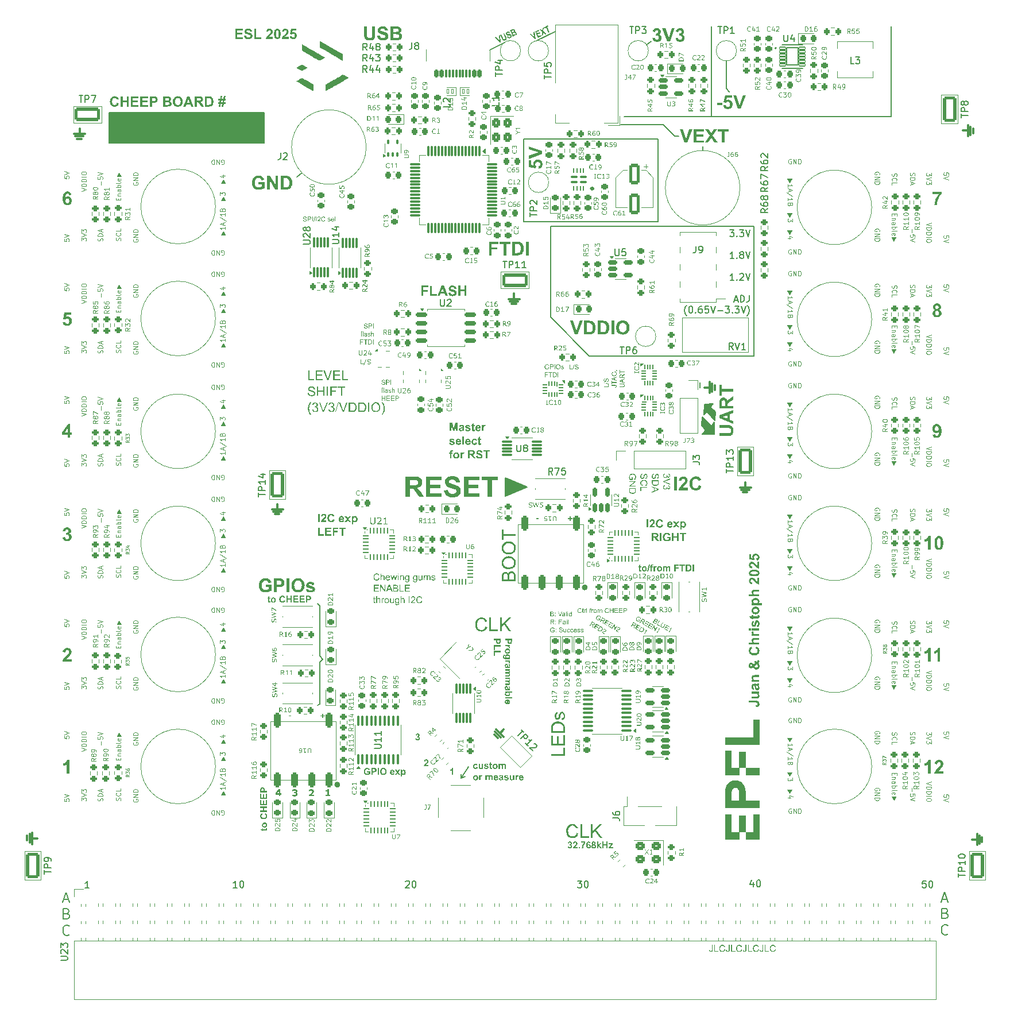
<source format=gbr>
%TF.GenerationSoftware,KiCad,Pcbnew,9.0.2*%
%TF.CreationDate,2025-10-14T11:48:54+02:00*%
%TF.ProjectId,main-board,6d61696e-2d62-46f6-9172-642e6b696361,rev?*%
%TF.SameCoordinates,Original*%
%TF.FileFunction,Legend,Top*%
%TF.FilePolarity,Positive*%
%FSLAX46Y46*%
G04 Gerber Fmt 4.6, Leading zero omitted, Abs format (unit mm)*
G04 Created by KiCad (PCBNEW 9.0.2) date 2025-10-14 11:48:54*
%MOMM*%
%LPD*%
G01*
G04 APERTURE LIST*
G04 Aperture macros list*
%AMRoundRect*
0 Rectangle with rounded corners*
0 $1 Rounding radius*
0 $2 $3 $4 $5 $6 $7 $8 $9 X,Y pos of 4 corners*
0 Add a 4 corners polygon primitive as box body*
4,1,4,$2,$3,$4,$5,$6,$7,$8,$9,$2,$3,0*
0 Add four circle primitives for the rounded corners*
1,1,$1+$1,$2,$3*
1,1,$1+$1,$4,$5*
1,1,$1+$1,$6,$7*
1,1,$1+$1,$8,$9*
0 Add four rect primitives between the rounded corners*
20,1,$1+$1,$2,$3,$4,$5,0*
20,1,$1+$1,$4,$5,$6,$7,0*
20,1,$1+$1,$6,$7,$8,$9,0*
20,1,$1+$1,$8,$9,$2,$3,0*%
G04 Aperture macros list end*
%ADD10C,0.150000*%
%ADD11C,0.300000*%
%ADD12C,0.200000*%
%ADD13C,0.400000*%
%ADD14C,0.500000*%
%ADD15C,0.087500*%
%ADD16C,0.100000*%
%ADD17C,0.062500*%
%ADD18C,0.120000*%
%ADD19C,0.350000*%
%ADD20C,0.127000*%
%ADD21C,0.446989*%
%ADD22C,0.000000*%
%ADD23RoundRect,0.218750X0.256250X-0.218750X0.256250X0.218750X-0.256250X0.218750X-0.256250X-0.218750X0*%
%ADD24RoundRect,0.200000X-0.275000X0.200000X-0.275000X-0.200000X0.275000X-0.200000X0.275000X0.200000X0*%
%ADD25RoundRect,0.200000X0.275000X-0.200000X0.275000X0.200000X-0.275000X0.200000X-0.275000X-0.200000X0*%
%ADD26R,1.700000X1.700000*%
%ADD27C,1.700000*%
%ADD28C,10.160000*%
%ADD29RoundRect,0.225000X0.225000X0.250000X-0.225000X0.250000X-0.225000X-0.250000X0.225000X-0.250000X0*%
%ADD30RoundRect,0.218750X-0.256250X0.218750X-0.256250X-0.218750X0.256250X-0.218750X0.256250X0.218750X0*%
%ADD31R,3.150000X1.000000*%
%ADD32RoundRect,0.200000X-0.200000X-0.275000X0.200000X-0.275000X0.200000X0.275000X-0.200000X0.275000X0*%
%ADD33RoundRect,0.250000X-0.750000X1.650000X-0.750000X-1.650000X0.750000X-1.650000X0.750000X1.650000X0*%
%ADD34RoundRect,0.225000X-0.225000X-0.250000X0.225000X-0.250000X0.225000X0.250000X-0.225000X0.250000X0*%
%ADD35RoundRect,0.225000X0.250000X-0.225000X0.250000X0.225000X-0.250000X0.225000X-0.250000X-0.225000X0*%
%ADD36R,0.200000X0.600000*%
%ADD37R,0.250000X0.150000*%
%ADD38R,0.600000X0.200000*%
%ADD39RoundRect,0.100000X0.637500X0.100000X-0.637500X0.100000X-0.637500X-0.100000X0.637500X-0.100000X0*%
%ADD40R,1.000000X2.510000*%
%ADD41RoundRect,0.050000X-0.050000X0.300000X-0.050000X-0.300000X0.050000X-0.300000X0.050000X0.300000X0*%
%ADD42RoundRect,0.050000X-0.050000X0.250000X-0.050000X-0.250000X0.050000X-0.250000X0.050000X0.250000X0*%
%ADD43RoundRect,0.050000X-0.250000X-0.050000X0.250000X-0.050000X0.250000X0.050000X-0.250000X0.050000X0*%
%ADD44RoundRect,0.050000X0.050000X-0.250000X0.050000X0.250000X-0.050000X0.250000X-0.050000X-0.250000X0*%
%ADD45RoundRect,0.050000X0.250000X0.050000X-0.250000X0.050000X-0.250000X-0.050000X0.250000X-0.050000X0*%
%ADD46RoundRect,0.150000X0.512500X0.150000X-0.512500X0.150000X-0.512500X-0.150000X0.512500X-0.150000X0*%
%ADD47RoundRect,0.200000X0.200000X0.275000X-0.200000X0.275000X-0.200000X-0.275000X0.200000X-0.275000X0*%
%ADD48RoundRect,0.050000X-0.300000X-0.050000X0.300000X-0.050000X0.300000X0.050000X-0.300000X0.050000X0*%
%ADD49RoundRect,0.100000X0.425000X0.100000X-0.425000X0.100000X-0.425000X-0.100000X0.425000X-0.100000X0*%
%ADD50RoundRect,0.050000X0.050000X0.250000X-0.050000X0.250000X-0.050000X-0.250000X0.050000X-0.250000X0*%
%ADD51RoundRect,0.225000X0.017678X-0.335876X0.335876X-0.017678X-0.017678X0.335876X-0.335876X0.017678X0*%
%ADD52RoundRect,0.218750X-0.218750X-0.256250X0.218750X-0.256250X0.218750X0.256250X-0.218750X0.256250X0*%
%ADD53RoundRect,0.050000X-0.150000X-0.300000X0.150000X-0.300000X0.150000X0.300000X-0.150000X0.300000X0*%
%ADD54RoundRect,0.225000X-0.250000X0.225000X-0.250000X-0.225000X0.250000X-0.225000X0.250000X0.225000X0*%
%ADD55R,1.000000X0.900000*%
%ADD56R,0.900000X1.000000*%
%ADD57RoundRect,0.150000X-0.512500X-0.150000X0.512500X-0.150000X0.512500X0.150000X-0.512500X0.150000X0*%
%ADD58RoundRect,0.059250X-0.462750X-0.177750X0.462750X-0.177750X0.462750X0.177750X-0.462750X0.177750X0*%
%ADD59RoundRect,0.102000X-0.850000X-1.250000X0.850000X-1.250000X0.850000X1.250000X-0.850000X1.250000X0*%
%ADD60RoundRect,0.150000X0.150000X-0.512500X0.150000X0.512500X-0.150000X0.512500X-0.150000X-0.512500X0*%
%ADD61RoundRect,0.218750X0.218750X0.256250X-0.218750X0.256250X-0.218750X-0.256250X0.218750X-0.256250X0*%
%ADD62RoundRect,0.250000X0.450000X0.350000X-0.450000X0.350000X-0.450000X-0.350000X0.450000X-0.350000X0*%
%ADD63C,2.000000*%
%ADD64R,0.150000X0.250000*%
%ADD65RoundRect,0.250000X-1.650000X-0.750000X1.650000X-0.750000X1.650000X0.750000X-1.650000X0.750000X0*%
%ADD66RoundRect,0.250000X0.750000X-1.650000X0.750000X1.650000X-0.750000X1.650000X-0.750000X-1.650000X0*%
%ADD67R,4.600000X2.000000*%
%ADD68O,4.200000X2.000000*%
%ADD69O,2.000000X4.200000*%
%ADD70C,2.050000*%
%ADD71C,2.250000*%
%ADD72RoundRect,0.100000X0.100000X-0.225000X0.100000X0.225000X-0.100000X0.225000X-0.100000X-0.225000X0*%
%ADD73RoundRect,0.162500X-0.650000X-0.162500X0.650000X-0.162500X0.650000X0.162500X-0.650000X0.162500X0*%
%ADD74RoundRect,0.075000X-0.075000X0.700000X-0.075000X-0.700000X0.075000X-0.700000X0.075000X0.700000X0*%
%ADD75RoundRect,0.075000X-0.700000X0.075000X-0.700000X-0.075000X0.700000X-0.075000X0.700000X0.075000X0*%
%ADD76RoundRect,0.075000X0.075000X-0.650000X0.075000X0.650000X-0.075000X0.650000X-0.075000X-0.650000X0*%
%ADD77RoundRect,0.200000X0.053033X-0.335876X0.335876X-0.053033X-0.053033X0.335876X-0.335876X0.053033X0*%
%ADD78RoundRect,0.225000X-0.017678X0.335876X-0.335876X0.017678X0.017678X-0.335876X0.335876X-0.017678X0*%
%ADD79RoundRect,0.100000X0.100000X-0.637500X0.100000X0.637500X-0.100000X0.637500X-0.100000X-0.637500X0*%
%ADD80RoundRect,0.275000X-0.275000X-0.825000X0.275000X-0.825000X0.275000X0.825000X-0.275000X0.825000X0*%
%ADD81RoundRect,0.200000X-0.053033X0.335876X-0.335876X0.053033X0.053033X-0.335876X0.335876X-0.053033X0*%
%ADD82RoundRect,0.075000X-0.075000X0.650000X-0.075000X-0.650000X0.075000X-0.650000X0.075000X0.650000X0*%
%ADD83R,1.880000X1.680000*%
%ADD84RoundRect,0.062500X-0.375000X-0.062500X0.375000X-0.062500X0.375000X0.062500X-0.375000X0.062500X0*%
%ADD85RoundRect,0.062500X-0.062500X-0.375000X0.062500X-0.375000X0.062500X0.375000X-0.062500X0.375000X0*%
%ADD86R,2.600000X2.600000*%
%ADD87RoundRect,0.250000X-0.350000X0.450000X-0.350000X-0.450000X0.350000X-0.450000X0.350000X0.450000X0*%
%ADD88R,2.100000X2.100000*%
%ADD89RoundRect,0.250000X-0.565685X0.070711X0.070711X-0.565685X0.565685X-0.070711X-0.070711X0.565685X0*%
%ADD90RoundRect,0.062500X0.062500X-0.375000X0.062500X0.375000X-0.062500X0.375000X-0.062500X-0.375000X0*%
%ADD91RoundRect,0.062500X0.375000X-0.062500X0.375000X0.062500X-0.375000X0.062500X-0.375000X-0.062500X0*%
%ADD92RoundRect,0.250000X-1.697056X0.636396X0.636396X-1.697056X1.697056X-0.636396X-0.636396X1.697056X0*%
%ADD93RoundRect,0.250000X-0.550000X1.250000X-0.550000X-1.250000X0.550000X-1.250000X0.550000X1.250000X0*%
%ADD94C,1.440000*%
%ADD95RoundRect,0.075000X-0.650000X-0.075000X0.650000X-0.075000X0.650000X0.075000X-0.650000X0.075000X0*%
%ADD96RoundRect,0.225000X0.335876X0.017678X0.017678X0.335876X-0.335876X-0.017678X-0.017678X-0.335876X0*%
%ADD97C,0.650000*%
%ADD98RoundRect,0.150000X0.150000X0.425000X-0.150000X0.425000X-0.150000X-0.425000X0.150000X-0.425000X0*%
%ADD99RoundRect,0.075000X0.075000X0.500000X-0.075000X0.500000X-0.075000X-0.500000X0.075000X-0.500000X0*%
%ADD100O,1.000000X2.100000*%
%ADD101O,1.000000X1.800000*%
%ADD102R,1.903000X2.790000*%
%ADD103RoundRect,0.050000X0.150000X0.300000X-0.150000X0.300000X-0.150000X-0.300000X0.150000X-0.300000X0*%
G04 APERTURE END LIST*
D10*
X197600000Y-41000000D02*
X198100000Y-41000000D01*
X169100000Y-135230000D02*
X169670000Y-134980000D01*
X178300000Y-42000000D02*
X178300000Y-41000000D01*
D11*
X206106000Y-77073000D02*
X206106000Y-78273000D01*
X245180000Y-143440000D02*
X245180000Y-145080000D01*
X105480000Y-144700000D02*
X105480000Y-143500000D01*
D10*
X145600000Y-46000000D02*
X144900000Y-46600000D01*
X175500000Y-26800000D02*
X173300000Y-27900000D01*
X188000000Y-73000000D02*
X212300000Y-73000000D01*
D11*
X211580000Y-92740000D02*
X210380000Y-92740000D01*
X142280000Y-96320000D02*
X141630000Y-96320000D01*
X105100000Y-144400000D02*
X105100000Y-143750000D01*
D10*
X206000000Y-37700000D02*
X209000000Y-37700000D01*
X204300000Y-77700000D02*
X204300000Y-76870000D01*
X208200000Y-29500000D02*
X208200000Y-33600000D01*
D12*
X205978000Y-83348000D02*
X206428000Y-82778000D01*
X206418000Y-84548000D01*
X204678000Y-84498000D01*
X205178000Y-83958000D01*
X204548000Y-83248000D01*
X204638000Y-81968000D01*
X205978000Y-83348000D01*
G36*
X205978000Y-83348000D02*
G01*
X206428000Y-82778000D01*
X206418000Y-84548000D01*
X204678000Y-84498000D01*
X205178000Y-83958000D01*
X204548000Y-83248000D01*
X204638000Y-81968000D01*
X205978000Y-83348000D01*
G37*
D11*
X244580000Y-39500000D02*
X244580000Y-40150000D01*
D10*
X206000000Y-24400000D02*
X206000000Y-33800000D01*
D11*
X177480000Y-64940000D02*
X176280000Y-64940000D01*
X211010000Y-91620000D02*
X211010000Y-92400000D01*
D10*
X182300000Y-67300000D02*
X188000000Y-73000000D01*
D11*
X142840000Y-95600000D02*
X141200000Y-95600000D01*
D10*
X204700000Y-42700000D02*
X204700000Y-42100000D01*
X148670000Y-117710000D02*
X148290000Y-117230000D01*
X200600000Y-40600000D02*
X201200000Y-40600000D01*
X212300000Y-53900000D02*
X182300000Y-53900000D01*
D11*
X244200000Y-39200000D02*
X244200000Y-40400000D01*
D10*
X170150000Y-133520000D02*
X169100000Y-135230000D01*
D11*
X175386898Y-129186899D02*
X174227243Y-128027244D01*
D10*
X209000000Y-37700000D02*
X232500000Y-37700000D01*
D11*
X176910000Y-63820000D02*
X176910000Y-64600000D01*
X243860000Y-38940000D02*
X243860000Y-40580000D01*
X112830000Y-39500000D02*
X112830000Y-40280000D01*
D10*
X182300000Y-53900000D02*
X182300000Y-67300000D01*
D11*
X211840000Y-92400000D02*
X210200000Y-92400000D01*
D10*
X178300000Y-41000000D02*
X181100000Y-41000000D01*
D11*
X174962634Y-129243467D02*
X174114106Y-128394939D01*
X105820000Y-144960000D02*
X105820000Y-143320000D01*
D10*
X169100000Y-135230000D02*
X169100000Y-134670000D01*
X206000000Y-37700000D02*
X193100000Y-37700000D01*
X117205000Y-37120000D02*
X140065000Y-37120000D01*
X140065000Y-41565000D01*
X117205000Y-41565000D01*
X117205000Y-37120000D01*
G36*
X117205000Y-37120000D02*
G01*
X140065000Y-37120000D01*
X140065000Y-41565000D01*
X117205000Y-41565000D01*
X117205000Y-37120000D01*
G37*
D11*
X205766000Y-76813000D02*
X205766000Y-78453000D01*
X206486000Y-77373000D02*
X206486000Y-78023000D01*
D10*
X232500000Y-37700000D02*
X232500000Y-24400000D01*
D11*
X245520000Y-143700000D02*
X245520000Y-144900000D01*
X243080000Y-39770000D02*
X243860000Y-39770000D01*
D10*
X212300000Y-73000000D02*
X212300000Y-53900000D01*
X198100000Y-41000000D02*
X198100000Y-53200000D01*
D11*
X142580000Y-95940000D02*
X141380000Y-95940000D01*
X204986000Y-77643000D02*
X205766000Y-77643000D01*
D10*
X148290000Y-118170000D02*
X148670000Y-117710000D01*
D11*
X174481802Y-129300036D02*
X174022182Y-128840416D01*
D10*
X206000000Y-33800000D02*
X206000000Y-36800000D01*
X196400000Y-27100000D02*
X197100000Y-26600000D01*
D11*
X177180000Y-65320000D02*
X176530000Y-65320000D01*
D10*
X147900000Y-124500000D02*
X148270000Y-124310000D01*
D11*
X244400000Y-144270000D02*
X245180000Y-144270000D01*
D10*
X198100000Y-53200000D02*
X178300000Y-53200000D01*
X178300000Y-53200000D02*
X178300000Y-42000000D01*
X180200000Y-26500000D02*
X182960000Y-25200000D01*
X148290000Y-117230000D02*
X148280000Y-109850000D01*
D11*
X113660000Y-40280000D02*
X112020000Y-40280000D01*
X175351543Y-128048457D02*
X174800000Y-128600000D01*
D10*
X148280000Y-109850000D02*
X147920000Y-109480000D01*
X148270000Y-124310000D02*
X148290000Y-118170000D01*
D11*
X177740000Y-64600000D02*
X176100000Y-64600000D01*
D10*
X181100000Y-41000000D02*
X197600000Y-41000000D01*
X206000000Y-36800000D02*
X206000000Y-37700000D01*
D11*
X245900000Y-144000000D02*
X245900000Y-144650000D01*
D12*
X205858000Y-80518000D02*
X206568000Y-81238000D01*
X206478000Y-82518000D01*
X205318000Y-81208000D01*
X204928000Y-81688000D01*
X204958000Y-80158000D01*
X206218000Y-80068000D01*
X205858000Y-80518000D01*
G36*
X205858000Y-80518000D02*
G01*
X206568000Y-81238000D01*
X206478000Y-82518000D01*
X205318000Y-81208000D01*
X204928000Y-81688000D01*
X204958000Y-80158000D01*
X206218000Y-80068000D01*
X205858000Y-80518000D01*
G37*
D10*
X198900000Y-38900000D02*
X192600000Y-38900000D01*
D11*
X113400000Y-40620000D02*
X112200000Y-40620000D01*
X211280000Y-93120000D02*
X210630000Y-93120000D01*
X106600000Y-144130000D02*
X105820000Y-144130000D01*
D10*
X178841987Y-92329312D02*
X175621730Y-93709312D01*
X175601987Y-90939312D01*
X178841987Y-92329312D01*
G36*
X178841987Y-92329312D02*
G01*
X175621730Y-93709312D01*
X175601987Y-90939312D01*
X178841987Y-92329312D01*
G37*
D11*
X113100000Y-41000000D02*
X112450000Y-41000000D01*
D10*
X208200000Y-33600000D02*
X208600000Y-34100000D01*
D11*
X142010000Y-94820000D02*
X142010000Y-95600000D01*
D10*
X200600000Y-40600000D02*
X198900000Y-38900000D01*
D12*
G36*
X184802573Y-145310416D02*
G01*
X184988381Y-145286908D01*
X184998344Y-145334733D01*
X185014489Y-145371770D01*
X185036191Y-145400176D01*
X185064143Y-145422015D01*
X185095204Y-145434914D01*
X185130469Y-145439316D01*
X185168129Y-145434271D01*
X185201063Y-145419463D01*
X185230547Y-145394192D01*
X185252505Y-145361863D01*
X185266279Y-145321948D01*
X185271214Y-145272376D01*
X185266487Y-145225491D01*
X185253296Y-145187830D01*
X185232257Y-145157398D01*
X185204091Y-145133614D01*
X185172832Y-145119694D01*
X185137308Y-145114961D01*
X185098970Y-145118208D01*
X185049197Y-145129310D01*
X185070385Y-144974277D01*
X185121167Y-144970968D01*
X185159837Y-144959370D01*
X185189209Y-144940694D01*
X185211865Y-144914538D01*
X185225485Y-144883460D01*
X185230242Y-144845928D01*
X185226657Y-144813673D01*
X185216547Y-144787415D01*
X185200139Y-144765816D01*
X185178451Y-144749489D01*
X185152257Y-144739448D01*
X185120272Y-144735896D01*
X185088831Y-144739719D01*
X185061120Y-144750906D01*
X185036191Y-144769785D01*
X185016837Y-144794457D01*
X185002548Y-144826797D01*
X184993876Y-144868764D01*
X184816922Y-144838967D01*
X184832327Y-144778879D01*
X184851079Y-144730840D01*
X184872609Y-144692909D01*
X184900230Y-144659542D01*
X184934537Y-144630963D01*
X184976413Y-144606997D01*
X185021778Y-144589837D01*
X185071298Y-144579300D01*
X185125706Y-144575673D01*
X185195175Y-144581722D01*
X185255031Y-144599001D01*
X185307061Y-144626933D01*
X185352547Y-144665921D01*
X185384024Y-144705083D01*
X185405717Y-144745526D01*
X185418567Y-144787817D01*
X185422889Y-144832739D01*
X185417391Y-144882219D01*
X185401204Y-144927034D01*
X185373899Y-144968414D01*
X185333921Y-145007100D01*
X185278724Y-145043276D01*
X185333050Y-145061048D01*
X185378448Y-145088523D01*
X185416355Y-145126074D01*
X185444735Y-145171299D01*
X185461977Y-145222524D01*
X185467951Y-145281352D01*
X185461840Y-145345403D01*
X185443951Y-145403465D01*
X185414216Y-145456854D01*
X185371598Y-145506482D01*
X185320717Y-145547058D01*
X185264579Y-145575862D01*
X185202118Y-145593459D01*
X185131873Y-145599539D01*
X185064786Y-145594216D01*
X185005705Y-145578912D01*
X184953252Y-145554112D01*
X184906376Y-145519610D01*
X184866588Y-145476859D01*
X184836231Y-145428386D01*
X184814835Y-145373320D01*
X184802573Y-145310416D01*
G37*
G36*
X186235362Y-145400237D02*
G01*
X186235362Y-145580000D01*
X185562534Y-145580000D01*
X185574598Y-145514273D01*
X185596321Y-145450789D01*
X185628114Y-145388941D01*
X185669103Y-145331194D01*
X185738008Y-145253102D01*
X185843963Y-145149460D01*
X185959796Y-145036661D01*
X186003087Y-144985940D01*
X186025776Y-144945058D01*
X186038590Y-144906266D01*
X186042716Y-144868764D01*
X186038459Y-144827427D01*
X186026734Y-144795319D01*
X186008217Y-144770334D01*
X185983229Y-144751704D01*
X185952051Y-144740069D01*
X185912901Y-144735896D01*
X185874357Y-144740208D01*
X185843021Y-144752366D01*
X185817280Y-144772105D01*
X185798403Y-144798601D01*
X185784287Y-144837285D01*
X185776308Y-144892212D01*
X185585066Y-144873100D01*
X185599590Y-144793903D01*
X185622892Y-144731419D01*
X185653848Y-144682533D01*
X185692288Y-144644916D01*
X185738870Y-144615306D01*
X185791256Y-144593757D01*
X185850458Y-144580351D01*
X185917725Y-144575673D01*
X185991593Y-144581230D01*
X186053759Y-144596875D01*
X186106258Y-144621638D01*
X186150671Y-144655357D01*
X186187937Y-144697901D01*
X186214083Y-144744455D01*
X186229917Y-144795897D01*
X186235362Y-144853499D01*
X186229262Y-144919506D01*
X186211121Y-144981849D01*
X186181071Y-145042070D01*
X186134246Y-145109466D01*
X186091325Y-145157424D01*
X186008583Y-145236838D01*
X185893483Y-145347114D01*
X185854221Y-145400237D01*
X186235362Y-145400237D01*
G37*
G36*
X186405783Y-145580000D02*
G01*
X186405783Y-145388513D01*
X186597697Y-145388513D01*
X186597697Y-145580000D01*
X186405783Y-145580000D01*
G37*
G36*
X186753585Y-144767159D02*
G01*
X186753585Y-144587397D01*
X187410109Y-144587397D01*
X187410109Y-144728080D01*
X187359544Y-144784440D01*
X187304561Y-144860024D01*
X187244757Y-144958585D01*
X187193268Y-145060629D01*
X187150594Y-145166925D01*
X187116652Y-145277871D01*
X187091339Y-145391651D01*
X187077382Y-145491837D01*
X187073299Y-145580000D01*
X186888162Y-145580000D01*
X186895101Y-145477049D01*
X186911433Y-145372124D01*
X186937529Y-145264814D01*
X186973892Y-145154712D01*
X187034602Y-145013886D01*
X187106665Y-144885028D01*
X187190108Y-144767159D01*
X186753585Y-144767159D01*
G37*
G36*
X187953840Y-144580011D02*
G01*
X188003395Y-144592464D01*
X188047250Y-144612581D01*
X188086296Y-144640458D01*
X188119155Y-144675004D01*
X188146074Y-144717000D01*
X188167054Y-144767632D01*
X188181612Y-144828464D01*
X187995804Y-144849225D01*
X187988126Y-144811618D01*
X187976066Y-144783778D01*
X187960266Y-144763557D01*
X187939655Y-144748413D01*
X187915206Y-144739151D01*
X187885833Y-144735896D01*
X187848005Y-144741932D01*
X187814192Y-144760054D01*
X187783007Y-144792133D01*
X187761890Y-144833052D01*
X187743240Y-144905562D01*
X187730068Y-145023859D01*
X187768923Y-144986144D01*
X187810999Y-144960065D01*
X187857074Y-144944445D01*
X187908365Y-144939106D01*
X187966506Y-144944807D01*
X188019476Y-144961544D01*
X188068474Y-144989483D01*
X188114323Y-145029720D01*
X188151259Y-145077378D01*
X188177843Y-145131368D01*
X188194303Y-145192900D01*
X188200052Y-145263583D01*
X188193936Y-145338725D01*
X188176522Y-145403274D01*
X188148555Y-145459111D01*
X188109865Y-145507643D01*
X188061989Y-145547566D01*
X188008276Y-145576003D01*
X187947569Y-145593469D01*
X187878262Y-145599539D01*
X187819009Y-145594691D01*
X187765355Y-145580576D01*
X187716266Y-145557384D01*
X187670960Y-145524710D01*
X187628951Y-145481570D01*
X187597245Y-145434755D01*
X187570667Y-145375412D01*
X187549929Y-145301017D01*
X187542053Y-145247829D01*
X187746432Y-145247829D01*
X187751832Y-145307547D01*
X187766586Y-145353753D01*
X187789480Y-145389429D01*
X187820728Y-145417971D01*
X187853139Y-145434032D01*
X187887848Y-145439316D01*
X187921503Y-145434741D01*
X187950701Y-145421338D01*
X187976631Y-145398466D01*
X187994895Y-145368937D01*
X188007375Y-145325866D01*
X188012168Y-145264560D01*
X188007097Y-145201656D01*
X187993732Y-145156350D01*
X187973883Y-145124303D01*
X187945948Y-145099360D01*
X187914504Y-145084767D01*
X187878262Y-145079790D01*
X187843252Y-145084525D01*
X187812440Y-145098469D01*
X187784656Y-145122349D01*
X187764458Y-145152949D01*
X187751300Y-145193755D01*
X187746432Y-145247829D01*
X187542053Y-145247829D01*
X187536244Y-145208599D01*
X187531254Y-145094811D01*
X187536433Y-144978293D01*
X187550652Y-144883487D01*
X187572228Y-144807001D01*
X187599928Y-144745831D01*
X187633042Y-144697428D01*
X187676667Y-144653189D01*
X187724210Y-144619501D01*
X187776226Y-144595456D01*
X187833589Y-144580746D01*
X187897435Y-144575673D01*
X187953840Y-144580011D01*
G37*
G36*
X188703553Y-144580854D02*
G01*
X188762982Y-144595353D01*
X188812504Y-144618127D01*
X188853768Y-144648885D01*
X188888356Y-144688006D01*
X188912718Y-144731296D01*
X188927540Y-144779627D01*
X188932658Y-144834265D01*
X188928522Y-144879648D01*
X188916443Y-144920730D01*
X188896449Y-144958401D01*
X188869424Y-144991411D01*
X188835795Y-145019035D01*
X188794661Y-145041505D01*
X188847086Y-145068051D01*
X188888824Y-145100570D01*
X188921362Y-145139202D01*
X188945248Y-145183704D01*
X188959735Y-145232724D01*
X188964715Y-145287397D01*
X188958829Y-145355476D01*
X188941946Y-145414731D01*
X188914557Y-145466790D01*
X188876238Y-145512833D01*
X188829582Y-145550000D01*
X188775800Y-145576890D01*
X188713520Y-145593648D01*
X188640910Y-145599539D01*
X188573068Y-145594703D01*
X188513359Y-145580838D01*
X188460499Y-145558522D01*
X188413459Y-145527793D01*
X188366633Y-145481625D01*
X188333590Y-145428572D01*
X188313320Y-145367264D01*
X188306236Y-145295579D01*
X188307762Y-145277749D01*
X188495464Y-145277749D01*
X188500472Y-145329517D01*
X188514298Y-145370253D01*
X188536069Y-145402374D01*
X188565594Y-145427349D01*
X188598976Y-145442084D01*
X188637552Y-145447131D01*
X188675254Y-145442246D01*
X188707575Y-145428046D01*
X188735860Y-145404084D01*
X188756563Y-145373117D01*
X188769916Y-145332606D01*
X188774816Y-145279764D01*
X188770070Y-145234031D01*
X188756711Y-145196650D01*
X188735188Y-145165825D01*
X188706425Y-145141911D01*
X188673422Y-145127684D01*
X188634804Y-145122777D01*
X188590430Y-145128629D01*
X188556325Y-145144953D01*
X188529963Y-145171687D01*
X188510631Y-145205554D01*
X188499267Y-145240678D01*
X188495464Y-145277749D01*
X188307762Y-145277749D01*
X188310779Y-145242507D01*
X188324184Y-145193034D01*
X188346536Y-145146346D01*
X188377599Y-145105497D01*
X188419331Y-145070608D01*
X188473604Y-145041505D01*
X188426813Y-145016820D01*
X188391329Y-144987992D01*
X188365343Y-144954982D01*
X188346547Y-144917083D01*
X188335314Y-144877070D01*
X188332751Y-144848187D01*
X188513171Y-144848187D01*
X188517113Y-144885301D01*
X188528078Y-144914705D01*
X188545594Y-144938129D01*
X188569039Y-144955713D01*
X188597394Y-144966538D01*
X188632056Y-144970369D01*
X188667150Y-144966491D01*
X188695822Y-144955541D01*
X188719495Y-144937763D01*
X188737236Y-144914124D01*
X188748313Y-144884607D01*
X188752285Y-144847515D01*
X188748425Y-144812704D01*
X188737521Y-144784230D01*
X188719801Y-144760687D01*
X188696380Y-144742858D01*
X188668255Y-144731934D01*
X188634071Y-144728080D01*
X188598553Y-144732012D01*
X188569676Y-144743091D01*
X188545961Y-144761053D01*
X188528050Y-144784806D01*
X188517055Y-144813390D01*
X188513171Y-144848187D01*
X188332751Y-144848187D01*
X188331516Y-144834265D01*
X188336598Y-144779588D01*
X188351309Y-144731241D01*
X188375469Y-144687965D01*
X188409734Y-144648885D01*
X188450664Y-144618205D01*
X188500138Y-144595428D01*
X188559888Y-144580884D01*
X188632117Y-144575673D01*
X188703553Y-144580854D01*
G37*
G36*
X189120786Y-145580000D02*
G01*
X189120786Y-144575673D01*
X189312700Y-144575673D01*
X189312700Y-145109099D01*
X189537465Y-144853133D01*
X189773831Y-144853133D01*
X189525863Y-145118808D01*
X189791599Y-145580000D01*
X189584603Y-145580000D01*
X189402215Y-145252165D01*
X189312700Y-145347297D01*
X189312700Y-145580000D01*
X189120786Y-145580000D01*
G37*
G36*
X189907309Y-145580000D02*
G01*
X189907309Y-144575673D01*
X190109542Y-144575673D01*
X190109542Y-144970369D01*
X190505704Y-144970369D01*
X190505704Y-144575673D01*
X190707937Y-144575673D01*
X190707937Y-145580000D01*
X190505704Y-145580000D01*
X190505704Y-145138408D01*
X190109542Y-145138408D01*
X190109542Y-145580000D01*
X189907309Y-145580000D01*
G37*
G36*
X190838241Y-145580000D02*
G01*
X190838241Y-145431500D01*
X191110144Y-145118381D01*
X191209185Y-145009448D01*
X191121074Y-145012074D01*
X190864924Y-145013356D01*
X190864924Y-144853133D01*
X191464663Y-144853133D01*
X191464663Y-144989909D01*
X191187325Y-145309867D01*
X191089628Y-145415868D01*
X191188668Y-145411960D01*
X191485851Y-145411960D01*
X191485851Y-145580000D01*
X190838241Y-145580000D01*
G37*
D10*
G36*
X154731335Y-74231201D02*
G01*
X154280914Y-74231201D01*
X154280914Y-73519965D01*
X154375589Y-73519965D01*
X154375589Y-74146399D01*
X154731335Y-74146399D01*
X154731335Y-74231201D01*
G37*
G36*
X155141534Y-73487139D02*
G01*
X154798654Y-74376183D01*
X154715947Y-74376183D01*
X155057374Y-73487139D01*
X155141534Y-73487139D01*
G37*
G36*
X155787844Y-74028516D02*
G01*
X155783097Y-74069512D01*
X155768481Y-74110838D01*
X155745219Y-74148432D01*
X155714198Y-74179781D01*
X155673276Y-74206800D01*
X155624995Y-74227653D01*
X155571189Y-74240241D01*
X155502367Y-74244878D01*
X155427483Y-74241111D01*
X155363924Y-74230559D01*
X155302719Y-74213047D01*
X155238902Y-74188116D01*
X155238902Y-74069805D01*
X155245612Y-74069805D01*
X155283117Y-74097048D01*
X155324569Y-74119981D01*
X155370378Y-74138620D01*
X155418066Y-74152403D01*
X155462237Y-74160284D01*
X155503350Y-74162813D01*
X155561295Y-74158596D01*
X155606043Y-74147182D01*
X155640339Y-74129858D01*
X155662340Y-74111407D01*
X155677350Y-74090944D01*
X155686296Y-74068049D01*
X155689365Y-74041937D01*
X155686390Y-74011188D01*
X155678405Y-73988556D01*
X155666156Y-73972053D01*
X155638859Y-73953038D01*
X155595631Y-73937089D01*
X155517925Y-73921317D01*
X155429234Y-73905503D01*
X155381727Y-73892592D01*
X155343416Y-73876597D01*
X155312860Y-73857944D01*
X155288868Y-73836815D01*
X155269261Y-73811271D01*
X155255098Y-73782145D01*
X155246300Y-73748758D01*
X155243219Y-73710212D01*
X155247962Y-73667383D01*
X155261816Y-73629343D01*
X155285000Y-73594948D01*
X155318745Y-73563520D01*
X155357693Y-73539175D01*
X155401987Y-73521350D01*
X155452554Y-73510198D01*
X155510530Y-73506288D01*
X155583843Y-73510011D01*
X155648204Y-73520606D01*
X155708722Y-73537066D01*
X155759164Y-73555955D01*
X155759164Y-73667683D01*
X155752453Y-73667683D01*
X155724017Y-73647115D01*
X155688753Y-73628125D01*
X155645554Y-73610921D01*
X155600962Y-73598360D01*
X155555868Y-73590859D01*
X155510017Y-73588353D01*
X155460168Y-73592265D01*
X155420068Y-73603075D01*
X155387817Y-73619897D01*
X155361585Y-73643674D01*
X155346702Y-73670335D01*
X155341698Y-73701108D01*
X155344512Y-73729929D01*
X155352314Y-73752792D01*
X155364650Y-73770992D01*
X155381693Y-73785228D01*
X155407681Y-73798314D01*
X155445476Y-73809759D01*
X155532500Y-73826044D01*
X155628115Y-73845663D01*
X155679378Y-73863273D01*
X155718480Y-73884651D01*
X155747666Y-73909349D01*
X155764589Y-73931664D01*
X155777081Y-73958343D01*
X155785014Y-73990256D01*
X155787844Y-74028516D01*
G37*
D12*
G36*
X139753133Y-142616896D02*
G01*
X139905540Y-142616896D01*
X139905540Y-142748054D01*
X140200708Y-142748054D01*
X140305183Y-142744330D01*
X140318613Y-142738239D01*
X140329668Y-142727233D01*
X140336809Y-142712771D01*
X140339316Y-142694748D01*
X140335513Y-142665635D01*
X140320875Y-142617568D01*
X140470657Y-142601203D01*
X140486400Y-142646662D01*
X140496157Y-142696965D01*
X140499539Y-142752878D01*
X140494992Y-142803024D01*
X140481953Y-142846484D01*
X140460954Y-142883695D01*
X140436463Y-142907606D01*
X140405356Y-142923431D01*
X140361053Y-142934534D01*
X140318756Y-142938725D01*
X140224583Y-142940701D01*
X139905540Y-142940701D01*
X139905540Y-143028811D01*
X139753133Y-143028811D01*
X139753133Y-142940701D01*
X139612449Y-142940701D01*
X139499120Y-142748054D01*
X139753133Y-142748054D01*
X139753133Y-142616896D01*
G37*
G36*
X140196072Y-141786256D02*
G01*
X140268121Y-141806425D01*
X140332394Y-141839322D01*
X140390179Y-141885511D01*
X140437992Y-141941998D01*
X140471799Y-142004490D01*
X140492415Y-142074226D01*
X140499539Y-142152957D01*
X140494485Y-142218367D01*
X140479387Y-142281547D01*
X140453988Y-142343222D01*
X140418674Y-142399035D01*
X140374461Y-142444574D01*
X140320509Y-142480853D01*
X140260107Y-142506246D01*
X140189336Y-142522302D01*
X140106186Y-142527991D01*
X140042901Y-142522824D01*
X139980826Y-142507268D01*
X139919218Y-142480853D01*
X139863289Y-142444722D01*
X139817628Y-142400440D01*
X139781221Y-142347313D01*
X139754982Y-142288114D01*
X139739046Y-142224130D01*
X139733593Y-142154300D01*
X139733652Y-142153628D01*
X139889909Y-142153628D01*
X139896415Y-142201125D01*
X139915554Y-142242713D01*
X139948344Y-142280024D01*
X139990200Y-142307203D01*
X140045023Y-142324790D01*
X140116566Y-142331254D01*
X140188110Y-142324792D01*
X140242955Y-142307205D01*
X140284849Y-142280024D01*
X140317603Y-142242717D01*
X140336723Y-142201129D01*
X140343224Y-142153628D01*
X140336715Y-142106141D01*
X140317590Y-142064681D01*
X140284849Y-142027599D01*
X140242957Y-142000645D01*
X140187696Y-141983131D01*
X140115162Y-141976674D01*
X140044557Y-141983076D01*
X139990152Y-142000539D01*
X139948344Y-142027599D01*
X139915566Y-142064686D01*
X139896423Y-142106146D01*
X139889909Y-142153628D01*
X139733652Y-142153628D01*
X139740714Y-142073685D01*
X139761215Y-142003000D01*
X139794632Y-141940376D01*
X139841610Y-141884473D01*
X139898666Y-141838756D01*
X139962228Y-141806180D01*
X140033583Y-141786196D01*
X140114490Y-141779265D01*
X140196072Y-141786256D01*
G37*
G36*
X140108750Y-140597740D02*
G01*
X140171277Y-140401674D01*
X140252292Y-140429649D01*
X140318710Y-140464201D01*
X140372657Y-140504854D01*
X140415764Y-140551639D01*
X140449752Y-140605702D01*
X140474624Y-140667158D01*
X140490179Y-140737292D01*
X140495631Y-140817681D01*
X140489888Y-140896585D01*
X140473246Y-140967709D01*
X140446144Y-141032308D01*
X140408425Y-141091386D01*
X140359344Y-141145638D01*
X140303093Y-141190365D01*
X140238995Y-141225739D01*
X140165914Y-141251858D01*
X140082389Y-141268280D01*
X139986690Y-141274049D01*
X139884866Y-141268144D01*
X139796957Y-141251426D01*
X139720979Y-141225019D01*
X139655240Y-141189521D01*
X139598405Y-141144966D01*
X139548960Y-141090538D01*
X139510728Y-141030343D01*
X139483072Y-140963572D01*
X139465975Y-140889071D01*
X139460041Y-140805408D01*
X139467357Y-140714689D01*
X139488265Y-140636015D01*
X139521958Y-140567275D01*
X139568668Y-140506882D01*
X139615165Y-140466898D01*
X139675696Y-140432566D01*
X139753133Y-140404422D01*
X139800027Y-140604579D01*
X139750823Y-140621148D01*
X139710316Y-140645797D01*
X139677112Y-140678707D01*
X139652332Y-140718357D01*
X139637233Y-140763526D01*
X139631988Y-140815666D01*
X139637215Y-140869800D01*
X139652292Y-140917122D01*
X139677024Y-140959016D01*
X139712161Y-140996406D01*
X139753408Y-141024173D01*
X139808057Y-141045851D01*
X139879465Y-141060337D01*
X139971669Y-141065710D01*
X140070171Y-141060296D01*
X140145205Y-141045825D01*
X140201468Y-141024422D01*
X140242901Y-140997383D01*
X140278414Y-140960437D01*
X140303315Y-140919192D01*
X140318448Y-140872753D01*
X140323684Y-140819757D01*
X140317799Y-140768000D01*
X140300621Y-140722261D01*
X140271844Y-140681088D01*
X140233661Y-140648011D01*
X140180581Y-140619956D01*
X140108750Y-140597740D01*
G37*
G36*
X140480000Y-140227651D02*
G01*
X139475673Y-140227651D01*
X139475673Y-140025418D01*
X139870369Y-140025418D01*
X139870369Y-139629256D01*
X139475673Y-139629256D01*
X139475673Y-139427023D01*
X140480000Y-139427023D01*
X140480000Y-139629256D01*
X140038408Y-139629256D01*
X140038408Y-140025418D01*
X140480000Y-140025418D01*
X140480000Y-140227651D01*
G37*
G36*
X140480000Y-139218135D02*
G01*
X139475673Y-139218135D01*
X139475673Y-138475575D01*
X139643712Y-138475575D01*
X139643712Y-139015963D01*
X139866461Y-139015963D01*
X139866461Y-138513189D01*
X140034501Y-138513189D01*
X140034501Y-139015963D01*
X140311960Y-139015963D01*
X140311960Y-138456463D01*
X140480000Y-138456463D01*
X140480000Y-139218135D01*
G37*
G36*
X140480000Y-138285127D02*
G01*
X139475673Y-138285127D01*
X139475673Y-137542568D01*
X139643712Y-137542568D01*
X139643712Y-138082955D01*
X139866461Y-138082955D01*
X139866461Y-137580181D01*
X140034501Y-137580181D01*
X140034501Y-138082955D01*
X140311960Y-138082955D01*
X140311960Y-137523456D01*
X140480000Y-137523456D01*
X140480000Y-138285127D01*
G37*
G36*
X139845429Y-136589024D02*
G01*
X139896722Y-136600452D01*
X139939979Y-136618414D01*
X139979805Y-136643340D01*
X140012537Y-136671659D01*
X140038958Y-136703471D01*
X140069250Y-136756421D01*
X140086524Y-136808374D01*
X140096746Y-136888904D01*
X140100935Y-137018117D01*
X140100935Y-137149947D01*
X140480000Y-137149947D01*
X140480000Y-137352119D01*
X139475673Y-137352119D01*
X139475673Y-137052250D01*
X139643712Y-137052250D01*
X139643712Y-137149947D01*
X139932896Y-137149947D01*
X139932896Y-137039305D01*
X139927802Y-136929616D01*
X139916898Y-136879448D01*
X139896222Y-136843278D01*
X139866889Y-136816250D01*
X139830514Y-136799215D01*
X139787632Y-136793353D01*
X139751770Y-136797130D01*
X139721582Y-136807899D01*
X139695858Y-136825471D01*
X139674799Y-136848737D01*
X139659825Y-136875589D01*
X139650673Y-136906742D01*
X139645938Y-136952000D01*
X139643712Y-137052250D01*
X139475673Y-137052250D01*
X139475673Y-137027643D01*
X139480581Y-136858992D01*
X139490755Y-136787185D01*
X139511514Y-136733295D01*
X139543884Y-136685552D01*
X139589063Y-136643021D01*
X139642310Y-136611668D01*
X139706553Y-136591971D01*
X139784518Y-136584952D01*
X139845429Y-136589024D01*
G37*
D10*
X208706078Y-54400211D02*
X209325125Y-54400211D01*
X209325125Y-54400211D02*
X208991792Y-54781163D01*
X208991792Y-54781163D02*
X209134649Y-54781163D01*
X209134649Y-54781163D02*
X209229887Y-54828782D01*
X209229887Y-54828782D02*
X209277506Y-54876401D01*
X209277506Y-54876401D02*
X209325125Y-54971639D01*
X209325125Y-54971639D02*
X209325125Y-55209734D01*
X209325125Y-55209734D02*
X209277506Y-55304972D01*
X209277506Y-55304972D02*
X209229887Y-55352592D01*
X209229887Y-55352592D02*
X209134649Y-55400211D01*
X209134649Y-55400211D02*
X208848935Y-55400211D01*
X208848935Y-55400211D02*
X208753697Y-55352592D01*
X208753697Y-55352592D02*
X208706078Y-55304972D01*
X209753697Y-55304972D02*
X209801316Y-55352592D01*
X209801316Y-55352592D02*
X209753697Y-55400211D01*
X209753697Y-55400211D02*
X209706078Y-55352592D01*
X209706078Y-55352592D02*
X209753697Y-55304972D01*
X209753697Y-55304972D02*
X209753697Y-55400211D01*
X210134649Y-54400211D02*
X210753696Y-54400211D01*
X210753696Y-54400211D02*
X210420363Y-54781163D01*
X210420363Y-54781163D02*
X210563220Y-54781163D01*
X210563220Y-54781163D02*
X210658458Y-54828782D01*
X210658458Y-54828782D02*
X210706077Y-54876401D01*
X210706077Y-54876401D02*
X210753696Y-54971639D01*
X210753696Y-54971639D02*
X210753696Y-55209734D01*
X210753696Y-55209734D02*
X210706077Y-55304972D01*
X210706077Y-55304972D02*
X210658458Y-55352592D01*
X210658458Y-55352592D02*
X210563220Y-55400211D01*
X210563220Y-55400211D02*
X210277506Y-55400211D01*
X210277506Y-55400211D02*
X210182268Y-55352592D01*
X210182268Y-55352592D02*
X210134649Y-55304972D01*
X211039411Y-54400211D02*
X211372744Y-55400211D01*
X211372744Y-55400211D02*
X211706077Y-54400211D01*
X209325125Y-58620099D02*
X208753697Y-58620099D01*
X209039411Y-58620099D02*
X209039411Y-57620099D01*
X209039411Y-57620099D02*
X208944173Y-57762956D01*
X208944173Y-57762956D02*
X208848935Y-57858194D01*
X208848935Y-57858194D02*
X208753697Y-57905813D01*
X209753697Y-58524860D02*
X209801316Y-58572480D01*
X209801316Y-58572480D02*
X209753697Y-58620099D01*
X209753697Y-58620099D02*
X209706078Y-58572480D01*
X209706078Y-58572480D02*
X209753697Y-58524860D01*
X209753697Y-58524860D02*
X209753697Y-58620099D01*
X210372744Y-58048670D02*
X210277506Y-58001051D01*
X210277506Y-58001051D02*
X210229887Y-57953432D01*
X210229887Y-57953432D02*
X210182268Y-57858194D01*
X210182268Y-57858194D02*
X210182268Y-57810575D01*
X210182268Y-57810575D02*
X210229887Y-57715337D01*
X210229887Y-57715337D02*
X210277506Y-57667718D01*
X210277506Y-57667718D02*
X210372744Y-57620099D01*
X210372744Y-57620099D02*
X210563220Y-57620099D01*
X210563220Y-57620099D02*
X210658458Y-57667718D01*
X210658458Y-57667718D02*
X210706077Y-57715337D01*
X210706077Y-57715337D02*
X210753696Y-57810575D01*
X210753696Y-57810575D02*
X210753696Y-57858194D01*
X210753696Y-57858194D02*
X210706077Y-57953432D01*
X210706077Y-57953432D02*
X210658458Y-58001051D01*
X210658458Y-58001051D02*
X210563220Y-58048670D01*
X210563220Y-58048670D02*
X210372744Y-58048670D01*
X210372744Y-58048670D02*
X210277506Y-58096289D01*
X210277506Y-58096289D02*
X210229887Y-58143908D01*
X210229887Y-58143908D02*
X210182268Y-58239146D01*
X210182268Y-58239146D02*
X210182268Y-58429622D01*
X210182268Y-58429622D02*
X210229887Y-58524860D01*
X210229887Y-58524860D02*
X210277506Y-58572480D01*
X210277506Y-58572480D02*
X210372744Y-58620099D01*
X210372744Y-58620099D02*
X210563220Y-58620099D01*
X210563220Y-58620099D02*
X210658458Y-58572480D01*
X210658458Y-58572480D02*
X210706077Y-58524860D01*
X210706077Y-58524860D02*
X210753696Y-58429622D01*
X210753696Y-58429622D02*
X210753696Y-58239146D01*
X210753696Y-58239146D02*
X210706077Y-58143908D01*
X210706077Y-58143908D02*
X210658458Y-58096289D01*
X210658458Y-58096289D02*
X210563220Y-58048670D01*
X211039411Y-57620099D02*
X211372744Y-58620099D01*
X211372744Y-58620099D02*
X211706077Y-57620099D01*
X209325125Y-61839987D02*
X208753697Y-61839987D01*
X209039411Y-61839987D02*
X209039411Y-60839987D01*
X209039411Y-60839987D02*
X208944173Y-60982844D01*
X208944173Y-60982844D02*
X208848935Y-61078082D01*
X208848935Y-61078082D02*
X208753697Y-61125701D01*
X209753697Y-61744748D02*
X209801316Y-61792368D01*
X209801316Y-61792368D02*
X209753697Y-61839987D01*
X209753697Y-61839987D02*
X209706078Y-61792368D01*
X209706078Y-61792368D02*
X209753697Y-61744748D01*
X209753697Y-61744748D02*
X209753697Y-61839987D01*
X210182268Y-60935225D02*
X210229887Y-60887606D01*
X210229887Y-60887606D02*
X210325125Y-60839987D01*
X210325125Y-60839987D02*
X210563220Y-60839987D01*
X210563220Y-60839987D02*
X210658458Y-60887606D01*
X210658458Y-60887606D02*
X210706077Y-60935225D01*
X210706077Y-60935225D02*
X210753696Y-61030463D01*
X210753696Y-61030463D02*
X210753696Y-61125701D01*
X210753696Y-61125701D02*
X210706077Y-61268558D01*
X210706077Y-61268558D02*
X210134649Y-61839987D01*
X210134649Y-61839987D02*
X210753696Y-61839987D01*
X211039411Y-60839987D02*
X211372744Y-61839987D01*
X211372744Y-61839987D02*
X211706077Y-60839987D01*
X209372744Y-64774160D02*
X209848934Y-64774160D01*
X209277506Y-65059875D02*
X209610839Y-64059875D01*
X209610839Y-64059875D02*
X209944172Y-65059875D01*
X210277506Y-65059875D02*
X210277506Y-64059875D01*
X210277506Y-64059875D02*
X210515601Y-64059875D01*
X210515601Y-64059875D02*
X210658458Y-64107494D01*
X210658458Y-64107494D02*
X210753696Y-64202732D01*
X210753696Y-64202732D02*
X210801315Y-64297970D01*
X210801315Y-64297970D02*
X210848934Y-64488446D01*
X210848934Y-64488446D02*
X210848934Y-64631303D01*
X210848934Y-64631303D02*
X210801315Y-64821779D01*
X210801315Y-64821779D02*
X210753696Y-64917017D01*
X210753696Y-64917017D02*
X210658458Y-65012256D01*
X210658458Y-65012256D02*
X210515601Y-65059875D01*
X210515601Y-65059875D02*
X210277506Y-65059875D01*
X211563220Y-64059875D02*
X211563220Y-64774160D01*
X211563220Y-64774160D02*
X211515601Y-64917017D01*
X211515601Y-64917017D02*
X211420363Y-65012256D01*
X211420363Y-65012256D02*
X211277506Y-65059875D01*
X211277506Y-65059875D02*
X211182268Y-65059875D01*
X202325125Y-67050771D02*
X202277506Y-67003152D01*
X202277506Y-67003152D02*
X202182268Y-66860295D01*
X202182268Y-66860295D02*
X202134649Y-66765057D01*
X202134649Y-66765057D02*
X202087030Y-66622200D01*
X202087030Y-66622200D02*
X202039411Y-66384104D01*
X202039411Y-66384104D02*
X202039411Y-66193628D01*
X202039411Y-66193628D02*
X202087030Y-65955533D01*
X202087030Y-65955533D02*
X202134649Y-65812676D01*
X202134649Y-65812676D02*
X202182268Y-65717438D01*
X202182268Y-65717438D02*
X202277506Y-65574580D01*
X202277506Y-65574580D02*
X202325125Y-65526961D01*
X202896554Y-65669819D02*
X202991792Y-65669819D01*
X202991792Y-65669819D02*
X203087030Y-65717438D01*
X203087030Y-65717438D02*
X203134649Y-65765057D01*
X203134649Y-65765057D02*
X203182268Y-65860295D01*
X203182268Y-65860295D02*
X203229887Y-66050771D01*
X203229887Y-66050771D02*
X203229887Y-66288866D01*
X203229887Y-66288866D02*
X203182268Y-66479342D01*
X203182268Y-66479342D02*
X203134649Y-66574580D01*
X203134649Y-66574580D02*
X203087030Y-66622200D01*
X203087030Y-66622200D02*
X202991792Y-66669819D01*
X202991792Y-66669819D02*
X202896554Y-66669819D01*
X202896554Y-66669819D02*
X202801316Y-66622200D01*
X202801316Y-66622200D02*
X202753697Y-66574580D01*
X202753697Y-66574580D02*
X202706078Y-66479342D01*
X202706078Y-66479342D02*
X202658459Y-66288866D01*
X202658459Y-66288866D02*
X202658459Y-66050771D01*
X202658459Y-66050771D02*
X202706078Y-65860295D01*
X202706078Y-65860295D02*
X202753697Y-65765057D01*
X202753697Y-65765057D02*
X202801316Y-65717438D01*
X202801316Y-65717438D02*
X202896554Y-65669819D01*
X203658459Y-66574580D02*
X203706078Y-66622200D01*
X203706078Y-66622200D02*
X203658459Y-66669819D01*
X203658459Y-66669819D02*
X203610840Y-66622200D01*
X203610840Y-66622200D02*
X203658459Y-66574580D01*
X203658459Y-66574580D02*
X203658459Y-66669819D01*
X204563220Y-65669819D02*
X204372744Y-65669819D01*
X204372744Y-65669819D02*
X204277506Y-65717438D01*
X204277506Y-65717438D02*
X204229887Y-65765057D01*
X204229887Y-65765057D02*
X204134649Y-65907914D01*
X204134649Y-65907914D02*
X204087030Y-66098390D01*
X204087030Y-66098390D02*
X204087030Y-66479342D01*
X204087030Y-66479342D02*
X204134649Y-66574580D01*
X204134649Y-66574580D02*
X204182268Y-66622200D01*
X204182268Y-66622200D02*
X204277506Y-66669819D01*
X204277506Y-66669819D02*
X204467982Y-66669819D01*
X204467982Y-66669819D02*
X204563220Y-66622200D01*
X204563220Y-66622200D02*
X204610839Y-66574580D01*
X204610839Y-66574580D02*
X204658458Y-66479342D01*
X204658458Y-66479342D02*
X204658458Y-66241247D01*
X204658458Y-66241247D02*
X204610839Y-66146009D01*
X204610839Y-66146009D02*
X204563220Y-66098390D01*
X204563220Y-66098390D02*
X204467982Y-66050771D01*
X204467982Y-66050771D02*
X204277506Y-66050771D01*
X204277506Y-66050771D02*
X204182268Y-66098390D01*
X204182268Y-66098390D02*
X204134649Y-66146009D01*
X204134649Y-66146009D02*
X204087030Y-66241247D01*
X205563220Y-65669819D02*
X205087030Y-65669819D01*
X205087030Y-65669819D02*
X205039411Y-66146009D01*
X205039411Y-66146009D02*
X205087030Y-66098390D01*
X205087030Y-66098390D02*
X205182268Y-66050771D01*
X205182268Y-66050771D02*
X205420363Y-66050771D01*
X205420363Y-66050771D02*
X205515601Y-66098390D01*
X205515601Y-66098390D02*
X205563220Y-66146009D01*
X205563220Y-66146009D02*
X205610839Y-66241247D01*
X205610839Y-66241247D02*
X205610839Y-66479342D01*
X205610839Y-66479342D02*
X205563220Y-66574580D01*
X205563220Y-66574580D02*
X205515601Y-66622200D01*
X205515601Y-66622200D02*
X205420363Y-66669819D01*
X205420363Y-66669819D02*
X205182268Y-66669819D01*
X205182268Y-66669819D02*
X205087030Y-66622200D01*
X205087030Y-66622200D02*
X205039411Y-66574580D01*
X205896554Y-65669819D02*
X206229887Y-66669819D01*
X206229887Y-66669819D02*
X206563220Y-65669819D01*
X206896554Y-66288866D02*
X207658459Y-66288866D01*
X208039411Y-65669819D02*
X208658458Y-65669819D01*
X208658458Y-65669819D02*
X208325125Y-66050771D01*
X208325125Y-66050771D02*
X208467982Y-66050771D01*
X208467982Y-66050771D02*
X208563220Y-66098390D01*
X208563220Y-66098390D02*
X208610839Y-66146009D01*
X208610839Y-66146009D02*
X208658458Y-66241247D01*
X208658458Y-66241247D02*
X208658458Y-66479342D01*
X208658458Y-66479342D02*
X208610839Y-66574580D01*
X208610839Y-66574580D02*
X208563220Y-66622200D01*
X208563220Y-66622200D02*
X208467982Y-66669819D01*
X208467982Y-66669819D02*
X208182268Y-66669819D01*
X208182268Y-66669819D02*
X208087030Y-66622200D01*
X208087030Y-66622200D02*
X208039411Y-66574580D01*
X209087030Y-66574580D02*
X209134649Y-66622200D01*
X209134649Y-66622200D02*
X209087030Y-66669819D01*
X209087030Y-66669819D02*
X209039411Y-66622200D01*
X209039411Y-66622200D02*
X209087030Y-66574580D01*
X209087030Y-66574580D02*
X209087030Y-66669819D01*
X209467982Y-65669819D02*
X210087029Y-65669819D01*
X210087029Y-65669819D02*
X209753696Y-66050771D01*
X209753696Y-66050771D02*
X209896553Y-66050771D01*
X209896553Y-66050771D02*
X209991791Y-66098390D01*
X209991791Y-66098390D02*
X210039410Y-66146009D01*
X210039410Y-66146009D02*
X210087029Y-66241247D01*
X210087029Y-66241247D02*
X210087029Y-66479342D01*
X210087029Y-66479342D02*
X210039410Y-66574580D01*
X210039410Y-66574580D02*
X209991791Y-66622200D01*
X209991791Y-66622200D02*
X209896553Y-66669819D01*
X209896553Y-66669819D02*
X209610839Y-66669819D01*
X209610839Y-66669819D02*
X209515601Y-66622200D01*
X209515601Y-66622200D02*
X209467982Y-66574580D01*
X210372744Y-65669819D02*
X210706077Y-66669819D01*
X210706077Y-66669819D02*
X211039410Y-65669819D01*
X211277506Y-67050771D02*
X211325125Y-67003152D01*
X211325125Y-67003152D02*
X211420363Y-66860295D01*
X211420363Y-66860295D02*
X211467982Y-66765057D01*
X211467982Y-66765057D02*
X211515601Y-66622200D01*
X211515601Y-66622200D02*
X211563220Y-66384104D01*
X211563220Y-66384104D02*
X211563220Y-66193628D01*
X211563220Y-66193628D02*
X211515601Y-65955533D01*
X211515601Y-65955533D02*
X211467982Y-65812676D01*
X211467982Y-65812676D02*
X211420363Y-65717438D01*
X211420363Y-65717438D02*
X211325125Y-65574580D01*
X211325125Y-65574580D02*
X211277506Y-65526961D01*
D13*
G36*
X110344319Y-68022463D02*
G01*
X110726926Y-67982896D01*
X110745810Y-68065890D01*
X110778246Y-68133491D01*
X110823890Y-68188548D01*
X110881175Y-68231071D01*
X110942523Y-68255903D01*
X111009759Y-68264263D01*
X111085273Y-68253277D01*
X111152217Y-68220657D01*
X111213213Y-68164002D01*
X111256820Y-68092197D01*
X111285774Y-67994050D01*
X111296622Y-67861507D01*
X111285960Y-67737691D01*
X111257367Y-67645472D01*
X111213946Y-67577452D01*
X111153439Y-67524898D01*
X111082797Y-67493554D01*
X110998768Y-67482686D01*
X110920107Y-67491528D01*
X110845499Y-67518064D01*
X110773256Y-67563625D01*
X110702257Y-67631186D01*
X110390725Y-67585390D01*
X110587463Y-66544794D01*
X111602658Y-66544794D01*
X111602658Y-66904319D01*
X110878478Y-66904319D01*
X110818394Y-67241374D01*
X110905774Y-67205727D01*
X110992893Y-67184797D01*
X111080711Y-67177871D01*
X111204530Y-67189815D01*
X111316364Y-67224738D01*
X111418839Y-67282757D01*
X111513754Y-67365938D01*
X111590192Y-67464872D01*
X111645304Y-67577345D01*
X111679485Y-67705932D01*
X111691441Y-67854057D01*
X111682264Y-67977224D01*
X111655307Y-68091721D01*
X111610764Y-68199144D01*
X111547948Y-68300778D01*
X111462930Y-68398124D01*
X111367900Y-68472165D01*
X111261588Y-68525141D01*
X111141806Y-68557747D01*
X111005607Y-68569078D01*
X110867770Y-68558980D01*
X110748360Y-68530208D01*
X110644361Y-68484151D01*
X110553391Y-68420945D01*
X110475450Y-68341319D01*
X110414984Y-68249659D01*
X110371146Y-68144214D01*
X110344319Y-68022463D01*
G37*
D11*
G36*
X173206263Y-58160000D02*
G01*
X173206263Y-56151346D01*
X174579396Y-56151346D01*
X174579396Y-56487424D01*
X173610729Y-56487424D01*
X173610729Y-56972002D01*
X174446894Y-56972002D01*
X174446894Y-57308080D01*
X173610729Y-57308080D01*
X173610729Y-58160000D01*
X173206263Y-58160000D01*
G37*
G36*
X175364148Y-58160000D02*
G01*
X175364148Y-56487424D01*
X174769783Y-56487424D01*
X174769783Y-56151346D01*
X176361514Y-56151346D01*
X176361514Y-56487424D01*
X175768492Y-56487424D01*
X175768492Y-58160000D01*
X175364148Y-58160000D01*
G37*
G36*
X177595785Y-56162499D02*
G01*
X177741852Y-56189692D01*
X177854134Y-56233545D01*
X177954290Y-56294922D01*
X178043859Y-56374706D01*
X178119844Y-56468314D01*
X178183609Y-56576202D01*
X178235101Y-56700160D01*
X178269868Y-56830117D01*
X178292514Y-56986849D01*
X178300680Y-57174846D01*
X178293191Y-57339697D01*
X178272129Y-57481192D01*
X178239253Y-57602393D01*
X178179949Y-57743233D01*
X178108305Y-57860456D01*
X178024685Y-57957156D01*
X177949797Y-58018345D01*
X177856148Y-58071990D01*
X177740509Y-58117501D01*
X177595093Y-58148019D01*
X177382571Y-58160000D01*
X176621632Y-58160000D01*
X176621632Y-57823921D01*
X177025976Y-57823921D01*
X177327983Y-57823921D01*
X177485601Y-57818101D01*
X177572470Y-57804626D01*
X177663983Y-57770492D01*
X177735746Y-57720729D01*
X177773286Y-57677289D01*
X177808819Y-57614160D01*
X177841625Y-57525945D01*
X177870996Y-57377911D01*
X177882658Y-57156406D01*
X177870794Y-56936199D01*
X177841625Y-56797124D01*
X177790571Y-56682422D01*
X177726831Y-56601730D01*
X177644697Y-56543643D01*
X177539741Y-56506720D01*
X177434844Y-56493556D01*
X177207693Y-56487424D01*
X177025976Y-56487424D01*
X177025976Y-57823921D01*
X176621632Y-57823921D01*
X176621632Y-56151346D01*
X177360711Y-56151346D01*
X177595785Y-56162499D01*
G37*
G36*
X178631018Y-58160000D02*
G01*
X178631018Y-56151346D01*
X179035484Y-56151346D01*
X179035484Y-58160000D01*
X178631018Y-58160000D01*
G37*
D13*
G36*
X140260362Y-107075317D02*
G01*
X140260362Y-106739239D01*
X141131943Y-106739239D01*
X141131943Y-107540478D01*
X141041743Y-107613876D01*
X140921109Y-107685925D01*
X140763747Y-107756022D01*
X140600917Y-107808066D01*
X140438473Y-107838861D01*
X140275261Y-107849078D01*
X140118254Y-107840247D01*
X139975807Y-107814699D01*
X139846066Y-107773424D01*
X139727424Y-107716821D01*
X139617591Y-107643295D01*
X139523186Y-107556360D01*
X139442958Y-107455170D01*
X139376325Y-107338244D01*
X139311466Y-107170676D01*
X139272196Y-106992904D01*
X139258845Y-106802742D01*
X139267492Y-106646059D01*
X139292665Y-106501823D01*
X139333586Y-106368472D01*
X139390003Y-106244647D01*
X139463243Y-106129622D01*
X139550950Y-106029586D01*
X139654006Y-105943313D01*
X139773953Y-105870223D01*
X139906053Y-105816639D01*
X140064191Y-105782351D01*
X140253524Y-105770083D01*
X140442404Y-105781356D01*
X140599144Y-105812720D01*
X140728942Y-105861371D01*
X140836165Y-105925788D01*
X140931192Y-106010526D01*
X141007268Y-106109240D01*
X141065575Y-106223626D01*
X141106053Y-106356266D01*
X140704396Y-106434424D01*
X140667219Y-106341144D01*
X140614388Y-106263752D01*
X140545150Y-106199951D01*
X140463390Y-106153263D01*
X140367323Y-106124220D01*
X140253524Y-106113977D01*
X140123318Y-106125388D01*
X140011848Y-106157905D01*
X139915604Y-106210355D01*
X139832083Y-106283482D01*
X139767399Y-106371790D01*
X139718655Y-106481699D01*
X139687085Y-106617874D01*
X139675645Y-106786133D01*
X139687380Y-106968532D01*
X139719614Y-107115082D01*
X139769036Y-107232278D01*
X139834036Y-107325422D01*
X139919249Y-107403929D01*
X140015250Y-107459427D01*
X140124221Y-107493384D01*
X140249371Y-107505184D01*
X140375452Y-107492812D01*
X140504239Y-107454748D01*
X140625199Y-107397657D01*
X140723447Y-107332383D01*
X140723447Y-107075317D01*
X140260362Y-107075317D01*
G37*
G36*
X142491522Y-105811162D02*
G01*
X142635136Y-105831510D01*
X142742917Y-105873028D01*
X142838402Y-105937768D01*
X142923464Y-106028126D01*
X142986170Y-106134620D01*
X143025564Y-106263107D01*
X143039602Y-106419036D01*
X143031459Y-106540859D01*
X143008602Y-106643445D01*
X142972679Y-106729958D01*
X142922826Y-106809611D01*
X142866189Y-106875075D01*
X142802564Y-106927916D01*
X142696665Y-106988500D01*
X142592759Y-107023049D01*
X142431699Y-107043492D01*
X142173272Y-107051870D01*
X141909612Y-107051870D01*
X141909612Y-107810000D01*
X141505268Y-107810000D01*
X141505268Y-106715792D01*
X141909612Y-106715792D01*
X142130896Y-106715792D01*
X142350274Y-106705604D01*
X142450610Y-106683796D01*
X142522950Y-106642444D01*
X142577006Y-106583778D01*
X142611076Y-106511028D01*
X142622801Y-106425265D01*
X142615247Y-106353540D01*
X142593708Y-106293165D01*
X142558565Y-106241716D01*
X142512032Y-106199598D01*
X142458328Y-106169651D01*
X142396022Y-106151346D01*
X142305507Y-106141877D01*
X142105006Y-106137424D01*
X141909612Y-106137424D01*
X141909612Y-106715792D01*
X141505268Y-106715792D01*
X141505268Y-105801346D01*
X142154221Y-105801346D01*
X142491522Y-105811162D01*
G37*
G36*
X143358949Y-107810000D02*
G01*
X143358949Y-105801346D01*
X143763415Y-105801346D01*
X143763415Y-107810000D01*
X143358949Y-107810000D01*
G37*
G36*
X145212615Y-105782076D02*
G01*
X145369124Y-105816498D01*
X145508289Y-105871882D01*
X145632632Y-105947968D01*
X145743981Y-106045711D01*
X145836283Y-106159571D01*
X145909419Y-106290320D01*
X145963556Y-106440446D01*
X145997694Y-106613160D01*
X146009717Y-106812267D01*
X145997806Y-107009670D01*
X145963968Y-107181140D01*
X145910271Y-107330403D01*
X145837691Y-107460605D01*
X145746057Y-107574183D01*
X145635542Y-107671629D01*
X145511960Y-107747501D01*
X145373472Y-107802750D01*
X145217539Y-107837104D01*
X145041050Y-107849078D01*
X144862064Y-107837094D01*
X144704441Y-107802771D01*
X144564971Y-107747689D01*
X144441021Y-107672223D01*
X144330669Y-107575526D01*
X144238818Y-107462353D01*
X144166209Y-107333082D01*
X144112594Y-107185372D01*
X144078865Y-107016185D01*
X144067009Y-106821915D01*
X144067768Y-106808237D01*
X144483688Y-106808237D01*
X144495169Y-106981554D01*
X144526883Y-107122309D01*
X144575850Y-107236302D01*
X144640736Y-107328230D01*
X144725245Y-107406119D01*
X144818505Y-107460698D01*
X144922393Y-107493781D01*
X145039706Y-107505184D01*
X145157112Y-107493821D01*
X145260648Y-107460919D01*
X145353173Y-107406747D01*
X145436601Y-107329574D01*
X145500262Y-107238556D01*
X145548653Y-107124057D01*
X145580209Y-106980901D01*
X145591695Y-106802742D01*
X145580446Y-106626333D01*
X145549625Y-106485337D01*
X145502517Y-106373269D01*
X145440753Y-106284825D01*
X145359670Y-106210507D01*
X145267450Y-106157732D01*
X145161873Y-106125293D01*
X145039706Y-106113977D01*
X144917752Y-106125372D01*
X144811874Y-106158111D01*
X144718911Y-106211513D01*
X144636706Y-106286901D01*
X144573983Y-106376463D01*
X144526236Y-106489526D01*
X144495053Y-106631316D01*
X144483688Y-106808237D01*
X144067768Y-106808237D01*
X144078302Y-106618393D01*
X144109775Y-106448248D01*
X144158600Y-106306318D01*
X144239211Y-106160762D01*
X144344958Y-106030690D01*
X144427878Y-105955007D01*
X144514047Y-105895066D01*
X144603977Y-105849584D01*
X144731052Y-105806465D01*
X144874113Y-105779501D01*
X145035676Y-105770083D01*
X145212615Y-105782076D01*
G37*
G36*
X146187648Y-107395764D02*
G01*
X146572941Y-107348869D01*
X146595924Y-107419330D01*
X146629187Y-107474783D01*
X146672592Y-107517885D01*
X146725769Y-107548410D01*
X146794504Y-107568248D01*
X146883007Y-107575526D01*
X146981195Y-107568196D01*
X147053948Y-107548695D01*
X147107100Y-107519595D01*
X147144931Y-107474071D01*
X147157658Y-107414937D01*
X147150622Y-107373465D01*
X147130303Y-107340809D01*
X147091514Y-107317115D01*
X147001953Y-107289152D01*
X146686422Y-107208869D01*
X146504973Y-107146305D01*
X146413084Y-107098642D01*
X146336924Y-107032463D01*
X146284070Y-106956772D01*
X146252030Y-106869713D01*
X146240893Y-106768060D01*
X146250286Y-106676010D01*
X146277773Y-106593146D01*
X146323613Y-106517351D01*
X146389759Y-106447247D01*
X146466734Y-106394422D01*
X146565763Y-106353796D01*
X146691982Y-106327017D01*
X146851622Y-106317187D01*
X147005354Y-106324818D01*
X147126651Y-106345504D01*
X147221271Y-106376508D01*
X147294190Y-106415983D01*
X147379302Y-106490666D01*
X147445676Y-106586633D01*
X147493736Y-106707976D01*
X147131769Y-106778318D01*
X147097297Y-106696788D01*
X147043597Y-106639099D01*
X146997811Y-106613661D01*
X146937447Y-106596931D01*
X146858461Y-106590739D01*
X146757171Y-106596787D01*
X146687469Y-106612261D01*
X146641207Y-106634092D01*
X146608157Y-106669770D01*
X146597487Y-106713593D01*
X146606698Y-106751776D01*
X146635711Y-106784912D01*
X146719453Y-106821820D01*
X146994382Y-106895310D01*
X147198135Y-106952975D01*
X147335314Y-107011361D01*
X147422662Y-107068722D01*
X147488419Y-107145093D01*
X147528662Y-107239491D01*
X147542951Y-107357418D01*
X147532664Y-107454104D01*
X147502274Y-107542816D01*
X147451020Y-107625694D01*
X147376256Y-107704120D01*
X147289948Y-107763773D01*
X147182224Y-107809000D01*
X147048462Y-107838404D01*
X146883007Y-107849078D01*
X146733051Y-107840321D01*
X146607255Y-107815845D01*
X146501864Y-107777717D01*
X146413695Y-107727079D01*
X146334494Y-107660348D01*
X146271081Y-107583689D01*
X146222230Y-107496060D01*
X146187648Y-107395764D01*
G37*
D10*
G36*
X154765588Y-68701951D02*
G01*
X154853124Y-68693745D01*
X154859469Y-68728738D01*
X154869227Y-68757637D01*
X154882018Y-68781410D01*
X154899186Y-68802022D01*
X154922336Y-68820477D01*
X154952586Y-68836761D01*
X154985092Y-68848299D01*
X155020780Y-68855418D01*
X155060169Y-68857876D01*
X155111290Y-68853668D01*
X155153860Y-68841848D01*
X155179645Y-68829244D01*
X155199486Y-68814582D01*
X155214341Y-68797908D01*
X155229323Y-68768687D01*
X155234216Y-68737770D01*
X155229365Y-68706955D01*
X155215068Y-68680666D01*
X155191459Y-68659310D01*
X155151980Y-68639505D01*
X155115167Y-68627795D01*
X155027172Y-68605268D01*
X154938252Y-68580435D01*
X154891849Y-68561414D01*
X154860182Y-68541686D01*
X154835561Y-68519904D01*
X154817007Y-68496018D01*
X154803382Y-68469074D01*
X154795181Y-68440107D01*
X154792387Y-68408567D01*
X154795715Y-68373996D01*
X154805658Y-68341062D01*
X154822521Y-68309191D01*
X154845224Y-68281296D01*
X154874222Y-68257954D01*
X154910485Y-68239007D01*
X154949729Y-68225886D01*
X154992434Y-68217809D01*
X155039140Y-68215029D01*
X155090608Y-68218022D01*
X155136160Y-68226591D01*
X155176599Y-68240290D01*
X155213892Y-68260187D01*
X155244115Y-68284876D01*
X155268154Y-68314576D01*
X155286129Y-68348486D01*
X155297613Y-68385292D01*
X155302604Y-68425664D01*
X155213657Y-68431135D01*
X155204518Y-68388921D01*
X155188230Y-68356196D01*
X155165102Y-68330989D01*
X155135610Y-68313201D01*
X155095902Y-68301466D01*
X155042944Y-68297094D01*
X154987390Y-68301245D01*
X154947826Y-68312097D01*
X154920273Y-68327997D01*
X154898404Y-68350673D01*
X154885959Y-68375175D01*
X154881804Y-68402455D01*
X154884910Y-68426457D01*
X154893913Y-68446909D01*
X154909074Y-68464688D01*
X154929605Y-68477872D01*
X154972237Y-68494448D01*
X155048928Y-68514782D01*
X155152786Y-68541260D01*
X155204083Y-68559491D01*
X155242886Y-68580974D01*
X155272523Y-68604776D01*
X155294440Y-68630871D01*
X155310533Y-68660805D01*
X155320284Y-68693722D01*
X155323634Y-68730375D01*
X155320112Y-68766695D01*
X155309553Y-68801588D01*
X155291577Y-68835650D01*
X155267564Y-68865699D01*
X155237187Y-68891257D01*
X155199552Y-68912501D01*
X155158719Y-68927505D01*
X155113907Y-68936751D01*
X155064443Y-68939942D01*
X155001361Y-68936503D01*
X154948743Y-68926934D01*
X154904971Y-68912116D01*
X154864764Y-68890173D01*
X154831382Y-68862385D01*
X154804056Y-68828384D01*
X154783644Y-68789742D01*
X154770823Y-68747860D01*
X154765588Y-68701951D01*
G37*
G36*
X155780389Y-68227921D02*
G01*
X155821327Y-68232681D01*
X155869917Y-68245600D01*
X155907838Y-68265422D01*
X155929207Y-68283252D01*
X155947919Y-68305589D01*
X155964044Y-68333041D01*
X155975773Y-68362666D01*
X155982899Y-68394381D01*
X155985330Y-68428613D01*
X155981626Y-68472418D01*
X155970874Y-68511706D01*
X155953242Y-68547318D01*
X155928397Y-68579879D01*
X155905171Y-68599996D01*
X155874759Y-68616760D01*
X155835585Y-68629864D01*
X155785692Y-68638569D01*
X155722806Y-68641770D01*
X155543031Y-68641770D01*
X155543031Y-68929000D01*
X155450280Y-68929000D01*
X155450280Y-68559704D01*
X155543031Y-68559704D01*
X155724259Y-68559704D01*
X155770672Y-68557050D01*
X155805987Y-68549954D01*
X155832451Y-68539441D01*
X155851931Y-68526109D01*
X155872484Y-68501381D01*
X155885179Y-68470460D01*
X155889715Y-68431477D01*
X155887113Y-68402722D01*
X155879643Y-68377745D01*
X155867489Y-68355823D01*
X155850961Y-68337100D01*
X155831586Y-68323387D01*
X155808889Y-68314277D01*
X155780532Y-68309989D01*
X155722336Y-68308036D01*
X155543031Y-68308036D01*
X155543031Y-68559704D01*
X155450280Y-68559704D01*
X155450280Y-68225971D01*
X155714685Y-68225971D01*
X155780389Y-68227921D01*
G37*
G36*
X156119157Y-68929000D02*
G01*
X156119157Y-68225971D01*
X156211908Y-68225971D01*
X156211908Y-68929000D01*
X156119157Y-68929000D01*
G37*
G36*
X154317047Y-70105000D02*
G01*
X154317047Y-69661845D01*
X154241051Y-69661845D01*
X154241051Y-69596193D01*
X154317047Y-69596193D01*
X154317047Y-69542166D01*
X154319734Y-69494310D01*
X154326151Y-69466127D01*
X154336480Y-69445293D01*
X154350915Y-69427306D01*
X154369877Y-69411844D01*
X154391778Y-69400917D01*
X154420448Y-69393699D01*
X154457670Y-69391029D01*
X154494806Y-69393070D01*
X154537983Y-69399663D01*
X154525075Y-69475146D01*
X154474382Y-69470359D01*
X154448734Y-69472603D01*
X154430941Y-69478444D01*
X154418902Y-69487071D01*
X154410740Y-69499420D01*
X154404955Y-69519199D01*
X154402660Y-69549475D01*
X154402660Y-69596193D01*
X154501652Y-69596193D01*
X154501652Y-69661845D01*
X154402660Y-69661845D01*
X154402660Y-70105000D01*
X154317047Y-70105000D01*
G37*
G36*
X154566791Y-70105000D02*
G01*
X154566791Y-69401971D01*
X154652832Y-69401971D01*
X154652832Y-70105000D01*
X154566791Y-70105000D01*
G37*
G36*
X155062611Y-69589484D02*
G01*
X155106543Y-69600510D01*
X155143238Y-69618667D01*
X155166298Y-69638893D01*
X155182259Y-69664384D01*
X155193097Y-69697322D01*
X155196073Y-69723649D01*
X155197414Y-69776481D01*
X155197414Y-69890988D01*
X155199236Y-70000081D01*
X155202885Y-70043066D01*
X155211042Y-70074593D01*
X155224641Y-70105000D01*
X155134754Y-70105000D01*
X155123964Y-70076572D01*
X155117528Y-70042083D01*
X155068944Y-70077680D01*
X155025504Y-70099272D01*
X154980055Y-70111703D01*
X154930573Y-70115942D01*
X154888515Y-70113010D01*
X154853878Y-70104850D01*
X154825359Y-70092126D01*
X154801918Y-70075080D01*
X154782230Y-70053161D01*
X154768360Y-70028813D01*
X154759915Y-70001530D01*
X154756995Y-69970574D01*
X154757302Y-69968010D01*
X154848806Y-69968010D01*
X154851725Y-69989577D01*
X154860270Y-70008273D01*
X154874836Y-70024857D01*
X154893536Y-70036847D01*
X154918365Y-70044664D01*
X154951132Y-70047554D01*
X154983724Y-70045033D01*
X155013029Y-70037726D01*
X155039609Y-70025798D01*
X155063452Y-70009301D01*
X155082237Y-69989705D01*
X155096499Y-69966728D01*
X155106345Y-69934261D01*
X155110348Y-69881755D01*
X155110348Y-69850596D01*
X155057363Y-69866805D01*
X154969768Y-69882781D01*
X154920716Y-69891699D01*
X154894669Y-69899836D01*
X154875001Y-69911667D01*
X154860731Y-69927533D01*
X154851804Y-69946699D01*
X154848806Y-69968010D01*
X154757302Y-69968010D01*
X154761298Y-69934675D01*
X154773964Y-69902486D01*
X154793722Y-69874503D01*
X154818416Y-69852990D01*
X154847397Y-69836719D01*
X154880350Y-69824780D01*
X154956859Y-69811871D01*
X155054007Y-69796921D01*
X155110348Y-69782208D01*
X155110860Y-69759726D01*
X155107619Y-69725501D01*
X155099137Y-69701719D01*
X155086455Y-69685567D01*
X155062726Y-69670182D01*
X155030874Y-69660112D01*
X154988446Y-69656374D01*
X154948256Y-69659201D01*
X154919260Y-69666620D01*
X154898772Y-69677489D01*
X154882314Y-69693633D01*
X154867931Y-69717728D01*
X154855987Y-69752117D01*
X154771827Y-69741175D01*
X154781657Y-69706076D01*
X154794347Y-69677396D01*
X154809611Y-69654152D01*
X154828953Y-69634414D01*
X154853942Y-69617389D01*
X154885608Y-69603160D01*
X154937730Y-69589976D01*
X155000884Y-69585251D01*
X155062611Y-69589484D01*
G37*
G36*
X155296106Y-69951810D02*
G01*
X155381207Y-69940868D01*
X155389220Y-69972831D01*
X155402566Y-69998119D01*
X155421128Y-70018019D01*
X155444432Y-70032273D01*
X155474359Y-70041462D01*
X155512725Y-70044818D01*
X155551640Y-70041664D01*
X155580131Y-70033290D01*
X155600690Y-70020754D01*
X155617062Y-70003198D01*
X155626337Y-69984603D01*
X155629412Y-69964291D01*
X155626586Y-69946263D01*
X155618340Y-69931285D01*
X155604066Y-69918557D01*
X155579579Y-69907729D01*
X155516059Y-69889492D01*
X155428993Y-69864967D01*
X155384797Y-69848117D01*
X155352236Y-69826954D01*
X155329317Y-69799818D01*
X155315184Y-69767474D01*
X155310425Y-69731644D01*
X155314337Y-69698792D01*
X155325941Y-69668727D01*
X155344303Y-69642245D01*
X155368299Y-69620642D01*
X155390702Y-69607569D01*
X155423052Y-69595552D01*
X155458551Y-69587885D01*
X155497424Y-69585251D01*
X155554946Y-69589781D01*
X155602356Y-69602433D01*
X155631154Y-69615981D01*
X155652997Y-69631529D01*
X155669078Y-69648980D01*
X155686657Y-69681706D01*
X155698741Y-69727498D01*
X155614581Y-69738440D01*
X155608130Y-69714012D01*
X155597074Y-69694179D01*
X155581327Y-69678087D01*
X155561836Y-69666597D01*
X155536475Y-69659122D01*
X155503621Y-69656374D01*
X155464260Y-69659070D01*
X155437115Y-69665999D01*
X155418991Y-69675908D01*
X155404425Y-69690303D01*
X155396308Y-69705355D01*
X155393645Y-69721642D01*
X155396261Y-69737443D01*
X155404160Y-69751647D01*
X155416957Y-69763760D01*
X155437157Y-69774472D01*
X155513196Y-69796399D01*
X155597347Y-69820695D01*
X155640611Y-69836363D01*
X155673139Y-69855656D01*
X155697288Y-69881542D01*
X155708432Y-69902222D01*
X155715390Y-69926509D01*
X155717847Y-69955230D01*
X155715090Y-69983191D01*
X155706817Y-70010061D01*
X155692714Y-70036312D01*
X155673908Y-70059342D01*
X155650009Y-70078909D01*
X155620266Y-70095126D01*
X155588107Y-70106482D01*
X155552597Y-70113509D01*
X155513196Y-70115942D01*
X155462909Y-70112891D01*
X155422036Y-70104479D01*
X155388955Y-70091552D01*
X155362315Y-70074567D01*
X155339456Y-70052231D01*
X155320783Y-70024898D01*
X155306235Y-69991780D01*
X155296106Y-69951810D01*
G37*
G36*
X155820172Y-70105000D02*
G01*
X155820172Y-69401971D01*
X155906256Y-69401971D01*
X155906256Y-69654836D01*
X155938775Y-69624076D01*
X155974435Y-69602635D01*
X156013933Y-69589697D01*
X156058333Y-69585251D01*
X156095401Y-69587887D01*
X156127825Y-69595423D01*
X156156342Y-69607520D01*
X156181884Y-69624584D01*
X156201497Y-69644981D01*
X156215882Y-69669026D01*
X156225078Y-69695914D01*
X156231425Y-69732968D01*
X156233834Y-69782892D01*
X156233834Y-70105000D01*
X156147751Y-70105000D01*
X156147751Y-69782678D01*
X156144066Y-69740393D01*
X156134333Y-69710017D01*
X156119754Y-69688559D01*
X156099347Y-69672648D01*
X156073512Y-69662694D01*
X156040638Y-69659110D01*
X156003618Y-69664050D01*
X155968660Y-69678985D01*
X155948084Y-69694028D01*
X155932217Y-69711891D01*
X155920574Y-69732883D01*
X155910311Y-69770343D01*
X155906256Y-69826746D01*
X155906256Y-70105000D01*
X155820172Y-70105000D01*
G37*
G36*
X154204249Y-71281000D02*
G01*
X154204249Y-70577971D01*
X154677152Y-70577971D01*
X154677152Y-70660036D01*
X154297001Y-70660036D01*
X154297001Y-70878878D01*
X154625990Y-70878878D01*
X154625990Y-70960944D01*
X154297001Y-70960944D01*
X154297001Y-71281000D01*
X154204249Y-71281000D01*
G37*
G36*
X154976222Y-71281000D02*
G01*
X154976222Y-70660036D01*
X154745241Y-70660036D01*
X154745241Y-70577971D01*
X155300894Y-70577971D01*
X155300894Y-70660036D01*
X155068973Y-70660036D01*
X155068973Y-71281000D01*
X154976222Y-71281000D01*
G37*
G36*
X155714676Y-70580906D02*
G01*
X155762513Y-70588058D01*
X155801387Y-70600089D01*
X155835458Y-70616882D01*
X155865351Y-70638409D01*
X155898909Y-70672276D01*
X155926493Y-70712055D01*
X155948272Y-70758515D01*
X155963197Y-70808001D01*
X155972539Y-70863426D01*
X155975798Y-70925638D01*
X155973563Y-70978868D01*
X155967196Y-71025967D01*
X155957119Y-71067629D01*
X155935054Y-71125848D01*
X155909333Y-71169997D01*
X155878078Y-71206912D01*
X155845476Y-71233769D01*
X155808224Y-71253786D01*
X155761786Y-71269032D01*
X155710856Y-71277823D01*
X155649202Y-71281000D01*
X155396252Y-71281000D01*
X155396252Y-71198934D01*
X155489003Y-71198934D01*
X155638688Y-71198934D01*
X155704196Y-71195231D01*
X155747467Y-71185940D01*
X155783799Y-71169787D01*
X155810342Y-71149395D01*
X155830020Y-71125721D01*
X155847200Y-71096294D01*
X155861718Y-71060149D01*
X155871522Y-71022324D01*
X155877866Y-70977376D01*
X155880140Y-70924185D01*
X155877423Y-70867341D01*
X155869965Y-70821152D01*
X155858630Y-70783909D01*
X155844023Y-70754113D01*
X155817070Y-70717552D01*
X155787937Y-70691556D01*
X155756315Y-70674483D01*
X155730691Y-70667286D01*
X155692055Y-70662078D01*
X155636294Y-70660036D01*
X155489003Y-70660036D01*
X155489003Y-71198934D01*
X155396252Y-71198934D01*
X155396252Y-70577971D01*
X155637747Y-70577971D01*
X155714676Y-70580906D01*
G37*
G36*
X156119156Y-71281000D02*
G01*
X156119156Y-70577971D01*
X156211907Y-70577971D01*
X156211907Y-71281000D01*
X156119156Y-71281000D01*
G37*
G36*
X189317149Y-111689458D02*
G01*
X189358182Y-111618387D01*
X189615370Y-111766874D01*
X189485433Y-111991932D01*
X189427744Y-111997820D01*
X189373491Y-111997860D01*
X189322252Y-111992383D01*
X189272133Y-111981100D01*
X189224614Y-111964185D01*
X189179346Y-111941561D01*
X189123194Y-111903291D01*
X189076686Y-111859334D01*
X189038890Y-111809387D01*
X189016734Y-111767956D01*
X189001778Y-111725385D01*
X188993699Y-111681220D01*
X188992488Y-111634927D01*
X189000588Y-111573582D01*
X189019093Y-111512663D01*
X189048712Y-111451461D01*
X189086509Y-111395656D01*
X189130578Y-111347865D01*
X189181274Y-111307429D01*
X189223461Y-111282953D01*
X189265961Y-111266348D01*
X189309224Y-111257068D01*
X189353783Y-111254916D01*
X189413219Y-111262080D01*
X189473550Y-111280167D01*
X189535584Y-111310178D01*
X189577622Y-111337790D01*
X189612940Y-111367858D01*
X189642211Y-111400414D01*
X189666371Y-111436666D01*
X189682393Y-111472534D01*
X189691103Y-111508498D01*
X189693410Y-111545625D01*
X189689760Y-111587553D01*
X189679268Y-111635170D01*
X189595314Y-111613203D01*
X189603951Y-111560924D01*
X189603157Y-111521144D01*
X189597421Y-111496681D01*
X189586436Y-111471620D01*
X189569489Y-111445589D01*
X189537118Y-111411248D01*
X189494958Y-111381484D01*
X189457343Y-111362456D01*
X189422529Y-111349968D01*
X189390056Y-111343227D01*
X189341640Y-111341718D01*
X189299830Y-111349818D01*
X189261263Y-111365896D01*
X189226955Y-111387649D01*
X189192182Y-111418368D01*
X189161017Y-111454381D01*
X189133350Y-111496180D01*
X189105899Y-111551632D01*
X189089651Y-111601875D01*
X189083014Y-111647906D01*
X189085334Y-111693919D01*
X189096818Y-111736256D01*
X189117593Y-111775908D01*
X189145506Y-111811613D01*
X189178121Y-111842154D01*
X189215826Y-111867862D01*
X189251503Y-111885474D01*
X189289239Y-111898297D01*
X189329368Y-111906369D01*
X189388108Y-111910636D01*
X189429753Y-111906631D01*
X189495641Y-111792510D01*
X189317149Y-111689458D01*
G37*
G36*
X190176636Y-111692924D02*
G01*
X190229832Y-111726599D01*
X190266609Y-111755599D01*
X190290580Y-111780574D01*
X190308808Y-111809226D01*
X190320146Y-111841229D01*
X190324614Y-111877464D01*
X190322144Y-111914108D01*
X190313005Y-111949364D01*
X190296938Y-111983787D01*
X190275912Y-112013920D01*
X190251637Y-112037733D01*
X190223869Y-112055921D01*
X190192086Y-112068798D01*
X190159059Y-112075069D01*
X190121801Y-112074803D01*
X190079265Y-112067120D01*
X190030309Y-112050661D01*
X190050451Y-112083909D01*
X190061201Y-112108968D01*
X190074168Y-112163761D01*
X190081086Y-112228486D01*
X190090971Y-112455253D01*
X189989954Y-112396931D01*
X189982767Y-112223791D01*
X189973270Y-112106371D01*
X189965301Y-112066935D01*
X189955880Y-112042287D01*
X189943166Y-112021829D01*
X189928466Y-112005139D01*
X189885396Y-111976472D01*
X189792227Y-111922681D01*
X189636302Y-112192750D01*
X189555940Y-112146353D01*
X189726110Y-111851610D01*
X189833260Y-111851610D01*
X190005940Y-111951307D01*
X190059774Y-111978056D01*
X190098658Y-111989637D01*
X190123484Y-111991476D01*
X190146044Y-111988319D01*
X190166947Y-111980350D01*
X190194228Y-111961084D01*
X190214609Y-111935069D01*
X190226866Y-111905616D01*
X190230011Y-111876325D01*
X190224320Y-111846014D01*
X190210088Y-111818517D01*
X190183803Y-111790407D01*
X190141670Y-111761181D01*
X189949519Y-111650242D01*
X189833260Y-111851610D01*
X189726110Y-111851610D01*
X189907455Y-111537513D01*
X190176636Y-111692924D01*
G37*
G36*
X190168742Y-112500154D02*
G01*
X190520256Y-111891314D01*
X190959230Y-112144755D01*
X190918197Y-112215826D01*
X190559585Y-112008782D01*
X190451532Y-112195935D01*
X190787379Y-112389836D01*
X190746346Y-112460907D01*
X190410499Y-112267006D01*
X190290136Y-112475480D01*
X190662851Y-112690667D01*
X190621819Y-112761738D01*
X190168742Y-112500154D01*
G37*
G36*
X190734347Y-112826707D02*
G01*
X191085862Y-112217866D01*
X191524836Y-112471308D01*
X191483803Y-112542379D01*
X191125191Y-112335334D01*
X191017138Y-112522488D01*
X191352985Y-112716389D01*
X191311952Y-112787460D01*
X190976105Y-112593558D01*
X190855742Y-112802033D01*
X191228457Y-113017220D01*
X191187424Y-113088291D01*
X190734347Y-112826707D01*
G37*
G36*
X191297473Y-113151828D02*
G01*
X191648988Y-112542987D01*
X191731422Y-112590581D01*
X191774248Y-113252773D01*
X192050279Y-112774673D01*
X192127309Y-112819146D01*
X191775795Y-113427987D01*
X191693397Y-113380415D01*
X191650578Y-112718127D01*
X191374504Y-113196301D01*
X191297473Y-113151828D01*
G37*
G36*
X192313251Y-113643526D02*
G01*
X192272218Y-113714597D01*
X191870963Y-113482933D01*
X191887958Y-113457548D01*
X191909518Y-113436243D01*
X191951847Y-113407698D01*
X192005111Y-113383939D01*
X192066734Y-113365886D01*
X192155969Y-113347897D01*
X192254310Y-113328874D01*
X192321288Y-113311411D01*
X192364422Y-113295703D01*
X192403747Y-113274381D01*
X192431962Y-113251075D01*
X192451171Y-113225806D01*
X192463933Y-113195444D01*
X192467742Y-113164722D01*
X192462783Y-113132518D01*
X192449661Y-113102675D01*
X192428452Y-113076783D01*
X192397832Y-113054300D01*
X192361048Y-113038233D01*
X192326462Y-113032883D01*
X192292788Y-113037233D01*
X192261654Y-113050791D01*
X192233511Y-113074016D01*
X192207850Y-113108867D01*
X192136697Y-113055152D01*
X192168283Y-113017013D01*
X192201012Y-112989139D01*
X192235150Y-112970066D01*
X192271235Y-112958901D01*
X192308936Y-112955350D01*
X192348277Y-112959456D01*
X192390046Y-112971835D01*
X192435022Y-112993646D01*
X192476496Y-113022069D01*
X192507816Y-113052809D01*
X192530440Y-113086010D01*
X192545270Y-113122149D01*
X192552702Y-113161009D01*
X192552070Y-113198429D01*
X192543539Y-113235210D01*
X192526619Y-113272081D01*
X192502116Y-113306009D01*
X192470177Y-113335390D01*
X192431274Y-113359268D01*
X192377730Y-113381219D01*
X192312465Y-113399241D01*
X192200840Y-113422171D01*
X192109716Y-113439684D01*
X192070380Y-113449212D01*
X192040806Y-113459628D01*
X192015530Y-113471637D01*
X192313251Y-113643526D01*
G37*
D13*
G36*
X238321168Y-134570000D02*
G01*
X237937219Y-134570000D01*
X237937219Y-133127257D01*
X237789328Y-133247702D01*
X237624683Y-133345456D01*
X237441284Y-133421081D01*
X237441284Y-133069371D01*
X237538097Y-133029766D01*
X237646332Y-132968822D01*
X237767836Y-132882526D01*
X237875415Y-132783032D01*
X237954981Y-132676371D01*
X238009637Y-132561346D01*
X238321168Y-132561346D01*
X238321168Y-134570000D01*
G37*
G36*
X240190725Y-134210474D02*
G01*
X240190725Y-134570000D01*
X238845069Y-134570000D01*
X238869197Y-134438546D01*
X238912642Y-134311578D01*
X238976228Y-134187882D01*
X239058207Y-134072389D01*
X239196017Y-133916204D01*
X239407927Y-133708921D01*
X239639592Y-133483323D01*
X239726175Y-133381880D01*
X239771552Y-133300116D01*
X239797180Y-133222532D01*
X239805432Y-133147529D01*
X239796919Y-133064855D01*
X239773468Y-133000639D01*
X239736434Y-132950669D01*
X239686458Y-132913409D01*
X239624102Y-132890138D01*
X239545802Y-132881793D01*
X239468714Y-132890416D01*
X239406042Y-132914733D01*
X239354560Y-132954211D01*
X239316807Y-133007202D01*
X239288575Y-133084571D01*
X239272616Y-133194424D01*
X238890132Y-133156200D01*
X238919181Y-132997806D01*
X238965784Y-132872838D01*
X239027697Y-132775066D01*
X239104577Y-132699832D01*
X239197740Y-132640612D01*
X239302513Y-132597514D01*
X239420916Y-132570703D01*
X239555450Y-132561346D01*
X239703186Y-132572460D01*
X239827518Y-132603750D01*
X239932517Y-132653277D01*
X240021343Y-132720715D01*
X240095875Y-132805803D01*
X240148166Y-132898910D01*
X240179835Y-133001794D01*
X240190725Y-133116999D01*
X240178524Y-133249012D01*
X240142243Y-133373698D01*
X240082143Y-133494141D01*
X239988492Y-133628932D01*
X239902651Y-133724849D01*
X239737166Y-133883677D01*
X239506967Y-134104228D01*
X239428443Y-134210474D01*
X240190725Y-134210474D01*
G37*
G36*
X111321168Y-134570000D02*
G01*
X110937219Y-134570000D01*
X110937219Y-133127257D01*
X110789328Y-133247702D01*
X110624683Y-133345456D01*
X110441284Y-133421081D01*
X110441284Y-133069371D01*
X110538097Y-133029766D01*
X110646332Y-132968822D01*
X110767836Y-132882526D01*
X110875415Y-132783032D01*
X110954981Y-132676371D01*
X111009637Y-132561346D01*
X111321168Y-132561346D01*
X111321168Y-134570000D01*
G37*
D10*
G36*
X145768982Y-52928951D02*
G01*
X145856518Y-52920745D01*
X145862863Y-52955738D01*
X145872621Y-52984637D01*
X145885412Y-53008410D01*
X145902580Y-53029022D01*
X145925730Y-53047477D01*
X145955980Y-53063761D01*
X145988486Y-53075299D01*
X146024174Y-53082418D01*
X146063563Y-53084876D01*
X146114684Y-53080668D01*
X146157254Y-53068848D01*
X146183039Y-53056244D01*
X146202880Y-53041582D01*
X146217735Y-53024908D01*
X146232717Y-52995687D01*
X146237610Y-52964770D01*
X146232759Y-52933955D01*
X146218462Y-52907666D01*
X146194853Y-52886310D01*
X146155374Y-52866505D01*
X146118561Y-52854795D01*
X146030566Y-52832268D01*
X145941646Y-52807435D01*
X145895243Y-52788414D01*
X145863576Y-52768686D01*
X145838955Y-52746904D01*
X145820401Y-52723018D01*
X145806776Y-52696074D01*
X145798575Y-52667107D01*
X145795781Y-52635567D01*
X145799109Y-52600996D01*
X145809052Y-52568062D01*
X145825915Y-52536191D01*
X145848618Y-52508296D01*
X145877616Y-52484954D01*
X145913879Y-52466007D01*
X145953123Y-52452886D01*
X145995828Y-52444809D01*
X146042534Y-52442029D01*
X146094002Y-52445022D01*
X146139554Y-52453591D01*
X146179993Y-52467290D01*
X146217286Y-52487187D01*
X146247509Y-52511876D01*
X146271548Y-52541576D01*
X146289523Y-52575486D01*
X146301007Y-52612292D01*
X146305998Y-52652664D01*
X146217051Y-52658135D01*
X146207912Y-52615921D01*
X146191624Y-52583196D01*
X146168496Y-52557989D01*
X146139004Y-52540201D01*
X146099296Y-52528466D01*
X146046338Y-52524094D01*
X145990784Y-52528245D01*
X145951220Y-52539097D01*
X145923667Y-52554997D01*
X145901798Y-52577673D01*
X145889353Y-52602175D01*
X145885198Y-52629455D01*
X145888304Y-52653457D01*
X145897307Y-52673909D01*
X145912468Y-52691688D01*
X145932999Y-52704872D01*
X145975631Y-52721448D01*
X146052322Y-52741782D01*
X146156180Y-52768260D01*
X146207477Y-52786491D01*
X146246280Y-52807974D01*
X146275917Y-52831776D01*
X146297834Y-52857871D01*
X146313927Y-52887805D01*
X146323678Y-52920722D01*
X146327028Y-52957375D01*
X146323506Y-52993695D01*
X146312947Y-53028588D01*
X146294971Y-53062650D01*
X146270958Y-53092699D01*
X146240581Y-53118257D01*
X146202946Y-53139501D01*
X146162113Y-53154505D01*
X146117301Y-53163751D01*
X146067837Y-53166942D01*
X146004755Y-53163503D01*
X145952137Y-53153934D01*
X145908365Y-53139116D01*
X145868158Y-53117173D01*
X145834776Y-53089385D01*
X145807450Y-53055384D01*
X145787038Y-53016742D01*
X145774217Y-52974860D01*
X145768982Y-52928951D01*
G37*
G36*
X146783783Y-52454921D02*
G01*
X146824721Y-52459681D01*
X146873311Y-52472600D01*
X146911232Y-52492422D01*
X146932601Y-52510252D01*
X146951313Y-52532589D01*
X146967438Y-52560041D01*
X146979167Y-52589666D01*
X146986293Y-52621381D01*
X146988724Y-52655613D01*
X146985020Y-52699418D01*
X146974268Y-52738706D01*
X146956636Y-52774318D01*
X146931791Y-52806879D01*
X146908565Y-52826996D01*
X146878153Y-52843760D01*
X146838979Y-52856864D01*
X146789086Y-52865569D01*
X146726200Y-52868770D01*
X146546425Y-52868770D01*
X146546425Y-53156000D01*
X146453674Y-53156000D01*
X146453674Y-52786704D01*
X146546425Y-52786704D01*
X146727653Y-52786704D01*
X146774066Y-52784050D01*
X146809381Y-52776954D01*
X146835845Y-52766441D01*
X146855325Y-52753109D01*
X146875878Y-52728381D01*
X146888573Y-52697460D01*
X146893109Y-52658477D01*
X146890507Y-52629722D01*
X146883037Y-52604745D01*
X146870883Y-52582823D01*
X146854355Y-52564100D01*
X146834980Y-52550387D01*
X146812283Y-52541277D01*
X146783926Y-52536989D01*
X146725730Y-52535036D01*
X146546425Y-52535036D01*
X146546425Y-52786704D01*
X146453674Y-52786704D01*
X146453674Y-52452971D01*
X146718079Y-52452971D01*
X146783783Y-52454921D01*
G37*
G36*
X147122551Y-53156000D02*
G01*
X147122551Y-52452971D01*
X147215302Y-52452971D01*
X147215302Y-53156000D01*
X147122551Y-53156000D01*
G37*
G36*
X147303394Y-53166942D02*
G01*
X147506635Y-52442029D01*
X147575493Y-52442029D01*
X147372723Y-53166942D01*
X147303394Y-53166942D01*
G37*
G36*
X147666919Y-53156000D02*
G01*
X147666919Y-52452971D01*
X147759671Y-52452971D01*
X147759671Y-53156000D01*
X147666919Y-53156000D01*
G37*
G36*
X148340755Y-53073934D02*
G01*
X148340755Y-53156000D01*
X147877426Y-53156000D01*
X147879452Y-53125519D01*
X147887471Y-53096288D01*
X147909856Y-53050403D01*
X147944105Y-53003195D01*
X147988446Y-52956749D01*
X148056731Y-52896553D01*
X148132384Y-52830907D01*
X148181658Y-52782295D01*
X148211160Y-52747125D01*
X148234554Y-52708997D01*
X148247336Y-52674706D01*
X148251338Y-52643218D01*
X148247209Y-52610543D01*
X148235146Y-52582031D01*
X148214750Y-52556621D01*
X148188464Y-52537338D01*
X148157150Y-52525520D01*
X148119392Y-52521359D01*
X148079502Y-52525836D01*
X148046875Y-52538495D01*
X148019887Y-52559101D01*
X147999704Y-52586408D01*
X147986943Y-52620594D01*
X147982145Y-52663606D01*
X147893668Y-52652664D01*
X147901953Y-52603841D01*
X147916360Y-52563337D01*
X147936388Y-52529750D01*
X147962056Y-52502039D01*
X147992930Y-52480114D01*
X148029053Y-52463999D01*
X148071416Y-52453834D01*
X148121272Y-52450235D01*
X148171401Y-52454114D01*
X148213895Y-52465076D01*
X148250088Y-52482516D01*
X148281001Y-52506399D01*
X148306868Y-52536336D01*
X148325030Y-52569059D01*
X148336032Y-52605178D01*
X148339815Y-52645569D01*
X148335558Y-52687203D01*
X148322589Y-52728617D01*
X148300837Y-52768747D01*
X148265443Y-52814530D01*
X148217932Y-52862770D01*
X148132727Y-52938440D01*
X148062567Y-52999169D01*
X148033265Y-53027088D01*
X148012861Y-53050896D01*
X147996977Y-53073934D01*
X148340755Y-53073934D01*
G37*
G36*
X148967873Y-52908221D02*
G01*
X149060624Y-52931430D01*
X149042204Y-52987744D01*
X149018445Y-53034924D01*
X148989623Y-53074236D01*
X148955648Y-53106632D01*
X148916331Y-53132650D01*
X148872877Y-53151391D01*
X148824535Y-53162940D01*
X148770360Y-53166942D01*
X148713198Y-53163694D01*
X148664174Y-53154530D01*
X148622113Y-53140116D01*
X148586011Y-53120822D01*
X148553139Y-53095612D01*
X148524282Y-53065290D01*
X148499225Y-53029371D01*
X148477958Y-52987167D01*
X148457493Y-52927834D01*
X148445103Y-52865393D01*
X148440901Y-52799228D01*
X148445851Y-52727208D01*
X148460016Y-52663990D01*
X148482745Y-52608212D01*
X148506206Y-52569423D01*
X148533727Y-52536157D01*
X148565468Y-52507899D01*
X148601783Y-52484344D01*
X148654657Y-52460954D01*
X148711047Y-52446833D01*
X148771813Y-52442029D01*
X148824086Y-52445652D01*
X148870415Y-52456063D01*
X148911714Y-52472849D01*
X148948724Y-52495970D01*
X148981339Y-52525122D01*
X149008770Y-52559670D01*
X149031238Y-52600238D01*
X149048656Y-52647706D01*
X148957358Y-52669034D01*
X148937392Y-52620671D01*
X148913707Y-52584659D01*
X148886577Y-52558673D01*
X148854058Y-52539914D01*
X148815650Y-52528225D01*
X148769932Y-52524094D01*
X148717245Y-52528677D01*
X148672723Y-52541660D01*
X148634823Y-52562477D01*
X148602249Y-52590931D01*
X148576967Y-52624994D01*
X148558528Y-52665487D01*
X148546323Y-52709020D01*
X148539009Y-52753372D01*
X148536558Y-52798800D01*
X148539679Y-52857438D01*
X148548548Y-52908657D01*
X148562588Y-52953443D01*
X148583701Y-52994575D01*
X148610624Y-53027108D01*
X148643671Y-53052221D01*
X148681441Y-53070396D01*
X148720929Y-53081227D01*
X148762752Y-53084876D01*
X148801215Y-53081939D01*
X148835597Y-53073447D01*
X148866579Y-53059631D01*
X148894698Y-53040381D01*
X148918629Y-53016531D01*
X148938853Y-52987164D01*
X148955367Y-52951431D01*
X148967873Y-52908221D01*
G37*
G36*
X149401581Y-53002810D02*
G01*
X149486681Y-52991868D01*
X149494695Y-53023831D01*
X149508040Y-53049119D01*
X149526603Y-53069019D01*
X149549907Y-53083273D01*
X149579834Y-53092462D01*
X149618200Y-53095818D01*
X149657115Y-53092664D01*
X149685606Y-53084290D01*
X149706164Y-53071754D01*
X149722536Y-53054198D01*
X149731811Y-53035603D01*
X149734887Y-53015291D01*
X149732061Y-52997263D01*
X149723814Y-52982285D01*
X149709541Y-52969557D01*
X149685054Y-52958729D01*
X149621534Y-52940492D01*
X149534468Y-52915967D01*
X149490272Y-52899117D01*
X149457710Y-52877954D01*
X149434792Y-52850818D01*
X149420659Y-52818474D01*
X149415900Y-52782644D01*
X149419811Y-52749792D01*
X149431415Y-52719727D01*
X149449777Y-52693245D01*
X149473773Y-52671642D01*
X149496177Y-52658569D01*
X149528526Y-52646552D01*
X149564026Y-52638885D01*
X149602898Y-52636251D01*
X149660420Y-52640781D01*
X149707831Y-52653433D01*
X149736629Y-52666981D01*
X149758471Y-52682529D01*
X149774552Y-52699980D01*
X149792131Y-52732706D01*
X149804215Y-52778498D01*
X149720055Y-52789440D01*
X149713604Y-52765012D01*
X149702548Y-52745179D01*
X149686802Y-52729087D01*
X149667311Y-52717597D01*
X149641950Y-52710122D01*
X149609096Y-52707374D01*
X149569734Y-52710070D01*
X149542590Y-52716999D01*
X149524466Y-52726908D01*
X149509899Y-52741303D01*
X149501783Y-52756355D01*
X149499119Y-52772642D01*
X149501736Y-52788443D01*
X149509634Y-52802647D01*
X149522432Y-52814760D01*
X149542631Y-52825472D01*
X149618670Y-52847399D01*
X149702821Y-52871695D01*
X149746086Y-52887363D01*
X149778614Y-52906656D01*
X149802762Y-52932542D01*
X149813906Y-52953222D01*
X149820864Y-52977509D01*
X149823321Y-53006230D01*
X149820565Y-53034191D01*
X149812292Y-53061061D01*
X149798189Y-53087312D01*
X149779382Y-53110342D01*
X149755484Y-53129909D01*
X149725740Y-53146126D01*
X149693581Y-53157482D01*
X149658071Y-53164509D01*
X149618670Y-53166942D01*
X149568383Y-53163891D01*
X149527510Y-53155479D01*
X149494429Y-53142552D01*
X149467789Y-53125567D01*
X149444931Y-53103231D01*
X149426258Y-53075898D01*
X149411710Y-53042780D01*
X149401581Y-53002810D01*
G37*
G36*
X150183882Y-52640801D02*
G01*
X150227457Y-52653912D01*
X150266065Y-52675337D01*
X150300541Y-52705579D01*
X150327674Y-52741835D01*
X150347763Y-52785374D01*
X150360554Y-52837652D01*
X150365125Y-52900528D01*
X150364612Y-52923480D01*
X149985914Y-52923480D01*
X149991162Y-52965316D01*
X150001104Y-52999814D01*
X150015189Y-53028200D01*
X150033230Y-53051451D01*
X150063956Y-53076104D01*
X150098890Y-53090771D01*
X150139402Y-53095818D01*
X150170152Y-53092922D01*
X150196825Y-53084603D01*
X150220228Y-53071027D01*
X150239972Y-53052435D01*
X150257722Y-53026596D01*
X150273314Y-52991868D01*
X150362261Y-53002810D01*
X150343703Y-53052031D01*
X150317760Y-53091909D01*
X150284299Y-53123900D01*
X150254993Y-53142171D01*
X150221508Y-53155580D01*
X150183118Y-53163988D01*
X150138932Y-53166942D01*
X150084005Y-53162286D01*
X150037170Y-53149055D01*
X149996941Y-53127806D01*
X149962234Y-53098340D01*
X149934738Y-53062351D01*
X149914448Y-53019291D01*
X149901564Y-52967750D01*
X149896967Y-52905913D01*
X149900867Y-52852357D01*
X149990701Y-52852357D01*
X150274255Y-52852357D01*
X150267408Y-52810661D01*
X150256295Y-52779583D01*
X150241728Y-52756827D01*
X150219440Y-52735030D01*
X150194645Y-52719796D01*
X150166813Y-52710563D01*
X150135128Y-52707374D01*
X150097185Y-52711882D01*
X150064351Y-52724959D01*
X150035409Y-52746826D01*
X150012913Y-52775370D01*
X149997943Y-52810034D01*
X149990701Y-52852357D01*
X149900867Y-52852357D01*
X149901635Y-52841809D01*
X149914701Y-52788486D01*
X149935227Y-52744054D01*
X149962961Y-52707032D01*
X149998199Y-52676212D01*
X150037826Y-52654332D01*
X150082723Y-52640915D01*
X150134145Y-52636251D01*
X150183882Y-52640801D01*
G37*
G36*
X150468135Y-53156000D02*
G01*
X150468135Y-52452971D01*
X150554175Y-52452971D01*
X150554175Y-53156000D01*
X150468135Y-53156000D01*
G37*
D12*
G36*
X142450628Y-137482948D02*
G01*
X142589296Y-137482948D01*
X142589296Y-137670526D01*
X142450628Y-137670526D01*
X142450628Y-137908907D01*
X142199912Y-137908907D01*
X142199912Y-137670526D01*
X141707397Y-137670526D01*
X141707397Y-137482948D01*
X141904134Y-137482948D01*
X142199912Y-137482948D01*
X142199912Y-137115423D01*
X141904134Y-137482948D01*
X141707397Y-137482948D01*
X141707397Y-137476109D01*
X142183487Y-136888949D01*
X142450628Y-136888949D01*
X142450628Y-137482948D01*
G37*
G36*
X144903009Y-137427016D02*
G01*
X144933125Y-137458144D01*
X144956254Y-137493878D01*
X144970619Y-137535845D01*
X144976099Y-137595605D01*
X144968917Y-137665237D01*
X144947705Y-137729328D01*
X144925700Y-137768377D01*
X144896889Y-137803764D01*
X144860633Y-137835818D01*
X144799196Y-137873293D01*
X144725689Y-137901702D01*
X144643796Y-137918345D01*
X144537500Y-137924539D01*
X144415635Y-137919145D01*
X144320612Y-137904633D01*
X144234703Y-137882341D01*
X144173394Y-137859998D01*
X144173394Y-137635355D01*
X144200017Y-137635355D01*
X144262506Y-137668519D01*
X144340396Y-137698553D01*
X144420834Y-137718971D01*
X144489689Y-137725237D01*
X144575724Y-137718703D01*
X144619512Y-137707881D01*
X144654309Y-137689944D01*
X144677176Y-137670688D01*
X144694609Y-137648117D01*
X144705387Y-137620286D01*
X144709630Y-137577165D01*
X144704032Y-137535732D01*
X144689113Y-137507616D01*
X144665711Y-137486764D01*
X144635197Y-137472629D01*
X144599851Y-137464315D01*
X144554596Y-137460539D01*
X144467158Y-137459501D01*
X144411165Y-137459501D01*
X144411165Y-137283646D01*
X144469234Y-137283646D01*
X144563450Y-137280287D01*
X144602659Y-137274384D01*
X144633182Y-137264656D01*
X144660113Y-137249172D01*
X144678244Y-137230462D01*
X144689038Y-137205980D01*
X144693265Y-137167691D01*
X144689098Y-137139482D01*
X144677512Y-137118599D01*
X144659949Y-137101999D01*
X144637944Y-137089045D01*
X144609749Y-137079105D01*
X144575052Y-137072803D01*
X144512892Y-137068712D01*
X144447750Y-137073973D01*
X144373551Y-137090877D01*
X144299961Y-137117750D01*
X144228044Y-137154685D01*
X144202765Y-137154685D01*
X144202765Y-136933707D01*
X144264121Y-136912913D01*
X144355050Y-136890293D01*
X144452023Y-136874636D01*
X144550444Y-136869410D01*
X144643702Y-136873852D01*
X144719216Y-136886018D01*
X144787703Y-136906332D01*
X144838773Y-136930471D01*
X144888489Y-136968135D01*
X144922060Y-137011193D01*
X144942314Y-137061658D01*
X144949415Y-137122384D01*
X144943528Y-137176614D01*
X144926139Y-137226272D01*
X144896781Y-137272594D01*
X144858117Y-137311286D01*
X144812369Y-137339260D01*
X144758173Y-137357041D01*
X144758173Y-137366261D01*
X144793270Y-137373220D01*
X144831934Y-137385373D01*
X144869116Y-137402920D01*
X144903009Y-137427016D01*
G37*
G36*
X147430495Y-137905000D02*
G01*
X146631943Y-137905000D01*
X146631943Y-137736228D01*
X146815308Y-137596338D01*
X146901909Y-137524070D01*
X146962526Y-137468660D01*
X147037146Y-137389665D01*
X147080006Y-137330174D01*
X147099863Y-137289688D01*
X147111200Y-137250968D01*
X147114872Y-137213365D01*
X147109524Y-137169233D01*
X147094529Y-137134295D01*
X147070115Y-137106386D01*
X147038154Y-137086450D01*
X146996185Y-137073487D01*
X146941338Y-137068712D01*
X146878208Y-137074794D01*
X146809141Y-137094052D01*
X146742038Y-137122964D01*
X146680425Y-137158593D01*
X146658565Y-137158593D01*
X146658565Y-136932852D01*
X146713171Y-136913340D01*
X146801631Y-136890598D01*
X146896592Y-136874680D01*
X146991224Y-136869410D01*
X147088389Y-136875314D01*
X147167395Y-136891597D01*
X147231367Y-136916625D01*
X147282911Y-136949521D01*
X147326365Y-136993071D01*
X147357361Y-137044209D01*
X147376581Y-137104449D01*
X147383356Y-137176057D01*
X147378033Y-137238866D01*
X147362103Y-137299471D01*
X147335179Y-137358689D01*
X147299716Y-137413833D01*
X147251359Y-137473159D01*
X147187962Y-137537231D01*
X147125100Y-137592592D01*
X147062909Y-137642500D01*
X146973456Y-137709605D01*
X147430495Y-137709605D01*
X147430495Y-137905000D01*
G37*
G36*
X149794033Y-137905000D02*
G01*
X149115038Y-137905000D01*
X149115038Y-137729145D01*
X149329544Y-137729145D01*
X149329544Y-137189856D01*
X149115038Y-137189856D01*
X149115038Y-137025725D01*
X149209316Y-137019986D01*
X149252175Y-137011744D01*
X149284481Y-137000141D01*
X149316190Y-136980224D01*
X149337726Y-136956360D01*
X149351442Y-136926978D01*
X149358243Y-136888949D01*
X149584351Y-136888949D01*
X149584351Y-137729145D01*
X149794033Y-137729145D01*
X149794033Y-137905000D01*
G37*
D11*
G36*
X196443887Y-98280000D02*
G01*
X196443887Y-97074808D01*
X196686566Y-97074808D01*
X196686566Y-98280000D01*
X196443887Y-98280000D01*
G37*
G36*
X197644975Y-98064284D02*
G01*
X197644975Y-98280000D01*
X196837582Y-98280000D01*
X196852059Y-98201127D01*
X196878126Y-98124947D01*
X196916277Y-98050729D01*
X196965465Y-97981433D01*
X197048151Y-97887722D01*
X197175296Y-97763353D01*
X197314296Y-97627994D01*
X197366245Y-97567128D01*
X197393471Y-97518069D01*
X197408849Y-97471519D01*
X197413800Y-97426517D01*
X197408692Y-97376913D01*
X197394621Y-97338383D01*
X197372400Y-97308401D01*
X197342415Y-97286045D01*
X197305001Y-97272083D01*
X197258021Y-97267076D01*
X197211769Y-97272250D01*
X197174166Y-97286840D01*
X197143276Y-97310526D01*
X197120625Y-97342321D01*
X197103685Y-97388742D01*
X197094110Y-97454654D01*
X196864620Y-97431720D01*
X196882049Y-97336683D01*
X196910011Y-97261703D01*
X196947159Y-97203039D01*
X196993287Y-97157899D01*
X197049184Y-97122367D01*
X197112048Y-97096508D01*
X197183090Y-97080422D01*
X197263810Y-97074808D01*
X197352452Y-97081476D01*
X197427051Y-97100250D01*
X197490051Y-97129966D01*
X197543346Y-97170429D01*
X197588066Y-97221481D01*
X197619440Y-97277346D01*
X197638441Y-97339076D01*
X197644975Y-97408199D01*
X197637655Y-97487407D01*
X197615886Y-97562219D01*
X197579826Y-97634484D01*
X197523636Y-97715359D01*
X197472131Y-97772909D01*
X197372840Y-97868206D01*
X197234721Y-98000537D01*
X197187606Y-98064284D01*
X197644975Y-98064284D01*
G37*
G36*
X198620017Y-97834501D02*
G01*
X198855296Y-97909532D01*
X198821726Y-98006750D01*
X198780264Y-98086452D01*
X198731481Y-98151188D01*
X198675338Y-98202916D01*
X198610463Y-98243702D01*
X198536716Y-98273549D01*
X198452556Y-98292215D01*
X198356088Y-98298757D01*
X198261403Y-98291866D01*
X198176054Y-98271896D01*
X198098536Y-98239373D01*
X198027643Y-98194110D01*
X197962540Y-98135212D01*
X197908867Y-98067712D01*
X197866419Y-97990794D01*
X197835076Y-97903097D01*
X197815369Y-97802866D01*
X197808447Y-97688028D01*
X197815533Y-97565839D01*
X197835595Y-97460348D01*
X197867282Y-97369175D01*
X197909881Y-97290288D01*
X197963346Y-97222086D01*
X198028660Y-97162752D01*
X198100894Y-97116873D01*
X198181019Y-97083687D01*
X198270420Y-97063170D01*
X198370816Y-97056050D01*
X198479679Y-97064829D01*
X198574088Y-97089918D01*
X198656575Y-97130349D01*
X198729047Y-97186402D01*
X198777028Y-97242198D01*
X198818226Y-97314835D01*
X198851999Y-97407759D01*
X198611811Y-97464033D01*
X198591928Y-97404988D01*
X198562349Y-97356380D01*
X198522857Y-97316535D01*
X198475278Y-97286799D01*
X198421075Y-97268680D01*
X198358506Y-97262386D01*
X198293546Y-97268658D01*
X198236759Y-97286750D01*
X198186486Y-97316429D01*
X198141619Y-97358593D01*
X198108298Y-97408090D01*
X198082285Y-97473669D01*
X198064902Y-97559358D01*
X198058454Y-97670003D01*
X198064951Y-97788206D01*
X198082316Y-97878246D01*
X198107999Y-97945762D01*
X198140446Y-97995481D01*
X198184781Y-98038097D01*
X198234275Y-98067979D01*
X198290002Y-98086138D01*
X198353597Y-98092421D01*
X198415705Y-98085359D01*
X198470593Y-98064745D01*
X198520000Y-98030212D01*
X198559693Y-97984393D01*
X198593359Y-97920698D01*
X198620017Y-97834501D01*
G37*
G36*
X199955425Y-97392990D02*
G01*
X200036584Y-97417711D01*
X200106421Y-97457654D01*
X200166807Y-97513565D01*
X200204100Y-97565657D01*
X200234272Y-97629059D01*
X200256821Y-97705805D01*
X200270669Y-97798359D01*
X200274225Y-97909532D01*
X199697128Y-97909532D01*
X199705122Y-97975599D01*
X199724045Y-98027567D01*
X199752889Y-98068461D01*
X199791426Y-98100076D01*
X199835109Y-98118813D01*
X199885659Y-98125247D01*
X199936324Y-98117761D01*
X199976664Y-98096378D01*
X200007764Y-98060821D01*
X200032425Y-98003321D01*
X200261915Y-98040837D01*
X200225519Y-98121698D01*
X200178970Y-98186043D01*
X200122111Y-98236329D01*
X200055459Y-98272672D01*
X199976746Y-98295404D01*
X199883168Y-98303447D01*
X199792105Y-98296694D01*
X199715097Y-98277647D01*
X199649741Y-98247463D01*
X199594163Y-98206360D01*
X199547139Y-98153604D01*
X199510596Y-98091969D01*
X199483758Y-98021901D01*
X199466941Y-97941975D01*
X199461043Y-97850474D01*
X199466985Y-97768848D01*
X199701232Y-97768848D01*
X200045541Y-97768848D01*
X200037896Y-97703197D01*
X200020244Y-97653114D01*
X199993883Y-97615122D01*
X199958363Y-97585662D01*
X199918962Y-97568388D01*
X199874229Y-97562512D01*
X199826405Y-97568804D01*
X199785436Y-97587105D01*
X199749592Y-97618053D01*
X199723206Y-97657708D01*
X199706774Y-97707075D01*
X199701232Y-97768848D01*
X199466985Y-97768848D01*
X199468993Y-97741256D01*
X199491315Y-97649719D01*
X199526503Y-97572813D01*
X199574176Y-97508143D01*
X199634799Y-97453736D01*
X199701689Y-97415516D01*
X199776183Y-97392314D01*
X199860234Y-97384312D01*
X199955425Y-97392990D01*
G37*
G36*
X200350795Y-98280000D02*
G01*
X200664770Y-97830764D01*
X200363911Y-97407759D01*
X200645132Y-97407759D01*
X200799225Y-97647581D01*
X200961525Y-97407759D01*
X201232048Y-97407759D01*
X200936905Y-97820872D01*
X201259086Y-98280000D01*
X200976252Y-98280000D01*
X200799225Y-98009769D01*
X200620513Y-98280000D01*
X200350795Y-98280000D01*
G37*
G36*
X201947248Y-97391833D02*
G01*
X202013499Y-97413917D01*
X202074600Y-97450886D01*
X202131619Y-97504406D01*
X202175934Y-97566843D01*
X202208856Y-97641672D01*
X202229849Y-97731338D01*
X202237352Y-97838897D01*
X202229750Y-97949527D01*
X202208522Y-98041442D01*
X202175313Y-98117844D01*
X202130740Y-98181301D01*
X202073204Y-98235861D01*
X202011804Y-98273443D01*
X201945480Y-98295835D01*
X201872599Y-98303447D01*
X201803006Y-98296087D01*
X201741807Y-98274724D01*
X201684776Y-98238189D01*
X201618489Y-98176318D01*
X201618489Y-98612951D01*
X201388119Y-98612951D01*
X201388119Y-97826880D01*
X201615998Y-97826880D01*
X201623689Y-97925737D01*
X201644007Y-97997546D01*
X201674176Y-98048824D01*
X201716945Y-98089471D01*
X201763619Y-98112747D01*
X201816033Y-98120558D01*
X201866478Y-98113266D01*
X201910389Y-98091774D01*
X201949609Y-98054685D01*
X201976877Y-98007418D01*
X201995692Y-97937951D01*
X202002952Y-97838604D01*
X201995721Y-97746418D01*
X201976559Y-97679021D01*
X201947997Y-97630509D01*
X201907617Y-97592118D01*
X201862871Y-97569986D01*
X201811929Y-97562512D01*
X201758740Y-97569958D01*
X201712659Y-97591810D01*
X201671758Y-97629263D01*
X201642475Y-97676937D01*
X201623182Y-97741162D01*
X201615998Y-97826880D01*
X201388119Y-97826880D01*
X201388119Y-97407759D01*
X201602882Y-97407759D01*
X201602882Y-97535621D01*
X201651620Y-97476167D01*
X201716015Y-97427177D01*
X201765048Y-97403450D01*
X201817475Y-97389169D01*
X201874211Y-97384312D01*
X201947248Y-97391833D01*
G37*
G36*
X197840670Y-99095401D02*
G01*
X197930809Y-99107131D01*
X197990676Y-99123341D01*
X198044767Y-99150493D01*
X198091076Y-99188681D01*
X198130481Y-99239112D01*
X198159363Y-99296531D01*
X198176914Y-99359519D01*
X198182944Y-99429401D01*
X198177630Y-99496493D01*
X198162370Y-99555391D01*
X198137678Y-99607505D01*
X198103370Y-99653909D01*
X198061145Y-99692280D01*
X198008736Y-99723895D01*
X197944345Y-99748572D01*
X197865673Y-99765504D01*
X197939095Y-99814944D01*
X197995586Y-99866401D01*
X198049135Y-99933324D01*
X198133778Y-100061526D01*
X198280471Y-100296000D01*
X197990310Y-100296000D01*
X197814895Y-100034122D01*
X197727279Y-99907780D01*
X197687034Y-99857681D01*
X197650625Y-99826357D01*
X197614054Y-99807782D01*
X197569833Y-99798276D01*
X197491908Y-99794227D01*
X197442742Y-99794227D01*
X197442742Y-100296000D01*
X197200062Y-100296000D01*
X197200062Y-99601959D01*
X197442742Y-99601959D01*
X197622261Y-99601959D01*
X197780913Y-99596911D01*
X197840321Y-99587011D01*
X197879229Y-99566465D01*
X197908318Y-99535427D01*
X197926437Y-99495495D01*
X197932937Y-99443909D01*
X197929035Y-99404000D01*
X197918082Y-99371362D01*
X197900551Y-99344478D01*
X197862580Y-99314139D01*
X197809180Y-99296631D01*
X197632079Y-99292454D01*
X197442742Y-99292454D01*
X197442742Y-99601959D01*
X197200062Y-99601959D01*
X197200062Y-99090808D01*
X197710774Y-99090808D01*
X197840670Y-99095401D01*
G37*
G36*
X198404082Y-100296000D02*
G01*
X198404082Y-99090808D01*
X198646762Y-99090808D01*
X198646762Y-100296000D01*
X198404082Y-100296000D01*
G37*
G36*
X199437156Y-99855190D02*
G01*
X199437156Y-99653543D01*
X199960104Y-99653543D01*
X199960104Y-100134286D01*
X199905984Y-100178326D01*
X199833604Y-100221555D01*
X199739187Y-100263613D01*
X199641488Y-100294839D01*
X199544022Y-100313317D01*
X199446095Y-100319447D01*
X199351891Y-100314148D01*
X199266423Y-100298819D01*
X199188578Y-100274054D01*
X199117393Y-100240092D01*
X199051493Y-100195977D01*
X198994850Y-100143816D01*
X198946714Y-100083102D01*
X198906734Y-100012946D01*
X198867818Y-99912405D01*
X198844256Y-99805742D01*
X198836245Y-99691645D01*
X198841434Y-99597635D01*
X198856537Y-99511094D01*
X198881090Y-99431083D01*
X198914940Y-99356788D01*
X198958884Y-99287773D01*
X199011508Y-99227751D01*
X199073342Y-99175987D01*
X199145310Y-99132133D01*
X199224570Y-99099983D01*
X199319453Y-99079411D01*
X199433053Y-99072050D01*
X199546381Y-99078813D01*
X199640425Y-99097632D01*
X199718304Y-99126823D01*
X199782637Y-99165473D01*
X199839653Y-99216315D01*
X199885299Y-99275544D01*
X199920284Y-99344176D01*
X199944570Y-99423759D01*
X199703576Y-99470654D01*
X199681270Y-99414686D01*
X199649571Y-99368251D01*
X199608028Y-99329970D01*
X199558973Y-99301958D01*
X199501332Y-99284532D01*
X199433053Y-99278386D01*
X199354929Y-99285233D01*
X199288047Y-99304743D01*
X199230301Y-99336213D01*
X199180188Y-99380089D01*
X199141378Y-99433074D01*
X199112131Y-99499019D01*
X199093189Y-99580724D01*
X199086325Y-99681680D01*
X199093366Y-99791119D01*
X199112707Y-99879049D01*
X199142360Y-99949366D01*
X199181360Y-100005253D01*
X199232488Y-100052357D01*
X199290088Y-100085656D01*
X199355471Y-100106030D01*
X199430561Y-100113110D01*
X199506210Y-100105687D01*
X199583482Y-100082849D01*
X199656058Y-100048594D01*
X199715007Y-100009429D01*
X199715007Y-99855190D01*
X199437156Y-99855190D01*
G37*
G36*
X200184905Y-100296000D02*
G01*
X200184905Y-99090808D01*
X200427585Y-99090808D01*
X200427585Y-99564443D01*
X200902979Y-99564443D01*
X200902979Y-99090808D01*
X201145659Y-99090808D01*
X201145659Y-100296000D01*
X200902979Y-100296000D01*
X200902979Y-99766090D01*
X200427585Y-99766090D01*
X200427585Y-100296000D01*
X200184905Y-100296000D01*
G37*
G36*
X201666849Y-100296000D02*
G01*
X201666849Y-99292454D01*
X201310230Y-99292454D01*
X201310230Y-99090808D01*
X202265268Y-99090808D01*
X202265268Y-99292454D01*
X201909455Y-99292454D01*
X201909455Y-100296000D01*
X201666849Y-100296000D01*
G37*
D12*
G36*
X176574326Y-115016264D02*
G01*
X176569418Y-115184914D01*
X176559244Y-115256721D01*
X176538485Y-115310612D01*
X176506115Y-115358354D01*
X176460936Y-115400886D01*
X176407689Y-115432239D01*
X176343446Y-115451936D01*
X176265481Y-115458954D01*
X176204570Y-115454883D01*
X176153277Y-115443455D01*
X176110020Y-115425493D01*
X176070194Y-115400567D01*
X176037462Y-115372248D01*
X176011041Y-115340436D01*
X175980749Y-115287486D01*
X175963475Y-115235533D01*
X175953253Y-115155003D01*
X175949064Y-115025790D01*
X175949064Y-115004602D01*
X176117103Y-115004602D01*
X176122197Y-115114291D01*
X176133101Y-115164459D01*
X176153777Y-115200628D01*
X176183110Y-115227657D01*
X176219485Y-115244692D01*
X176262367Y-115250554D01*
X176298229Y-115246777D01*
X176328417Y-115236008D01*
X176354141Y-115218436D01*
X176375200Y-115195170D01*
X176390174Y-115168318D01*
X176399326Y-115137165D01*
X176404061Y-115091907D01*
X176406287Y-114991657D01*
X176406287Y-114893960D01*
X176117103Y-114893960D01*
X176117103Y-115004602D01*
X175949064Y-115004602D01*
X175949064Y-114893960D01*
X175570000Y-114893960D01*
X175570000Y-114691788D01*
X176574326Y-114691788D01*
X176574326Y-115016264D01*
G37*
G36*
X175570000Y-115807184D02*
G01*
X175570000Y-115615209D01*
X176296866Y-115615209D01*
X176296866Y-115793506D01*
X176193735Y-115793506D01*
X176258990Y-115840609D01*
X176291615Y-115875816D01*
X176310132Y-115914596D01*
X176316406Y-115958797D01*
X176312468Y-116001566D01*
X176300582Y-116043490D01*
X176280258Y-116085193D01*
X176113073Y-116025781D01*
X176137261Y-115977092D01*
X176144459Y-115935594D01*
X176138690Y-115897860D01*
X176122049Y-115867267D01*
X176093456Y-115843845D01*
X176041144Y-115823243D01*
X175966788Y-115812376D01*
X175795924Y-115807184D01*
X175570000Y-115807184D01*
G37*
G36*
X176007098Y-116128341D02*
G01*
X176069173Y-116143897D01*
X176130781Y-116170312D01*
X176186710Y-116206442D01*
X176232371Y-116250724D01*
X176268778Y-116303852D01*
X176295017Y-116363050D01*
X176310953Y-116427035D01*
X176316406Y-116496864D01*
X176309285Y-116577480D01*
X176288784Y-116648164D01*
X176255367Y-116710788D01*
X176208389Y-116766692D01*
X176151333Y-116812408D01*
X176087771Y-116844984D01*
X176016416Y-116864969D01*
X175935509Y-116871899D01*
X175853927Y-116864909D01*
X175781878Y-116844739D01*
X175717605Y-116811842D01*
X175659820Y-116765654D01*
X175612007Y-116709167D01*
X175578200Y-116646675D01*
X175557584Y-116576938D01*
X175550460Y-116498208D01*
X175550512Y-116497536D01*
X175706775Y-116497536D01*
X175713284Y-116545023D01*
X175732409Y-116586483D01*
X175765150Y-116623565D01*
X175807042Y-116650520D01*
X175862303Y-116668033D01*
X175934837Y-116674490D01*
X176005442Y-116668088D01*
X176059847Y-116650625D01*
X176101655Y-116623565D01*
X176134433Y-116586479D01*
X176153576Y-116545019D01*
X176160090Y-116497536D01*
X176153584Y-116450039D01*
X176134445Y-116408451D01*
X176101655Y-116371140D01*
X176059799Y-116343961D01*
X176004976Y-116326374D01*
X175933433Y-116319911D01*
X175861889Y-116326373D01*
X175807044Y-116343959D01*
X175765150Y-116371140D01*
X175732396Y-116408447D01*
X175713276Y-116450035D01*
X175706775Y-116497536D01*
X175550512Y-116497536D01*
X175555514Y-116432798D01*
X175570612Y-116369617D01*
X175596011Y-116307943D01*
X175631325Y-116252130D01*
X175675538Y-116206590D01*
X175729490Y-116170312D01*
X175789892Y-116144918D01*
X175860663Y-116128862D01*
X175943813Y-116123173D01*
X176007098Y-116128341D01*
G37*
G36*
X176031479Y-116985769D02*
G01*
X176107153Y-117003365D01*
X176169036Y-117030699D01*
X176219502Y-117067172D01*
X176262311Y-117114304D01*
X176292193Y-117165678D01*
X176310220Y-117222254D01*
X176316406Y-117285464D01*
X176309009Y-117349512D01*
X176287291Y-117406835D01*
X176250668Y-117459165D01*
X176196910Y-117507480D01*
X176296866Y-117507480D01*
X176296866Y-117687121D01*
X175643333Y-117687121D01*
X175556529Y-117684198D01*
X175494054Y-117676615D01*
X175450626Y-117665933D01*
X175392150Y-117639550D01*
X175350486Y-117606460D01*
X175318971Y-117563385D01*
X175293578Y-117504366D01*
X175278668Y-117436045D01*
X175273000Y-117342861D01*
X175278119Y-117247184D01*
X175291763Y-117174679D01*
X175311858Y-117120668D01*
X175337114Y-117081215D01*
X175371869Y-117046985D01*
X175409953Y-117023231D01*
X175452116Y-117008940D01*
X175499535Y-117004035D01*
X175523105Y-117004706D01*
X175499658Y-117223975D01*
X175463288Y-117233875D01*
X175443421Y-117249255D01*
X175427764Y-117281473D01*
X175421500Y-117335289D01*
X175424560Y-117385279D01*
X175432606Y-117421834D01*
X175444337Y-117448007D01*
X175463563Y-117469708D01*
X175493429Y-117486292D01*
X175522761Y-117492382D01*
X175582700Y-117495146D01*
X175689923Y-117495146D01*
X175635756Y-117447453D01*
X175599037Y-117396106D01*
X175577360Y-117340172D01*
X175576298Y-117331198D01*
X175726315Y-117331198D01*
X175732441Y-117375672D01*
X175750500Y-117414797D01*
X175781514Y-117450083D01*
X175821171Y-117475636D01*
X175874327Y-117492360D01*
X175945034Y-117498565D01*
X176019256Y-117492486D01*
X176073672Y-117476328D01*
X176113012Y-117452098D01*
X176143730Y-117418089D01*
X176161744Y-117379476D01*
X176167906Y-117334617D01*
X176161866Y-117291122D01*
X176144206Y-117253741D01*
X176114050Y-117220861D01*
X176075539Y-117197567D01*
X176022335Y-117182016D01*
X175949858Y-117176165D01*
X175873562Y-117182112D01*
X175818742Y-117197750D01*
X175780109Y-117220861D01*
X175749780Y-117253656D01*
X175732243Y-117289952D01*
X175726315Y-117331198D01*
X175576298Y-117331198D01*
X175570000Y-117277953D01*
X175575101Y-117221235D01*
X175589891Y-117170754D01*
X175614182Y-117125288D01*
X175648568Y-117083969D01*
X175694380Y-117046350D01*
X175744679Y-117017923D01*
X175801482Y-116997053D01*
X175865849Y-116983996D01*
X175939050Y-116979427D01*
X176031479Y-116985769D01*
G37*
G36*
X175570000Y-118061057D02*
G01*
X175570000Y-117869082D01*
X176296866Y-117869082D01*
X176296866Y-118047379D01*
X176193735Y-118047379D01*
X176258990Y-118094482D01*
X176291615Y-118129689D01*
X176310132Y-118168469D01*
X176316406Y-118212670D01*
X176312468Y-118255439D01*
X176300582Y-118297363D01*
X176280258Y-118339066D01*
X176113073Y-118279654D01*
X176137261Y-118230965D01*
X176144459Y-118189467D01*
X176138690Y-118151733D01*
X176122049Y-118121140D01*
X176093456Y-118097718D01*
X176041144Y-118077116D01*
X175966788Y-118066249D01*
X175795924Y-118061057D01*
X175570000Y-118061057D01*
G37*
G36*
X175806490Y-118374316D02*
G01*
X175842987Y-118384146D01*
X175876341Y-118400310D01*
X175906006Y-118422425D01*
X175930600Y-118449665D01*
X175950469Y-118482620D01*
X175972995Y-118541885D01*
X175995471Y-118635272D01*
X176022598Y-118759131D01*
X176042854Y-118821751D01*
X176062515Y-118821751D01*
X176099446Y-118818164D01*
X176125548Y-118808699D01*
X176143665Y-118794396D01*
X176155728Y-118774381D01*
X176164426Y-118741763D01*
X176167906Y-118691264D01*
X176162187Y-118643755D01*
X176147084Y-118611336D01*
X176120578Y-118586788D01*
X176074117Y-118564930D01*
X176105380Y-118390724D01*
X176173506Y-118416295D01*
X176225654Y-118450056D01*
X176264687Y-118491779D01*
X176285615Y-118528190D01*
X176301816Y-118574375D01*
X176312498Y-118632462D01*
X176316406Y-118704942D01*
X176312219Y-118790977D01*
X176301334Y-118852899D01*
X176285814Y-118896184D01*
X176262398Y-118935615D01*
X176236533Y-118964515D01*
X176208145Y-118984661D01*
X176175023Y-118997168D01*
X176120267Y-119006526D01*
X176035282Y-119010307D01*
X175809846Y-119008292D01*
X175719986Y-119011031D01*
X175667941Y-119017512D01*
X175621973Y-119030262D01*
X175570000Y-119052011D01*
X175570000Y-118862112D01*
X175625931Y-118843672D01*
X175648157Y-118836833D01*
X175604850Y-118785141D01*
X175574884Y-118731625D01*
X175556625Y-118674029D01*
X175556165Y-118669405D01*
X175687236Y-118669405D01*
X175690929Y-118702945D01*
X175702136Y-118735737D01*
X175721552Y-118768445D01*
X175750955Y-118797622D01*
X175785361Y-118814241D01*
X175815622Y-118819383D01*
X175879394Y-118821751D01*
X175917801Y-118821751D01*
X175888309Y-118704942D01*
X175869157Y-118632347D01*
X175854665Y-118600406D01*
X175834624Y-118579064D01*
X175812320Y-118566930D01*
X175786765Y-118562854D01*
X175760978Y-118566188D01*
X175737891Y-118576041D01*
X175716728Y-118592896D01*
X175700492Y-118614481D01*
X175690663Y-118639636D01*
X175687236Y-118669405D01*
X175556165Y-118669405D01*
X175550460Y-118612069D01*
X175554705Y-118556313D01*
X175566675Y-118509248D01*
X175585664Y-118469360D01*
X175611582Y-118435481D01*
X175644189Y-118407225D01*
X175680280Y-118387284D01*
X175720581Y-118375137D01*
X175766127Y-118370940D01*
X175806490Y-118374316D01*
G37*
G36*
X176296866Y-119184818D02*
G01*
X176296866Y-119361711D01*
X176197826Y-119361711D01*
X176251553Y-119413629D01*
X176287906Y-119467921D01*
X176309231Y-119525487D01*
X176316406Y-119587819D01*
X176312982Y-119633552D01*
X176303180Y-119673557D01*
X176287402Y-119708780D01*
X176265265Y-119740300D01*
X176236324Y-119768242D01*
X176199658Y-119792800D01*
X176252024Y-119843740D01*
X176287402Y-119895931D01*
X176309146Y-119953139D01*
X176316406Y-120014145D01*
X176312483Y-120066584D01*
X176301386Y-120111223D01*
X176283738Y-120149394D01*
X176258828Y-120182917D01*
X176227185Y-120210348D01*
X176187873Y-120232070D01*
X176133765Y-120245925D01*
X176036687Y-120251854D01*
X175570000Y-120251854D01*
X175570000Y-120059879D01*
X175986678Y-120059879D01*
X176060505Y-120056777D01*
X176103782Y-120049407D01*
X176126690Y-120040095D01*
X176149369Y-120019412D01*
X176163037Y-119992736D01*
X176167906Y-119958091D01*
X176161834Y-119919322D01*
X176143176Y-119882254D01*
X176113431Y-119852202D01*
X176070758Y-119831024D01*
X176016132Y-119820017D01*
X175920122Y-119815331D01*
X175570000Y-119815331D01*
X175570000Y-119623356D01*
X175969520Y-119623356D01*
X176066660Y-119619989D01*
X176106784Y-119613098D01*
X176134350Y-119599580D01*
X176152763Y-119581285D01*
X176163779Y-119557224D01*
X176167906Y-119522911D01*
X176161841Y-119480565D01*
X176143848Y-119442983D01*
X176115002Y-119412836D01*
X176074544Y-119392058D01*
X176021754Y-119381377D01*
X175924213Y-119376732D01*
X175570000Y-119376732D01*
X175570000Y-119184818D01*
X176296866Y-119184818D01*
G37*
G36*
X176296866Y-120429480D02*
G01*
X176296866Y-120606372D01*
X176197826Y-120606372D01*
X176251553Y-120658291D01*
X176287906Y-120712583D01*
X176309231Y-120770149D01*
X176316406Y-120832480D01*
X176312982Y-120878213D01*
X176303180Y-120918218D01*
X176287402Y-120953442D01*
X176265265Y-120984961D01*
X176236324Y-121012904D01*
X176199658Y-121037461D01*
X176252024Y-121088402D01*
X176287402Y-121140593D01*
X176309146Y-121197801D01*
X176316406Y-121258806D01*
X176312483Y-121311246D01*
X176301386Y-121355885D01*
X176283738Y-121394056D01*
X176258828Y-121427578D01*
X176227185Y-121455009D01*
X176187873Y-121476732D01*
X176133765Y-121490586D01*
X176036687Y-121496516D01*
X175570000Y-121496516D01*
X175570000Y-121304541D01*
X175986678Y-121304541D01*
X176060505Y-121301439D01*
X176103782Y-121294069D01*
X176126690Y-121284757D01*
X176149369Y-121264073D01*
X176163037Y-121237398D01*
X176167906Y-121202752D01*
X176161834Y-121163983D01*
X176143176Y-121126915D01*
X176113431Y-121096863D01*
X176070758Y-121075685D01*
X176016132Y-121064678D01*
X175920122Y-121059993D01*
X175570000Y-121059993D01*
X175570000Y-120868018D01*
X175969520Y-120868018D01*
X176066660Y-120864650D01*
X176106784Y-120857759D01*
X176134350Y-120844242D01*
X176152763Y-120825947D01*
X176163779Y-120801885D01*
X176167906Y-120767573D01*
X176161841Y-120725227D01*
X176143848Y-120687644D01*
X176115002Y-120657498D01*
X176074544Y-120636720D01*
X176021754Y-120626039D01*
X175924213Y-120621393D01*
X175570000Y-120621393D01*
X175570000Y-120429480D01*
X176296866Y-120429480D01*
G37*
G36*
X175806490Y-121641308D02*
G01*
X175842987Y-121651139D01*
X175876341Y-121667302D01*
X175906006Y-121689418D01*
X175930600Y-121716658D01*
X175950469Y-121749612D01*
X175972995Y-121808877D01*
X175995471Y-121902264D01*
X176022598Y-122026123D01*
X176042854Y-122088743D01*
X176062515Y-122088743D01*
X176099446Y-122085157D01*
X176125548Y-122075691D01*
X176143665Y-122061388D01*
X176155728Y-122041374D01*
X176164426Y-122008755D01*
X176167906Y-121958257D01*
X176162187Y-121910747D01*
X176147084Y-121878328D01*
X176120578Y-121853780D01*
X176074117Y-121831922D01*
X176105380Y-121657716D01*
X176173506Y-121683287D01*
X176225654Y-121717049D01*
X176264687Y-121758771D01*
X176285615Y-121795182D01*
X176301816Y-121841367D01*
X176312498Y-121899454D01*
X176316406Y-121971934D01*
X176312219Y-122057969D01*
X176301334Y-122119892D01*
X176285814Y-122163176D01*
X176262398Y-122202608D01*
X176236533Y-122231507D01*
X176208145Y-122251653D01*
X176175023Y-122264160D01*
X176120267Y-122273519D01*
X176035282Y-122277299D01*
X175809846Y-122275284D01*
X175719986Y-122278024D01*
X175667941Y-122284504D01*
X175621973Y-122297254D01*
X175570000Y-122319003D01*
X175570000Y-122129105D01*
X175625931Y-122110664D01*
X175648157Y-122103825D01*
X175604850Y-122052133D01*
X175574884Y-121998618D01*
X175556625Y-121941021D01*
X175556165Y-121936397D01*
X175687236Y-121936397D01*
X175690929Y-121969937D01*
X175702136Y-122002730D01*
X175721552Y-122035437D01*
X175750955Y-122064615D01*
X175785361Y-122081233D01*
X175815622Y-122086376D01*
X175879394Y-122088743D01*
X175917801Y-122088743D01*
X175888309Y-121971934D01*
X175869157Y-121899340D01*
X175854665Y-121867398D01*
X175834624Y-121846056D01*
X175812320Y-121833923D01*
X175786765Y-121829846D01*
X175760978Y-121833180D01*
X175737891Y-121843033D01*
X175716728Y-121859888D01*
X175700492Y-121881473D01*
X175690663Y-121906628D01*
X175687236Y-121936397D01*
X175556165Y-121936397D01*
X175550460Y-121879061D01*
X175554705Y-121823305D01*
X175566675Y-121776241D01*
X175585664Y-121736353D01*
X175611582Y-121702473D01*
X175644189Y-121674217D01*
X175680280Y-121654276D01*
X175720581Y-121642129D01*
X175766127Y-121637932D01*
X175806490Y-121641308D01*
G37*
G36*
X176574326Y-122649891D02*
G01*
X176215289Y-122649891D01*
X176260704Y-122697850D01*
X176291792Y-122748281D01*
X176310189Y-122802010D01*
X176316406Y-122860307D01*
X176310166Y-122924588D01*
X176292049Y-122981634D01*
X176262141Y-123032958D01*
X176219441Y-123079576D01*
X176168991Y-123115684D01*
X176107391Y-123142715D01*
X176032348Y-123160090D01*
X175941004Y-123166343D01*
X175846476Y-123159971D01*
X175768609Y-123142252D01*
X175704521Y-123114678D01*
X175651882Y-123077866D01*
X175606608Y-123030091D01*
X175575400Y-122979024D01*
X175556790Y-122923780D01*
X175550460Y-122862993D01*
X175553987Y-122822329D01*
X175555500Y-122816587D01*
X175698960Y-122816587D01*
X175704959Y-122856359D01*
X175722897Y-122891984D01*
X175754342Y-122924848D01*
X175793965Y-122947947D01*
X175850335Y-122963630D01*
X175928914Y-122969605D01*
X176012782Y-122963476D01*
X176071608Y-122947569D01*
X176111791Y-122924481D01*
X176143254Y-122891217D01*
X176161627Y-122853309D01*
X176167906Y-122809077D01*
X176161810Y-122765600D01*
X176143907Y-122727858D01*
X176113196Y-122694282D01*
X176074018Y-122670407D01*
X176020152Y-122654515D01*
X175947049Y-122648548D01*
X175870592Y-122653353D01*
X175815601Y-122665904D01*
X175776995Y-122684085D01*
X175741715Y-122712192D01*
X175717872Y-122743146D01*
X175703774Y-122777544D01*
X175698960Y-122816587D01*
X175555500Y-122816587D01*
X175564708Y-122781636D01*
X175583128Y-122740383D01*
X175607687Y-122702387D01*
X175638625Y-122667740D01*
X175676550Y-122636214D01*
X175570000Y-122636214D01*
X175570000Y-122457916D01*
X176574326Y-122457916D01*
X176574326Y-122649891D01*
G37*
G36*
X175570000Y-123321010D02*
G01*
X176574326Y-123321010D01*
X176574326Y-123512923D01*
X175570000Y-123512923D01*
X175570000Y-123321010D01*
G37*
G36*
X176018952Y-123660415D02*
G01*
X176095233Y-123679017D01*
X176159321Y-123708341D01*
X176213213Y-123748068D01*
X176258552Y-123798587D01*
X176290402Y-123854329D01*
X176309738Y-123916407D01*
X176316406Y-123986449D01*
X176309174Y-124065775D01*
X176288573Y-124133408D01*
X176255287Y-124191605D01*
X176208695Y-124241927D01*
X176165285Y-124273004D01*
X176112450Y-124298148D01*
X176048495Y-124316938D01*
X175971366Y-124328479D01*
X175878722Y-124331442D01*
X175878722Y-124140872D01*
X175995959Y-124140872D01*
X176050668Y-124134501D01*
X176092404Y-124119791D01*
X176124064Y-124097824D01*
X176148614Y-124068224D01*
X176163009Y-124035389D01*
X176167906Y-123998112D01*
X176162663Y-123958259D01*
X176147412Y-123924118D01*
X176121622Y-123894248D01*
X176088576Y-123872260D01*
X176047436Y-123858566D01*
X175995959Y-123853948D01*
X175995959Y-124140872D01*
X175878722Y-124140872D01*
X175878722Y-123850528D01*
X175823666Y-123857189D01*
X175780360Y-123872959D01*
X175746282Y-123896995D01*
X175719936Y-123929110D01*
X175704322Y-123965512D01*
X175698960Y-124007637D01*
X175705199Y-124049858D01*
X175723018Y-124083475D01*
X175752648Y-124109392D01*
X175800565Y-124129942D01*
X175769302Y-124321184D01*
X175701918Y-124290854D01*
X175648296Y-124252063D01*
X175606392Y-124204680D01*
X175576106Y-124149137D01*
X175557163Y-124083543D01*
X175550460Y-124005561D01*
X175556088Y-123929676D01*
X175571960Y-123865502D01*
X175597113Y-123811039D01*
X175631366Y-123764723D01*
X175675329Y-123725537D01*
X175726692Y-123695085D01*
X175785082Y-123672720D01*
X175851686Y-123658705D01*
X175927937Y-123653790D01*
X176018952Y-123660415D01*
G37*
G36*
X174894326Y-115016264D02*
G01*
X174889418Y-115184914D01*
X174879244Y-115256721D01*
X174858485Y-115310612D01*
X174826115Y-115358354D01*
X174780936Y-115400886D01*
X174727689Y-115432239D01*
X174663446Y-115451936D01*
X174585481Y-115458954D01*
X174524570Y-115454883D01*
X174473277Y-115443455D01*
X174430020Y-115425493D01*
X174390194Y-115400567D01*
X174357462Y-115372248D01*
X174331041Y-115340436D01*
X174300749Y-115287486D01*
X174283475Y-115235533D01*
X174273253Y-115155003D01*
X174269064Y-115025790D01*
X174269064Y-115004602D01*
X174437103Y-115004602D01*
X174442197Y-115114291D01*
X174453101Y-115164459D01*
X174473777Y-115200628D01*
X174503110Y-115227657D01*
X174539485Y-115244692D01*
X174582367Y-115250554D01*
X174618229Y-115246777D01*
X174648417Y-115236008D01*
X174674141Y-115218436D01*
X174695200Y-115195170D01*
X174710174Y-115168318D01*
X174719326Y-115137165D01*
X174724061Y-115091907D01*
X174726287Y-114991657D01*
X174726287Y-114893960D01*
X174437103Y-114893960D01*
X174437103Y-115004602D01*
X174269064Y-115004602D01*
X174269064Y-114893960D01*
X173890000Y-114893960D01*
X173890000Y-114691788D01*
X174894326Y-114691788D01*
X174894326Y-115016264D01*
G37*
G36*
X173890000Y-115630230D02*
G01*
X174882602Y-115630230D01*
X174882602Y-115832463D01*
X174058039Y-115832463D01*
X174058039Y-116335237D01*
X173890000Y-116335237D01*
X173890000Y-115630230D01*
G37*
G36*
X173890000Y-116485080D02*
G01*
X174882602Y-116485080D01*
X174882602Y-116687313D01*
X174058039Y-116687313D01*
X174058039Y-117190087D01*
X173890000Y-117190087D01*
X173890000Y-116485080D01*
G37*
D10*
G36*
X190829000Y-77628278D02*
G01*
X190125971Y-77628278D01*
X190125971Y-77535484D01*
X190746934Y-77535484D01*
X190746934Y-77190252D01*
X190829000Y-77190252D01*
X190829000Y-77628278D01*
G37*
G36*
X190839942Y-77155631D02*
G01*
X190115029Y-76952390D01*
X190115029Y-76883532D01*
X190839942Y-77086303D01*
X190839942Y-77155631D01*
G37*
G36*
X190601951Y-76839465D02*
G01*
X190593745Y-76751928D01*
X190628738Y-76745583D01*
X190657637Y-76735825D01*
X190681410Y-76723034D01*
X190702022Y-76705867D01*
X190720477Y-76682716D01*
X190736761Y-76652466D01*
X190748299Y-76619960D01*
X190755418Y-76584273D01*
X190757876Y-76544883D01*
X190753668Y-76493762D01*
X190741848Y-76451192D01*
X190729244Y-76425407D01*
X190714582Y-76405566D01*
X190697908Y-76390711D01*
X190668687Y-76375729D01*
X190637770Y-76370836D01*
X190606955Y-76375687D01*
X190580666Y-76389985D01*
X190559310Y-76413594D01*
X190539505Y-76453073D01*
X190527795Y-76489885D01*
X190505268Y-76577881D01*
X190480435Y-76666801D01*
X190461414Y-76713203D01*
X190441686Y-76744870D01*
X190419904Y-76769491D01*
X190396018Y-76788046D01*
X190369074Y-76801670D01*
X190340107Y-76809872D01*
X190308567Y-76812665D01*
X190273996Y-76809337D01*
X190241062Y-76799394D01*
X190209191Y-76782532D01*
X190181296Y-76759828D01*
X190157954Y-76730831D01*
X190139007Y-76694568D01*
X190125886Y-76655324D01*
X190117809Y-76612618D01*
X190115029Y-76565913D01*
X190118022Y-76514444D01*
X190126591Y-76468892D01*
X190140290Y-76428453D01*
X190160187Y-76391160D01*
X190184876Y-76360938D01*
X190214576Y-76336898D01*
X190248486Y-76318924D01*
X190285292Y-76307439D01*
X190325664Y-76302448D01*
X190331135Y-76391395D01*
X190288921Y-76400535D01*
X190256196Y-76416822D01*
X190230989Y-76439951D01*
X190213201Y-76469442D01*
X190201466Y-76509151D01*
X190197094Y-76562109D01*
X190201245Y-76617663D01*
X190212097Y-76657226D01*
X190227997Y-76684780D01*
X190250673Y-76706649D01*
X190275175Y-76719093D01*
X190302455Y-76723248D01*
X190326457Y-76720142D01*
X190346909Y-76711139D01*
X190364688Y-76695978D01*
X190377872Y-76675448D01*
X190394448Y-76632815D01*
X190414782Y-76556125D01*
X190441260Y-76452267D01*
X190459491Y-76400969D01*
X190480974Y-76362166D01*
X190504776Y-76332529D01*
X190530871Y-76310612D01*
X190560805Y-76294520D01*
X190593722Y-76284768D01*
X190630375Y-76281419D01*
X190666695Y-76284940D01*
X190701588Y-76295499D01*
X190735650Y-76313476D01*
X190765699Y-76337489D01*
X190791257Y-76367865D01*
X190812501Y-76405500D01*
X190827505Y-76446334D01*
X190836751Y-76491146D01*
X190839942Y-76540609D01*
X190836503Y-76603691D01*
X190826934Y-76656309D01*
X190812116Y-76700081D01*
X190790173Y-76740288D01*
X190762385Y-76773670D01*
X190728384Y-76800997D01*
X190689742Y-76821408D01*
X190647860Y-76834229D01*
X190601951Y-76839465D01*
G37*
G36*
X191805819Y-77671789D02*
G01*
X191794364Y-77588100D01*
X191847656Y-77582263D01*
X191882541Y-77571681D01*
X191904255Y-77558009D01*
X191920406Y-77538375D01*
X191930341Y-77514116D01*
X191933876Y-77483851D01*
X191929703Y-77450758D01*
X191917805Y-77423627D01*
X191898789Y-77402159D01*
X191874207Y-77388706D01*
X191842502Y-77381998D01*
X191786201Y-77379132D01*
X191301971Y-77379132D01*
X191301971Y-77286380D01*
X191780345Y-77286380D01*
X191839223Y-77289201D01*
X191883762Y-77296698D01*
X191916822Y-77307666D01*
X191946617Y-77324706D01*
X191971000Y-77347016D01*
X191990553Y-77375114D01*
X192004370Y-77406774D01*
X192012949Y-77442594D01*
X192015942Y-77483381D01*
X192012233Y-77529225D01*
X192001850Y-77567134D01*
X191985453Y-77598589D01*
X191963069Y-77624687D01*
X191935464Y-77644856D01*
X191901114Y-77659793D01*
X191858523Y-77669099D01*
X191805819Y-77671789D01*
G37*
G36*
X192005000Y-76956408D02*
G01*
X191384036Y-76956408D01*
X191384036Y-77187389D01*
X191301971Y-77187389D01*
X191301971Y-76631736D01*
X191384036Y-76631736D01*
X191384036Y-76863657D01*
X192005000Y-76863657D01*
X192005000Y-76956408D01*
G37*
G36*
X192005000Y-76136180D02*
G01*
X191791629Y-76217946D01*
X191791629Y-76511074D01*
X192005000Y-76588053D01*
X192005000Y-76686575D01*
X191301971Y-76417340D01*
X191301971Y-76369511D01*
X191375830Y-76369511D01*
X191443848Y-76385606D01*
X191511281Y-76407295D01*
X191715034Y-76484275D01*
X191715034Y-76246626D01*
X191522351Y-76319801D01*
X191437293Y-76350342D01*
X191375830Y-76369511D01*
X191301971Y-76369511D01*
X191301971Y-76317408D01*
X192005000Y-76030478D01*
X192005000Y-76136180D01*
G37*
G36*
X191728712Y-75628442D02*
G01*
X191646646Y-75628442D01*
X191646646Y-75331467D01*
X191906521Y-75331467D01*
X191940464Y-75378483D01*
X191967626Y-75425447D01*
X191988501Y-75472560D01*
X192003789Y-75521605D01*
X192012900Y-75571216D01*
X192015942Y-75621731D01*
X192010874Y-75689496D01*
X191996061Y-75751751D01*
X191971703Y-75809456D01*
X191946901Y-75849360D01*
X191917512Y-75883597D01*
X191883303Y-75912677D01*
X191843818Y-75936871D01*
X191786641Y-75960529D01*
X191724631Y-75974963D01*
X191656819Y-75979913D01*
X191589592Y-75975082D01*
X191526170Y-75960813D01*
X191465803Y-75937128D01*
X191423512Y-75912830D01*
X191387882Y-75884327D01*
X191358214Y-75851500D01*
X191334071Y-75813987D01*
X191310557Y-75758932D01*
X191296055Y-75697640D01*
X191291029Y-75628912D01*
X191293923Y-75578700D01*
X191302303Y-75533079D01*
X191315862Y-75491452D01*
X191335177Y-75452402D01*
X191358229Y-75420593D01*
X191385020Y-75395068D01*
X191416019Y-75374506D01*
X191454154Y-75356704D01*
X191500638Y-75341981D01*
X191523591Y-75425671D01*
X191473998Y-75444331D01*
X191439944Y-75464909D01*
X191421627Y-75482107D01*
X191405416Y-75504151D01*
X191391345Y-75531844D01*
X191377791Y-75577048D01*
X191373094Y-75628442D01*
X191375424Y-75670531D01*
X191382015Y-75706925D01*
X191392414Y-75738418D01*
X191415315Y-75781102D01*
X191443235Y-75813260D01*
X191476442Y-75838621D01*
X191512435Y-75857456D01*
X191556425Y-75872211D01*
X191603196Y-75881194D01*
X191653229Y-75884255D01*
X191714976Y-75880303D01*
X191766612Y-75869252D01*
X191809795Y-75851985D01*
X191848483Y-75826969D01*
X191879406Y-75795855D01*
X191903358Y-75758037D01*
X191920323Y-75716012D01*
X191930465Y-75672496D01*
X191933876Y-75626988D01*
X191931290Y-75587285D01*
X191923527Y-75548193D01*
X191910453Y-75509404D01*
X191884779Y-75456400D01*
X191860487Y-75422337D01*
X191728712Y-75422337D01*
X191728712Y-75628442D01*
G37*
G36*
X192005000Y-75183150D02*
G01*
X191909256Y-75183150D01*
X191909256Y-75085099D01*
X192005000Y-75085099D01*
X192040149Y-75087496D01*
X192068418Y-75094092D01*
X192091083Y-75104248D01*
X192110798Y-75119024D01*
X192127666Y-75138967D01*
X192141775Y-75164985D01*
X192106214Y-75188878D01*
X192091282Y-75164933D01*
X192071293Y-75148743D01*
X192045354Y-75139182D01*
X192005000Y-75134381D01*
X192005000Y-75183150D01*
G37*
G36*
X192477971Y-77164436D02*
G01*
X192477971Y-77071685D01*
X192883554Y-77071685D01*
X192954286Y-77074804D01*
X193009380Y-77083193D01*
X193051661Y-77095621D01*
X193090106Y-77115516D01*
X193123684Y-77143920D01*
X193152918Y-77181918D01*
X193173682Y-77225241D01*
X193187086Y-77279014D01*
X193191942Y-77345664D01*
X193187713Y-77410714D01*
X193176021Y-77463735D01*
X193157961Y-77506846D01*
X193131673Y-77544875D01*
X193099114Y-77574400D01*
X193059525Y-77596263D01*
X193015663Y-77610140D01*
X192958059Y-77619523D01*
X192883554Y-77623020D01*
X192477971Y-77623020D01*
X192477971Y-77530226D01*
X192880691Y-77530226D01*
X192941880Y-77527864D01*
X192985176Y-77521778D01*
X193014688Y-77513258D01*
X193041217Y-77499234D01*
X193063187Y-77479975D01*
X193081110Y-77454914D01*
X193093672Y-77426438D01*
X193101598Y-77393056D01*
X193104405Y-77353785D01*
X193100870Y-77301658D01*
X193091330Y-77261527D01*
X193076950Y-77230938D01*
X193058243Y-77207948D01*
X193034356Y-77191205D01*
X192999303Y-77177566D01*
X192949517Y-77168072D01*
X192880691Y-77164436D01*
X192477971Y-77164436D01*
G37*
G36*
X193181000Y-76443926D02*
G01*
X192967629Y-76525692D01*
X192967629Y-76818820D01*
X193181000Y-76895799D01*
X193181000Y-76994321D01*
X192477971Y-76725086D01*
X192477971Y-76677257D01*
X192551830Y-76677257D01*
X192619848Y-76693352D01*
X192687281Y-76715041D01*
X192891034Y-76792021D01*
X192891034Y-76554372D01*
X192698351Y-76627547D01*
X192613293Y-76658088D01*
X192551830Y-76677257D01*
X192477971Y-76677257D01*
X192477971Y-76625154D01*
X193181000Y-76338224D01*
X193181000Y-76443926D01*
G37*
G36*
X193181000Y-75761627D02*
G01*
X193034649Y-75854421D01*
X192937709Y-75921356D01*
X192907541Y-75947975D01*
X192890906Y-75968458D01*
X192879545Y-75989698D01*
X192872441Y-76010773D01*
X192869150Y-76062406D01*
X192869150Y-76169989D01*
X193181000Y-76169989D01*
X193181000Y-76262783D01*
X192477971Y-76262783D01*
X192477971Y-75951960D01*
X192478128Y-75948113D01*
X192554565Y-75948113D01*
X192554565Y-76169989D01*
X192787085Y-76169989D01*
X192787085Y-75970595D01*
X192783333Y-75910599D01*
X192773920Y-75871133D01*
X192763100Y-75848714D01*
X192749086Y-75830755D01*
X192731733Y-75816637D01*
X192701407Y-75802644D01*
X192668688Y-75798001D01*
X192637052Y-75802113D01*
X192610113Y-75814034D01*
X192586708Y-75834118D01*
X192570011Y-75860192D01*
X192558809Y-75897011D01*
X192554565Y-75948113D01*
X192478128Y-75948113D01*
X192480536Y-75889052D01*
X192487262Y-75842703D01*
X192496906Y-75809456D01*
X192512604Y-75779344D01*
X192534651Y-75753524D01*
X192563798Y-75731536D01*
X192596767Y-75715354D01*
X192631869Y-75705640D01*
X192669714Y-75702343D01*
X192706323Y-75705486D01*
X192739083Y-75714603D01*
X192768718Y-75729555D01*
X192795761Y-75750642D01*
X192817706Y-75776109D01*
X192836104Y-75808508D01*
X192850719Y-75849187D01*
X192860944Y-75899814D01*
X192879666Y-75865746D01*
X192895993Y-75843907D01*
X192936962Y-75805281D01*
X192989556Y-75766927D01*
X193181000Y-75644983D01*
X193181000Y-75761627D01*
G37*
G36*
X193181000Y-75395794D02*
G01*
X192560036Y-75395794D01*
X192560036Y-75626775D01*
X192477971Y-75626775D01*
X192477971Y-75071122D01*
X192560036Y-75071122D01*
X192560036Y-75303043D01*
X193181000Y-75303043D01*
X193181000Y-75395794D01*
G37*
G36*
X182558191Y-110678704D02*
G01*
X182600467Y-110686120D01*
X182633542Y-110697257D01*
X182663741Y-110714121D01*
X182688907Y-110735847D01*
X182709581Y-110762824D01*
X182725062Y-110793261D01*
X182734108Y-110823959D01*
X182737107Y-110855404D01*
X182734411Y-110884734D01*
X182726352Y-110912824D01*
X182712701Y-110940120D01*
X182694232Y-110964319D01*
X182669993Y-110985659D01*
X182639098Y-111004233D01*
X182679314Y-111020212D01*
X182711494Y-111041506D01*
X182736893Y-111068133D01*
X182755739Y-111099733D01*
X182767153Y-111134971D01*
X182771087Y-111174819D01*
X182765828Y-111222785D01*
X182750272Y-111266800D01*
X182726355Y-111305338D01*
X182698895Y-111332410D01*
X182665462Y-111352153D01*
X182622130Y-111367245D01*
X182573313Y-111375790D01*
X182509033Y-111379000D01*
X182241721Y-111379000D01*
X182241721Y-111296934D01*
X182334515Y-111296934D01*
X182509033Y-111296934D01*
X182572164Y-111293557D01*
X182602398Y-111285512D01*
X182625677Y-111274238D01*
X182644985Y-111257966D01*
X182661068Y-111234872D01*
X182671363Y-111207549D01*
X182674959Y-111175203D01*
X182672628Y-111149418D01*
X182665894Y-111126676D01*
X182654870Y-111106388D01*
X182639846Y-111088920D01*
X182621443Y-111075297D01*
X182599134Y-111065312D01*
X182559554Y-111056900D01*
X182496595Y-111053473D01*
X182334515Y-111053473D01*
X182334515Y-111296934D01*
X182241721Y-111296934D01*
X182241721Y-110971407D01*
X182334515Y-110971407D01*
X182486080Y-110971407D01*
X182543433Y-110968934D01*
X182574557Y-110963243D01*
X182606237Y-110948710D01*
X182627857Y-110928066D01*
X182641093Y-110901140D01*
X182645809Y-110866431D01*
X182641505Y-110832949D01*
X182629054Y-110804540D01*
X182608851Y-110782081D01*
X182581268Y-110767910D01*
X182544640Y-110761060D01*
X182474625Y-110758036D01*
X182334515Y-110758036D01*
X182334515Y-110971407D01*
X182241721Y-110971407D01*
X182241721Y-110675971D01*
X182504716Y-110675971D01*
X182558191Y-110678704D01*
G37*
G36*
X182911582Y-110965936D02*
G01*
X182911582Y-110870193D01*
X183009590Y-110870193D01*
X183009590Y-110965936D01*
X182911582Y-110965936D01*
G37*
G36*
X182911582Y-111379000D02*
G01*
X182911582Y-111283256D01*
X183009590Y-111283256D01*
X183009590Y-111379000D01*
X182911582Y-111379000D01*
G37*
G36*
X183643376Y-111379000D02*
G01*
X183371790Y-110675971D01*
X183472192Y-110675971D01*
X183654404Y-111186103D01*
X183691205Y-111301037D01*
X183728989Y-111186103D01*
X183918339Y-110675971D01*
X184013013Y-110675971D01*
X183738564Y-111379000D01*
X183643376Y-111379000D01*
G37*
G36*
X184289094Y-110863484D02*
G01*
X184333026Y-110874510D01*
X184369721Y-110892667D01*
X184392780Y-110912893D01*
X184408742Y-110938384D01*
X184419580Y-110971322D01*
X184422556Y-110997649D01*
X184423897Y-111050481D01*
X184423897Y-111164988D01*
X184425718Y-111274081D01*
X184429368Y-111317066D01*
X184437524Y-111348593D01*
X184451124Y-111379000D01*
X184361236Y-111379000D01*
X184350446Y-111350572D01*
X184344011Y-111316083D01*
X184295427Y-111351680D01*
X184251987Y-111373272D01*
X184206537Y-111385703D01*
X184157056Y-111389942D01*
X184114998Y-111387010D01*
X184080361Y-111378850D01*
X184051842Y-111366126D01*
X184028401Y-111349080D01*
X184008712Y-111327161D01*
X183994843Y-111302813D01*
X183986398Y-111275530D01*
X183983478Y-111244574D01*
X183983785Y-111242010D01*
X184075289Y-111242010D01*
X184078208Y-111263577D01*
X184086752Y-111282273D01*
X184101319Y-111298857D01*
X184120019Y-111310847D01*
X184144848Y-111318664D01*
X184177615Y-111321554D01*
X184210206Y-111319033D01*
X184239511Y-111311726D01*
X184266092Y-111299798D01*
X184289935Y-111283301D01*
X184308720Y-111263705D01*
X184322982Y-111240728D01*
X184332827Y-111208261D01*
X184336830Y-111155755D01*
X184336830Y-111124596D01*
X184283846Y-111140805D01*
X184196250Y-111156781D01*
X184147199Y-111165699D01*
X184121152Y-111173836D01*
X184101484Y-111185667D01*
X184087214Y-111201533D01*
X184078287Y-111220699D01*
X184075289Y-111242010D01*
X183983785Y-111242010D01*
X183987781Y-111208675D01*
X184000447Y-111176486D01*
X184020205Y-111148503D01*
X184044899Y-111126990D01*
X184073880Y-111110719D01*
X184106833Y-111098780D01*
X184183342Y-111085871D01*
X184280489Y-111070921D01*
X184336830Y-111056208D01*
X184337343Y-111033726D01*
X184334102Y-110999501D01*
X184325620Y-110975719D01*
X184312937Y-110959567D01*
X184289209Y-110944182D01*
X184257357Y-110934112D01*
X184214929Y-110930374D01*
X184174739Y-110933201D01*
X184145743Y-110940620D01*
X184125255Y-110951489D01*
X184108797Y-110967633D01*
X184094414Y-110991728D01*
X184082470Y-111026117D01*
X183998310Y-111015175D01*
X184008140Y-110980076D01*
X184020830Y-110951396D01*
X184036094Y-110928152D01*
X184055436Y-110908414D01*
X184080425Y-110891389D01*
X184112090Y-110877160D01*
X184164213Y-110863976D01*
X184227367Y-110859251D01*
X184289094Y-110863484D01*
G37*
G36*
X184555116Y-111379000D02*
G01*
X184555116Y-110675971D01*
X184641157Y-110675971D01*
X184641157Y-111379000D01*
X184555116Y-111379000D01*
G37*
G36*
X184774984Y-110771714D02*
G01*
X184774984Y-110675971D01*
X184861024Y-110675971D01*
X184861024Y-110771714D01*
X184774984Y-110771714D01*
G37*
G36*
X184774984Y-111379000D02*
G01*
X184774984Y-110870193D01*
X184861024Y-110870193D01*
X184861024Y-111379000D01*
X184774984Y-111379000D01*
G37*
G36*
X185401290Y-111379000D02*
G01*
X185321447Y-111379000D01*
X185321447Y-111314031D01*
X185294215Y-111347473D01*
X185262184Y-111370752D01*
X185224454Y-111384960D01*
X185179413Y-111389942D01*
X185139915Y-111386205D01*
X185102913Y-111375122D01*
X185067727Y-111356474D01*
X185036653Y-111331523D01*
X185010429Y-111300618D01*
X184988825Y-111262996D01*
X184973611Y-111222112D01*
X184964159Y-111176406D01*
X184960871Y-111125066D01*
X184960884Y-111124853D01*
X185049348Y-111124853D01*
X185052420Y-111174450D01*
X185060833Y-111214121D01*
X185073675Y-111245664D01*
X185090466Y-111270562D01*
X185120417Y-111297987D01*
X185152385Y-111313614D01*
X185187534Y-111318818D01*
X185223072Y-111313756D01*
X185254627Y-111298740D01*
X185283406Y-111272742D01*
X185299472Y-111248950D01*
X185311796Y-111218606D01*
X185319894Y-111180220D01*
X185322857Y-111131991D01*
X185319777Y-111078557D01*
X185311426Y-111036642D01*
X185298856Y-111004092D01*
X185282679Y-110979101D01*
X185260855Y-110957305D01*
X185237412Y-110942329D01*
X185211929Y-110933411D01*
X185183730Y-110930374D01*
X185156166Y-110933312D01*
X185131398Y-110941917D01*
X185108754Y-110956319D01*
X185087816Y-110977220D01*
X185072356Y-111001208D01*
X185060318Y-111032569D01*
X185052307Y-111073078D01*
X185049348Y-111124853D01*
X184960884Y-111124853D01*
X184963815Y-111074904D01*
X184972358Y-111029136D01*
X184986217Y-110987179D01*
X185006388Y-110948401D01*
X185031658Y-110917078D01*
X185062256Y-110892248D01*
X185097278Y-110873956D01*
X185134804Y-110862981D01*
X185175566Y-110859251D01*
X185219566Y-110864225D01*
X185257333Y-110878570D01*
X185290067Y-110901006D01*
X185315676Y-110928921D01*
X185315676Y-110675971D01*
X185401290Y-110675971D01*
X185401290Y-111379000D01*
G37*
G36*
X182620709Y-111854536D02*
G01*
X182667058Y-111861262D01*
X182700306Y-111870906D01*
X182730418Y-111886604D01*
X182756238Y-111908651D01*
X182778225Y-111937798D01*
X182794408Y-111970767D01*
X182804121Y-112005869D01*
X182807418Y-112043714D01*
X182804276Y-112080323D01*
X182795159Y-112113083D01*
X182780206Y-112142718D01*
X182759119Y-112169761D01*
X182733653Y-112191706D01*
X182701253Y-112210104D01*
X182660575Y-112224719D01*
X182609948Y-112234944D01*
X182644016Y-112253666D01*
X182665855Y-112269993D01*
X182704481Y-112310962D01*
X182742834Y-112363556D01*
X182864779Y-112555000D01*
X182748135Y-112555000D01*
X182655341Y-112408649D01*
X182588406Y-112311709D01*
X182561786Y-112281541D01*
X182541304Y-112264906D01*
X182520063Y-112253545D01*
X182498989Y-112246441D01*
X182447356Y-112243150D01*
X182339773Y-112243150D01*
X182339773Y-112555000D01*
X182246979Y-112555000D01*
X182246979Y-112161085D01*
X182339773Y-112161085D01*
X182539166Y-112161085D01*
X182599163Y-112157333D01*
X182638628Y-112147920D01*
X182661047Y-112137100D01*
X182679007Y-112123086D01*
X182693125Y-112105733D01*
X182707117Y-112075407D01*
X182711761Y-112042688D01*
X182707649Y-112011052D01*
X182695727Y-111984113D01*
X182675643Y-111960708D01*
X182649569Y-111944011D01*
X182612750Y-111932809D01*
X182561649Y-111928565D01*
X182339773Y-111928565D01*
X182339773Y-112161085D01*
X182246979Y-112161085D01*
X182246979Y-111851971D01*
X182557802Y-111851971D01*
X182620709Y-111854536D01*
G37*
G36*
X182965608Y-112141936D02*
G01*
X182965608Y-112046193D01*
X183063617Y-112046193D01*
X183063617Y-112141936D01*
X182965608Y-112141936D01*
G37*
G36*
X182965608Y-112555000D02*
G01*
X182965608Y-112459256D01*
X183063617Y-112459256D01*
X183063617Y-112555000D01*
X182965608Y-112555000D01*
G37*
G36*
X183501856Y-112555000D02*
G01*
X183501856Y-111851971D01*
X183974759Y-111851971D01*
X183974759Y-111934036D01*
X183594607Y-111934036D01*
X183594607Y-112152878D01*
X183923596Y-112152878D01*
X183923596Y-112234944D01*
X183594607Y-112234944D01*
X183594607Y-112555000D01*
X183501856Y-112555000D01*
G37*
G36*
X184360901Y-112039484D02*
G01*
X184404834Y-112050510D01*
X184441528Y-112068667D01*
X184464588Y-112088893D01*
X184480549Y-112114384D01*
X184491387Y-112147322D01*
X184494363Y-112173649D01*
X184495704Y-112226481D01*
X184495704Y-112340988D01*
X184497526Y-112450081D01*
X184501175Y-112493066D01*
X184509332Y-112524593D01*
X184522931Y-112555000D01*
X184433044Y-112555000D01*
X184422254Y-112526572D01*
X184415819Y-112492083D01*
X184367235Y-112527680D01*
X184323794Y-112549272D01*
X184278345Y-112561703D01*
X184228863Y-112565942D01*
X184186805Y-112563010D01*
X184152168Y-112554850D01*
X184123649Y-112542126D01*
X184100208Y-112525080D01*
X184080520Y-112503161D01*
X184066651Y-112478813D01*
X184058206Y-112451530D01*
X184055286Y-112420574D01*
X184055593Y-112418010D01*
X184147096Y-112418010D01*
X184150015Y-112439577D01*
X184158560Y-112458273D01*
X184173127Y-112474857D01*
X184191826Y-112486847D01*
X184216655Y-112494664D01*
X184249422Y-112497554D01*
X184282014Y-112495033D01*
X184311319Y-112487726D01*
X184337899Y-112475798D01*
X184361742Y-112459301D01*
X184380527Y-112439705D01*
X184394789Y-112416728D01*
X184404635Y-112384261D01*
X184408638Y-112331755D01*
X184408638Y-112300596D01*
X184355653Y-112316805D01*
X184268058Y-112332781D01*
X184219006Y-112341699D01*
X184192959Y-112349836D01*
X184173292Y-112361667D01*
X184159022Y-112377533D01*
X184150095Y-112396699D01*
X184147096Y-112418010D01*
X184055593Y-112418010D01*
X184059588Y-112384675D01*
X184072254Y-112352486D01*
X184092012Y-112324503D01*
X184116707Y-112302990D01*
X184145687Y-112286719D01*
X184178640Y-112274780D01*
X184255150Y-112261871D01*
X184352297Y-112246921D01*
X184408638Y-112232208D01*
X184409151Y-112209726D01*
X184405909Y-112175501D01*
X184397427Y-112151719D01*
X184384745Y-112135567D01*
X184361016Y-112120182D01*
X184329164Y-112110112D01*
X184286736Y-112106374D01*
X184246546Y-112109201D01*
X184217550Y-112116620D01*
X184197062Y-112127489D01*
X184180605Y-112143633D01*
X184166222Y-112167728D01*
X184154277Y-112202117D01*
X184070117Y-112191175D01*
X184079947Y-112156076D01*
X184092637Y-112127396D01*
X184107902Y-112104152D01*
X184127243Y-112084414D01*
X184152232Y-112067389D01*
X184183898Y-112053160D01*
X184236020Y-112039976D01*
X184299174Y-112035251D01*
X184360901Y-112039484D01*
G37*
G36*
X184629317Y-111947714D02*
G01*
X184629317Y-111851971D01*
X184715358Y-111851971D01*
X184715358Y-111947714D01*
X184629317Y-111947714D01*
G37*
G36*
X184629317Y-112555000D02*
G01*
X184629317Y-112046193D01*
X184715358Y-112046193D01*
X184715358Y-112555000D01*
X184629317Y-112555000D01*
G37*
G36*
X184844398Y-112555000D02*
G01*
X184844398Y-111851971D01*
X184930438Y-111851971D01*
X184930438Y-112555000D01*
X184844398Y-112555000D01*
G37*
G36*
X182573574Y-113454712D02*
G01*
X182573574Y-113372646D01*
X182870549Y-113372646D01*
X182870549Y-113632521D01*
X182823533Y-113666464D01*
X182776569Y-113693626D01*
X182729456Y-113714501D01*
X182680410Y-113729789D01*
X182630800Y-113738900D01*
X182580285Y-113741942D01*
X182512520Y-113736874D01*
X182450265Y-113722061D01*
X182392560Y-113697703D01*
X182352656Y-113672901D01*
X182318419Y-113643512D01*
X182289339Y-113609303D01*
X182265144Y-113569818D01*
X182241487Y-113512641D01*
X182227053Y-113450631D01*
X182222103Y-113382819D01*
X182226933Y-113315592D01*
X182241203Y-113252170D01*
X182264888Y-113191803D01*
X182289186Y-113149512D01*
X182317689Y-113113882D01*
X182350516Y-113084214D01*
X182388029Y-113060071D01*
X182443084Y-113036557D01*
X182504376Y-113022055D01*
X182573104Y-113017029D01*
X182623316Y-113019923D01*
X182668936Y-113028303D01*
X182710564Y-113041862D01*
X182749614Y-113061177D01*
X182781423Y-113084229D01*
X182806948Y-113111020D01*
X182827509Y-113142019D01*
X182845312Y-113180154D01*
X182860034Y-113226638D01*
X182776345Y-113249591D01*
X182757685Y-113199998D01*
X182737107Y-113165944D01*
X182719909Y-113147627D01*
X182697865Y-113131416D01*
X182670172Y-113117345D01*
X182624968Y-113103791D01*
X182573574Y-113099094D01*
X182531485Y-113101424D01*
X182495091Y-113108015D01*
X182463598Y-113118414D01*
X182420914Y-113141315D01*
X182388756Y-113169235D01*
X182363395Y-113202442D01*
X182344560Y-113238435D01*
X182329804Y-113282425D01*
X182320822Y-113329196D01*
X182317760Y-113379229D01*
X182321713Y-113440976D01*
X182332763Y-113492612D01*
X182350031Y-113535795D01*
X182375047Y-113574483D01*
X182406161Y-113605406D01*
X182443979Y-113629358D01*
X182486004Y-113646323D01*
X182529520Y-113656465D01*
X182575027Y-113659876D01*
X182614731Y-113657290D01*
X182653823Y-113649527D01*
X182692612Y-113636453D01*
X182745616Y-113610779D01*
X182779678Y-113586487D01*
X182779678Y-113454712D01*
X182573574Y-113454712D01*
G37*
G36*
X183020319Y-113317936D02*
G01*
X183020319Y-113222193D01*
X183118327Y-113222193D01*
X183118327Y-113317936D01*
X183020319Y-113317936D01*
G37*
G36*
X183020319Y-113731000D02*
G01*
X183020319Y-113635256D01*
X183118327Y-113635256D01*
X183118327Y-113731000D01*
X183020319Y-113731000D01*
G37*
G36*
X183520192Y-113503951D02*
G01*
X183607729Y-113495745D01*
X183614074Y-113530738D01*
X183623832Y-113559637D01*
X183636623Y-113583410D01*
X183653790Y-113604022D01*
X183676941Y-113622477D01*
X183707191Y-113638761D01*
X183739697Y-113650299D01*
X183775384Y-113657418D01*
X183814774Y-113659876D01*
X183865895Y-113655668D01*
X183908465Y-113643848D01*
X183934250Y-113631244D01*
X183954091Y-113616582D01*
X183968946Y-113599908D01*
X183983928Y-113570687D01*
X183988821Y-113539770D01*
X183983970Y-113508955D01*
X183969672Y-113482666D01*
X183946063Y-113461310D01*
X183906584Y-113441505D01*
X183869772Y-113429795D01*
X183781776Y-113407268D01*
X183692856Y-113382435D01*
X183646454Y-113363414D01*
X183614787Y-113343686D01*
X183590166Y-113321904D01*
X183571612Y-113298018D01*
X183557987Y-113271074D01*
X183549786Y-113242107D01*
X183546992Y-113210567D01*
X183550320Y-113175996D01*
X183560263Y-113143062D01*
X183577125Y-113111191D01*
X183599829Y-113083296D01*
X183628826Y-113059954D01*
X183665089Y-113041007D01*
X183704333Y-113027886D01*
X183747039Y-113019809D01*
X183793744Y-113017029D01*
X183845213Y-113020022D01*
X183890765Y-113028591D01*
X183931204Y-113042290D01*
X183968497Y-113062187D01*
X183998719Y-113086876D01*
X184022759Y-113116576D01*
X184040733Y-113150486D01*
X184052218Y-113187292D01*
X184057209Y-113227664D01*
X183968262Y-113233135D01*
X183959122Y-113190921D01*
X183942835Y-113158196D01*
X183919706Y-113132989D01*
X183890215Y-113115201D01*
X183850506Y-113103466D01*
X183797548Y-113099094D01*
X183741995Y-113103245D01*
X183702431Y-113114097D01*
X183674877Y-113129997D01*
X183653008Y-113152673D01*
X183640564Y-113177175D01*
X183636409Y-113204455D01*
X183639515Y-113228457D01*
X183648518Y-113248909D01*
X183663679Y-113266688D01*
X183684209Y-113279872D01*
X183726842Y-113296448D01*
X183803532Y-113316782D01*
X183907390Y-113343260D01*
X183958688Y-113361491D01*
X183997491Y-113382974D01*
X184027128Y-113406776D01*
X184049045Y-113432871D01*
X184065137Y-113462805D01*
X184074889Y-113495722D01*
X184078238Y-113532375D01*
X184074717Y-113568695D01*
X184064158Y-113603588D01*
X184046181Y-113637650D01*
X184022168Y-113667699D01*
X183991792Y-113693257D01*
X183954157Y-113714501D01*
X183913324Y-113729505D01*
X183868511Y-113738751D01*
X183819048Y-113741942D01*
X183755966Y-113738503D01*
X183703348Y-113728934D01*
X183659576Y-113714116D01*
X183619369Y-113692173D01*
X183585987Y-113664385D01*
X183558661Y-113630384D01*
X183538249Y-113591742D01*
X183525428Y-113549860D01*
X183520192Y-113503951D01*
G37*
G36*
X184526693Y-113731000D02*
G01*
X184526693Y-113656115D01*
X184500617Y-113687677D01*
X184471923Y-113711401D01*
X184440295Y-113728182D01*
X184405122Y-113738410D01*
X184365553Y-113741942D01*
X184321810Y-113737579D01*
X184281607Y-113724716D01*
X184246649Y-113704499D01*
X184223777Y-113681418D01*
X184207994Y-113653101D01*
X184197233Y-113617518D01*
X184193548Y-113588424D01*
X184191976Y-113537120D01*
X184191976Y-113222193D01*
X184278017Y-113222193D01*
X184278017Y-113504293D01*
X184279683Y-113566361D01*
X184283274Y-113595292D01*
X184290857Y-113616633D01*
X184302267Y-113634231D01*
X184317682Y-113648677D01*
X184336110Y-113659243D01*
X184357554Y-113665785D01*
X184382736Y-113668083D01*
X184420194Y-113663133D01*
X184455398Y-113648207D01*
X184476101Y-113633129D01*
X184491960Y-113615199D01*
X184503483Y-113594095D01*
X184513514Y-113555814D01*
X184517588Y-113494719D01*
X184517588Y-113222193D01*
X184603672Y-113222193D01*
X184603672Y-113731000D01*
X184526693Y-113731000D01*
G37*
G36*
X185069608Y-113544984D02*
G01*
X185154238Y-113555926D01*
X185144138Y-113598661D01*
X185128847Y-113635098D01*
X185108593Y-113666175D01*
X185083243Y-113692574D01*
X185053375Y-113713977D01*
X185020446Y-113729292D01*
X184983868Y-113738691D01*
X184942876Y-113741942D01*
X184891792Y-113737401D01*
X184847641Y-113724402D01*
X184809113Y-113703329D01*
X184775283Y-113673810D01*
X184748816Y-113638200D01*
X184729101Y-113594903D01*
X184716473Y-113542340D01*
X184711939Y-113478520D01*
X184715179Y-113424222D01*
X184724426Y-113376562D01*
X184739166Y-113334606D01*
X184760836Y-113296453D01*
X184788337Y-113265926D01*
X184822129Y-113242111D01*
X184860284Y-113224998D01*
X184900508Y-113214727D01*
X184943389Y-113211251D01*
X184984606Y-113214130D01*
X185020341Y-113222327D01*
X185051463Y-113235418D01*
X185078669Y-113253309D01*
X185102140Y-113275966D01*
X185121160Y-113302960D01*
X185135878Y-113334903D01*
X185146117Y-113372646D01*
X185062427Y-113383588D01*
X185051800Y-113351400D01*
X185037619Y-113326589D01*
X185020112Y-113307806D01*
X184998692Y-113293786D01*
X184974488Y-113285306D01*
X184946723Y-113282374D01*
X184915110Y-113285409D01*
X184887452Y-113294166D01*
X184862949Y-113308528D01*
X184841064Y-113328921D01*
X184824652Y-113352924D01*
X184811948Y-113384225D01*
X184803523Y-113424583D01*
X184800416Y-113476126D01*
X184803446Y-113528595D01*
X184811628Y-113569387D01*
X184823890Y-113600742D01*
X184839610Y-113624528D01*
X184860818Y-113644855D01*
X184884549Y-113659127D01*
X184911325Y-113667811D01*
X184941936Y-113670818D01*
X184974533Y-113667236D01*
X185002395Y-113656938D01*
X185026566Y-113639958D01*
X185045475Y-113617228D01*
X185060017Y-113586305D01*
X185069608Y-113544984D01*
G37*
G36*
X185559266Y-113544984D02*
G01*
X185643896Y-113555926D01*
X185633796Y-113598661D01*
X185618505Y-113635098D01*
X185598251Y-113666175D01*
X185572901Y-113692574D01*
X185543033Y-113713977D01*
X185510104Y-113729292D01*
X185473526Y-113738691D01*
X185432534Y-113741942D01*
X185381450Y-113737401D01*
X185337299Y-113724402D01*
X185298771Y-113703329D01*
X185264941Y-113673810D01*
X185238474Y-113638200D01*
X185218759Y-113594903D01*
X185206132Y-113542340D01*
X185201597Y-113478520D01*
X185204838Y-113424222D01*
X185214084Y-113376562D01*
X185228824Y-113334606D01*
X185250494Y-113296453D01*
X185277995Y-113265926D01*
X185311787Y-113242111D01*
X185349942Y-113224998D01*
X185390166Y-113214727D01*
X185433047Y-113211251D01*
X185474264Y-113214130D01*
X185509999Y-113222327D01*
X185541121Y-113235418D01*
X185568327Y-113253309D01*
X185591798Y-113275966D01*
X185610818Y-113302960D01*
X185625536Y-113334903D01*
X185635775Y-113372646D01*
X185552085Y-113383588D01*
X185541458Y-113351400D01*
X185527278Y-113326589D01*
X185509770Y-113307806D01*
X185488350Y-113293786D01*
X185464146Y-113285306D01*
X185436381Y-113282374D01*
X185404768Y-113285409D01*
X185377110Y-113294166D01*
X185352607Y-113308528D01*
X185330722Y-113328921D01*
X185314310Y-113352924D01*
X185301606Y-113384225D01*
X185293181Y-113424583D01*
X185290074Y-113476126D01*
X185293104Y-113528595D01*
X185301286Y-113569387D01*
X185313549Y-113600742D01*
X185329269Y-113624528D01*
X185350476Y-113644855D01*
X185374208Y-113659127D01*
X185400983Y-113667811D01*
X185431594Y-113670818D01*
X185464191Y-113667236D01*
X185492053Y-113656938D01*
X185516224Y-113639958D01*
X185535133Y-113617228D01*
X185549675Y-113586305D01*
X185559266Y-113544984D01*
G37*
G36*
X185975777Y-113215801D02*
G01*
X186019352Y-113228912D01*
X186057960Y-113250337D01*
X186092436Y-113280579D01*
X186119569Y-113316835D01*
X186139658Y-113360374D01*
X186152448Y-113412652D01*
X186157020Y-113475528D01*
X186156507Y-113498480D01*
X185777808Y-113498480D01*
X185783056Y-113540316D01*
X185792999Y-113574814D01*
X185807084Y-113603200D01*
X185825124Y-113626451D01*
X185855850Y-113651104D01*
X185890784Y-113665771D01*
X185931297Y-113670818D01*
X185962047Y-113667922D01*
X185988720Y-113659603D01*
X186012123Y-113646027D01*
X186031867Y-113627435D01*
X186049616Y-113601596D01*
X186065209Y-113566868D01*
X186154156Y-113577810D01*
X186135598Y-113627031D01*
X186109655Y-113666909D01*
X186076194Y-113698900D01*
X186046888Y-113717171D01*
X186013403Y-113730580D01*
X185975012Y-113738988D01*
X185930826Y-113741942D01*
X185875900Y-113737286D01*
X185829065Y-113724055D01*
X185788835Y-113702806D01*
X185754129Y-113673340D01*
X185726633Y-113637351D01*
X185706343Y-113594291D01*
X185693458Y-113542750D01*
X185688861Y-113480913D01*
X185692762Y-113427357D01*
X185782595Y-113427357D01*
X186066149Y-113427357D01*
X186059302Y-113385661D01*
X186048190Y-113354583D01*
X186033622Y-113331827D01*
X186011335Y-113310030D01*
X185986539Y-113294796D01*
X185958708Y-113285563D01*
X185927022Y-113282374D01*
X185889079Y-113286882D01*
X185856245Y-113299959D01*
X185827304Y-113321826D01*
X185804807Y-113350370D01*
X185789838Y-113385034D01*
X185782595Y-113427357D01*
X185692762Y-113427357D01*
X185693530Y-113416809D01*
X185706595Y-113363486D01*
X185727122Y-113319054D01*
X185754856Y-113282032D01*
X185790093Y-113251212D01*
X185829721Y-113229332D01*
X185874618Y-113215915D01*
X185926039Y-113211251D01*
X185975777Y-113215801D01*
G37*
G36*
X186227502Y-113577810D02*
G01*
X186312602Y-113566868D01*
X186320616Y-113598831D01*
X186333961Y-113624119D01*
X186352524Y-113644019D01*
X186375828Y-113658273D01*
X186405755Y-113667462D01*
X186444121Y-113670818D01*
X186483036Y-113667664D01*
X186511527Y-113659290D01*
X186532085Y-113646754D01*
X186548457Y-113629198D01*
X186557732Y-113610603D01*
X186560808Y-113590291D01*
X186557982Y-113572263D01*
X186549735Y-113557285D01*
X186535462Y-113544557D01*
X186510975Y-113533729D01*
X186447455Y-113515492D01*
X186360389Y-113490967D01*
X186316193Y-113474117D01*
X186283631Y-113452954D01*
X186260713Y-113425818D01*
X186246580Y-113393474D01*
X186241821Y-113357644D01*
X186245732Y-113324792D01*
X186257336Y-113294727D01*
X186275698Y-113268245D01*
X186299694Y-113246642D01*
X186322098Y-113233569D01*
X186354447Y-113221552D01*
X186389947Y-113213885D01*
X186428819Y-113211251D01*
X186486341Y-113215781D01*
X186533752Y-113228433D01*
X186562550Y-113241981D01*
X186584392Y-113257529D01*
X186600473Y-113274980D01*
X186618053Y-113307706D01*
X186630136Y-113353498D01*
X186545976Y-113364440D01*
X186539525Y-113340012D01*
X186528469Y-113320179D01*
X186512723Y-113304087D01*
X186493232Y-113292597D01*
X186467871Y-113285122D01*
X186435017Y-113282374D01*
X186395655Y-113285070D01*
X186368511Y-113291999D01*
X186350387Y-113301908D01*
X186335820Y-113316303D01*
X186327704Y-113331355D01*
X186325040Y-113347642D01*
X186327657Y-113363443D01*
X186335555Y-113377647D01*
X186348353Y-113389760D01*
X186368552Y-113400472D01*
X186444591Y-113422399D01*
X186528743Y-113446695D01*
X186572007Y-113462363D01*
X186604535Y-113481656D01*
X186628683Y-113507542D01*
X186639827Y-113528222D01*
X186646786Y-113552509D01*
X186649242Y-113581230D01*
X186646486Y-113609191D01*
X186638213Y-113636061D01*
X186624110Y-113662312D01*
X186605303Y-113685342D01*
X186581405Y-113704909D01*
X186551661Y-113721126D01*
X186519502Y-113732482D01*
X186483993Y-113739509D01*
X186444591Y-113741942D01*
X186394304Y-113738891D01*
X186353431Y-113730479D01*
X186320350Y-113717552D01*
X186293710Y-113700567D01*
X186270852Y-113678231D01*
X186252179Y-113650898D01*
X186237631Y-113617780D01*
X186227502Y-113577810D01*
G37*
G36*
X186717160Y-113577810D02*
G01*
X186802260Y-113566868D01*
X186810274Y-113598831D01*
X186823619Y-113624119D01*
X186842182Y-113644019D01*
X186865486Y-113658273D01*
X186895413Y-113667462D01*
X186933779Y-113670818D01*
X186972694Y-113667664D01*
X187001185Y-113659290D01*
X187021743Y-113646754D01*
X187038115Y-113629198D01*
X187047390Y-113610603D01*
X187050466Y-113590291D01*
X187047640Y-113572263D01*
X187039393Y-113557285D01*
X187025120Y-113544557D01*
X187000633Y-113533729D01*
X186937113Y-113515492D01*
X186850047Y-113490967D01*
X186805851Y-113474117D01*
X186773290Y-113452954D01*
X186750371Y-113425818D01*
X186736238Y-113393474D01*
X186731479Y-113357644D01*
X186735391Y-113324792D01*
X186746994Y-113294727D01*
X186765356Y-113268245D01*
X186789352Y-113246642D01*
X186811756Y-113233569D01*
X186844105Y-113221552D01*
X186879605Y-113213885D01*
X186918477Y-113211251D01*
X186975999Y-113215781D01*
X187023410Y-113228433D01*
X187052208Y-113241981D01*
X187074050Y-113257529D01*
X187090131Y-113274980D01*
X187107711Y-113307706D01*
X187119795Y-113353498D01*
X187035635Y-113364440D01*
X187029183Y-113340012D01*
X187018127Y-113320179D01*
X187002381Y-113304087D01*
X186982890Y-113292597D01*
X186957529Y-113285122D01*
X186924675Y-113282374D01*
X186885313Y-113285070D01*
X186858169Y-113291999D01*
X186840045Y-113301908D01*
X186825479Y-113316303D01*
X186817362Y-113331355D01*
X186814699Y-113347642D01*
X186817315Y-113363443D01*
X186825213Y-113377647D01*
X186838011Y-113389760D01*
X186858210Y-113400472D01*
X186934249Y-113422399D01*
X187018401Y-113446695D01*
X187061665Y-113462363D01*
X187094193Y-113481656D01*
X187118341Y-113507542D01*
X187129486Y-113528222D01*
X187136444Y-113552509D01*
X187138900Y-113581230D01*
X187136144Y-113609191D01*
X187127871Y-113636061D01*
X187113768Y-113662312D01*
X187094961Y-113685342D01*
X187071063Y-113704909D01*
X187041319Y-113721126D01*
X187009160Y-113732482D01*
X186973651Y-113739509D01*
X186934249Y-113741942D01*
X186883962Y-113738891D01*
X186843089Y-113730479D01*
X186810008Y-113717552D01*
X186783368Y-113700567D01*
X186760510Y-113678231D01*
X186741837Y-113650898D01*
X186727289Y-113617780D01*
X186717160Y-113577810D01*
G37*
D13*
G36*
X238321168Y-118060000D02*
G01*
X237937219Y-118060000D01*
X237937219Y-116617257D01*
X237789328Y-116737702D01*
X237624683Y-116835456D01*
X237441284Y-116911081D01*
X237441284Y-116559371D01*
X237538097Y-116519766D01*
X237646332Y-116458822D01*
X237767836Y-116372526D01*
X237875415Y-116273032D01*
X237954981Y-116166371D01*
X238009637Y-116051346D01*
X238321168Y-116051346D01*
X238321168Y-118060000D01*
G37*
G36*
X239722145Y-118060000D02*
G01*
X239338196Y-118060000D01*
X239338196Y-116617257D01*
X239190305Y-116737702D01*
X239025660Y-116835456D01*
X238842260Y-116911081D01*
X238842260Y-116559371D01*
X238939074Y-116519766D01*
X239047309Y-116458822D01*
X239168813Y-116372526D01*
X239276392Y-116273032D01*
X239355958Y-116166371D01*
X239410614Y-116051346D01*
X239722145Y-116051346D01*
X239722145Y-118060000D01*
G37*
G36*
X238321168Y-101550000D02*
G01*
X237937219Y-101550000D01*
X237937219Y-100107257D01*
X237789328Y-100227702D01*
X237624683Y-100325456D01*
X237441284Y-100401081D01*
X237441284Y-100049371D01*
X237538097Y-100009766D01*
X237646332Y-99948822D01*
X237767836Y-99862526D01*
X237875415Y-99763032D01*
X237954981Y-99656371D01*
X238009637Y-99541346D01*
X238321168Y-99541346D01*
X238321168Y-101550000D01*
G37*
G36*
X239684843Y-99555184D02*
G01*
X239805300Y-99594657D01*
X239908796Y-99658772D01*
X239998140Y-99749319D01*
X240061044Y-99846360D01*
X240114147Y-99970484D01*
X240155818Y-100127299D01*
X240183436Y-100323341D01*
X240193534Y-100565945D01*
X240183415Y-100807559D01*
X240155700Y-101003427D01*
X240113804Y-101160685D01*
X240060303Y-101285694D01*
X239996796Y-101383914D01*
X239908265Y-101473058D01*
X239805301Y-101536329D01*
X239685037Y-101575369D01*
X239543115Y-101589078D01*
X239401885Y-101574561D01*
X239278566Y-101532591D01*
X239169318Y-101463352D01*
X239071727Y-101364131D01*
X239015430Y-101276201D01*
X238967032Y-101159287D01*
X238928402Y-101006637D01*
X238902425Y-100810407D01*
X238892979Y-100565945D01*
X239294476Y-100565945D01*
X239305573Y-100890532D01*
X239330013Y-101049668D01*
X239359241Y-101135995D01*
X239389337Y-101191661D01*
X239419528Y-101225034D01*
X239477389Y-101257724D01*
X239543115Y-101268632D01*
X239608995Y-101257573D01*
X239667435Y-101224302D01*
X239713030Y-101167826D01*
X239752309Y-101065300D01*
X239779800Y-100892398D01*
X239791877Y-100565945D01*
X239780777Y-100241265D01*
X239756339Y-100082222D01*
X239712132Y-99964575D01*
X239666824Y-99906123D01*
X239608895Y-99872871D01*
X239543115Y-99861793D01*
X239477321Y-99872843D01*
X239418796Y-99906123D01*
X239373296Y-99962584D01*
X239334043Y-100065125D01*
X239306531Y-100239222D01*
X239294476Y-100565945D01*
X238892979Y-100565945D01*
X238892819Y-100561793D01*
X238902919Y-100321465D01*
X238930598Y-100126420D01*
X238972470Y-99969615D01*
X239025982Y-99844773D01*
X239089556Y-99746510D01*
X239178088Y-99657360D01*
X239281035Y-99594090D01*
X239401259Y-99555053D01*
X239543115Y-99541346D01*
X239684843Y-99555184D01*
G37*
D14*
G36*
X139235362Y-47725317D02*
G01*
X139235362Y-47389239D01*
X140106943Y-47389239D01*
X140106943Y-48190478D01*
X140016743Y-48263876D01*
X139896109Y-48335925D01*
X139738747Y-48406022D01*
X139575917Y-48458066D01*
X139413473Y-48488861D01*
X139250261Y-48499078D01*
X139093254Y-48490247D01*
X138950807Y-48464699D01*
X138821066Y-48423424D01*
X138702424Y-48366821D01*
X138592591Y-48293295D01*
X138498186Y-48206360D01*
X138417958Y-48105170D01*
X138351325Y-47988244D01*
X138286466Y-47820676D01*
X138247196Y-47642904D01*
X138233845Y-47452742D01*
X138242492Y-47296059D01*
X138267665Y-47151823D01*
X138308586Y-47018472D01*
X138365003Y-46894647D01*
X138438243Y-46779622D01*
X138525950Y-46679586D01*
X138629006Y-46593313D01*
X138748953Y-46520223D01*
X138881053Y-46466639D01*
X139039191Y-46432351D01*
X139228524Y-46420083D01*
X139417404Y-46431356D01*
X139574144Y-46462720D01*
X139703942Y-46511371D01*
X139811165Y-46575788D01*
X139906192Y-46660526D01*
X139982268Y-46759240D01*
X140040575Y-46873626D01*
X140081053Y-47006266D01*
X139679396Y-47084424D01*
X139642219Y-46991144D01*
X139589388Y-46913752D01*
X139520150Y-46849951D01*
X139438390Y-46803263D01*
X139342323Y-46774220D01*
X139228524Y-46763977D01*
X139098318Y-46775388D01*
X138986848Y-46807905D01*
X138890604Y-46860355D01*
X138807083Y-46933482D01*
X138742399Y-47021790D01*
X138693655Y-47131699D01*
X138662085Y-47267874D01*
X138650645Y-47436133D01*
X138662380Y-47618532D01*
X138694614Y-47765082D01*
X138744036Y-47882278D01*
X138809036Y-47975422D01*
X138894249Y-48053929D01*
X138990250Y-48109427D01*
X139099221Y-48143384D01*
X139224371Y-48155184D01*
X139350452Y-48142812D01*
X139479239Y-48104748D01*
X139600199Y-48047657D01*
X139698447Y-47982383D01*
X139698447Y-47725317D01*
X139235362Y-47725317D01*
G37*
G36*
X140484420Y-48460000D02*
G01*
X140484420Y-46451346D01*
X140877896Y-46451346D01*
X141697575Y-47796025D01*
X141697575Y-46451346D01*
X142073342Y-46451346D01*
X142073342Y-48460000D01*
X141667533Y-48460000D01*
X140860066Y-47135348D01*
X140860066Y-48460000D01*
X140484420Y-48460000D01*
G37*
G36*
X143473454Y-46462499D02*
G01*
X143619521Y-46489692D01*
X143731803Y-46533545D01*
X143831959Y-46594922D01*
X143921528Y-46674706D01*
X143997514Y-46768314D01*
X144061279Y-46876202D01*
X144112770Y-47000160D01*
X144147537Y-47130117D01*
X144170184Y-47286849D01*
X144178349Y-47474846D01*
X144170860Y-47639697D01*
X144149799Y-47781192D01*
X144116922Y-47902393D01*
X144057618Y-48043233D01*
X143985975Y-48160456D01*
X143902355Y-48257156D01*
X143827466Y-48318345D01*
X143733818Y-48371990D01*
X143618178Y-48417501D01*
X143472762Y-48448019D01*
X143260240Y-48460000D01*
X142499302Y-48460000D01*
X142499302Y-48123921D01*
X142903646Y-48123921D01*
X143205652Y-48123921D01*
X143363270Y-48118101D01*
X143450139Y-48104626D01*
X143541652Y-48070492D01*
X143613415Y-48020729D01*
X143650955Y-47977289D01*
X143686488Y-47914160D01*
X143719295Y-47825945D01*
X143748666Y-47677911D01*
X143760327Y-47456406D01*
X143748464Y-47236199D01*
X143719295Y-47097124D01*
X143668240Y-46982422D01*
X143604501Y-46901730D01*
X143522366Y-46843643D01*
X143417411Y-46806720D01*
X143312513Y-46793556D01*
X143085362Y-46787424D01*
X142903646Y-46787424D01*
X142903646Y-48123921D01*
X142499302Y-48123921D01*
X142499302Y-46451346D01*
X143238381Y-46451346D01*
X143473454Y-46462499D01*
G37*
D12*
G36*
X164267693Y-133290237D02*
G01*
X164267693Y-133470000D01*
X163594865Y-133470000D01*
X163606929Y-133404273D01*
X163628652Y-133340789D01*
X163660444Y-133278941D01*
X163701434Y-133221194D01*
X163770339Y-133143102D01*
X163876294Y-133039460D01*
X163992127Y-132926661D01*
X164035418Y-132875940D01*
X164058106Y-132835058D01*
X164070921Y-132796266D01*
X164075047Y-132758764D01*
X164070790Y-132717427D01*
X164059064Y-132685319D01*
X164040547Y-132660334D01*
X164015560Y-132641704D01*
X163984381Y-132630069D01*
X163945232Y-132625896D01*
X163906687Y-132630208D01*
X163875352Y-132642366D01*
X163849610Y-132662105D01*
X163830734Y-132688601D01*
X163816618Y-132727285D01*
X163808639Y-132782212D01*
X163617397Y-132763100D01*
X163631921Y-132683903D01*
X163655222Y-132621419D01*
X163686179Y-132572533D01*
X163724619Y-132534916D01*
X163771201Y-132505306D01*
X163823587Y-132483757D01*
X163882788Y-132470351D01*
X163950055Y-132465673D01*
X164023924Y-132471230D01*
X164086089Y-132486875D01*
X164138589Y-132511638D01*
X164183002Y-132545357D01*
X164220268Y-132587901D01*
X164246414Y-132634455D01*
X164262248Y-132685897D01*
X164267693Y-132743499D01*
X164261592Y-132809506D01*
X164243452Y-132871849D01*
X164213402Y-132932070D01*
X164166577Y-132999466D01*
X164123656Y-133047424D01*
X164040914Y-133126838D01*
X163925814Y-133237114D01*
X163886552Y-133290237D01*
X164267693Y-133290237D01*
G37*
D10*
G36*
X205640300Y-160545457D02*
G01*
X205759856Y-160529092D01*
X205768194Y-160605223D01*
X205783311Y-160655059D01*
X205802843Y-160686079D01*
X205830892Y-160709151D01*
X205865547Y-160723345D01*
X205908784Y-160728394D01*
X205956059Y-160722433D01*
X205994818Y-160705436D01*
X206025486Y-160678270D01*
X206044705Y-160643154D01*
X206054287Y-160597861D01*
X206058382Y-160517430D01*
X206058382Y-159825673D01*
X206190884Y-159825673D01*
X206190884Y-160509064D01*
X206186854Y-160593176D01*
X206176144Y-160656803D01*
X206160476Y-160704031D01*
X206136133Y-160746596D01*
X206104262Y-160781429D01*
X206064122Y-160809361D01*
X206018893Y-160829101D01*
X205967722Y-160841355D01*
X205909455Y-160845631D01*
X205843964Y-160840334D01*
X205789807Y-160825500D01*
X205744872Y-160802076D01*
X205707588Y-160770099D01*
X205678776Y-160730663D01*
X205657437Y-160681591D01*
X205644143Y-160620748D01*
X205640300Y-160545457D01*
G37*
G36*
X206401971Y-160830000D02*
G01*
X206401971Y-159825673D01*
X206534534Y-159825673D01*
X206534534Y-160712763D01*
X207027721Y-160712763D01*
X207027721Y-160830000D01*
X206401971Y-160830000D01*
G37*
G36*
X207899668Y-160476031D02*
G01*
X208032170Y-160509187D01*
X208005855Y-160589635D01*
X207971914Y-160657034D01*
X207930739Y-160713194D01*
X207882205Y-160759474D01*
X207826037Y-160796643D01*
X207763959Y-160823415D01*
X207694900Y-160839915D01*
X207617506Y-160845631D01*
X207535847Y-160840991D01*
X207465813Y-160827901D01*
X207405726Y-160807309D01*
X207354152Y-160779747D01*
X207307190Y-160743732D01*
X207265967Y-160700414D01*
X207230171Y-160649102D01*
X207199790Y-160588810D01*
X207170554Y-160504049D01*
X207152855Y-160414848D01*
X207146851Y-160320326D01*
X207153923Y-160217440D01*
X207174159Y-160127128D01*
X207206629Y-160047445D01*
X207240144Y-159992034D01*
X207279460Y-159944510D01*
X207324803Y-159904142D01*
X207376683Y-159870491D01*
X207452216Y-159837077D01*
X207532774Y-159816904D01*
X207619583Y-159810041D01*
X207694258Y-159815217D01*
X207760442Y-159830090D01*
X207819441Y-159854070D01*
X207872313Y-159887100D01*
X207918906Y-159928745D01*
X207958093Y-159978100D01*
X207990190Y-160036055D01*
X208015073Y-160103866D01*
X207884647Y-160134335D01*
X207856124Y-160065244D01*
X207822288Y-160013798D01*
X207783531Y-159976676D01*
X207737075Y-159949877D01*
X207682207Y-159933178D01*
X207616896Y-159927278D01*
X207541628Y-159933825D01*
X207478025Y-159952372D01*
X207423883Y-159982110D01*
X207377348Y-160022759D01*
X207341232Y-160071421D01*
X207314890Y-160129267D01*
X207297454Y-160191457D01*
X207287005Y-160254818D01*
X207283504Y-160319715D01*
X207287963Y-160403483D01*
X207300633Y-160476653D01*
X207320690Y-160540633D01*
X207350851Y-160599393D01*
X207389312Y-160645869D01*
X207436523Y-160681744D01*
X207490480Y-160707709D01*
X207546891Y-160723182D01*
X207606638Y-160728394D01*
X207661586Y-160724198D01*
X207710702Y-160712067D01*
X207754963Y-160692330D01*
X207795132Y-160664830D01*
X207829320Y-160630759D01*
X207858211Y-160588807D01*
X207881803Y-160537759D01*
X207899668Y-160476031D01*
G37*
G36*
X208127669Y-160545457D02*
G01*
X208247226Y-160529092D01*
X208255563Y-160605223D01*
X208270680Y-160655059D01*
X208290212Y-160686079D01*
X208318261Y-160709151D01*
X208352916Y-160723345D01*
X208396153Y-160728394D01*
X208443428Y-160722433D01*
X208482187Y-160705436D01*
X208512856Y-160678270D01*
X208532074Y-160643154D01*
X208541656Y-160597861D01*
X208545751Y-160517430D01*
X208545751Y-159825673D01*
X208678253Y-159825673D01*
X208678253Y-160509064D01*
X208674223Y-160593176D01*
X208663513Y-160656803D01*
X208647845Y-160704031D01*
X208623502Y-160746596D01*
X208591631Y-160781429D01*
X208551491Y-160809361D01*
X208506262Y-160829101D01*
X208455091Y-160841355D01*
X208396824Y-160845631D01*
X208331333Y-160840334D01*
X208277176Y-160825500D01*
X208232241Y-160802076D01*
X208194958Y-160770099D01*
X208166145Y-160730663D01*
X208144806Y-160681591D01*
X208131512Y-160620748D01*
X208127669Y-160545457D01*
G37*
G36*
X208889340Y-160830000D02*
G01*
X208889340Y-159825673D01*
X209021903Y-159825673D01*
X209021903Y-160712763D01*
X209515090Y-160712763D01*
X209515090Y-160830000D01*
X208889340Y-160830000D01*
G37*
G36*
X210387037Y-160476031D02*
G01*
X210519539Y-160509187D01*
X210493225Y-160589635D01*
X210459284Y-160657034D01*
X210418109Y-160713194D01*
X210369574Y-160759474D01*
X210313406Y-160796643D01*
X210251328Y-160823415D01*
X210182269Y-160839915D01*
X210104876Y-160845631D01*
X210023217Y-160840991D01*
X209953182Y-160827901D01*
X209893095Y-160807309D01*
X209841521Y-160779747D01*
X209794560Y-160743732D01*
X209753336Y-160700414D01*
X209717541Y-160649102D01*
X209687159Y-160588810D01*
X209657923Y-160504049D01*
X209640224Y-160414848D01*
X209634220Y-160320326D01*
X209641292Y-160217440D01*
X209661528Y-160127128D01*
X209693998Y-160047445D01*
X209727513Y-159992034D01*
X209766829Y-159944510D01*
X209812173Y-159904142D01*
X209864052Y-159870491D01*
X209939586Y-159837077D01*
X210020143Y-159816904D01*
X210106952Y-159810041D01*
X210181627Y-159815217D01*
X210247811Y-159830090D01*
X210306810Y-159854070D01*
X210359682Y-159887100D01*
X210406275Y-159928745D01*
X210445462Y-159978100D01*
X210477559Y-160036055D01*
X210502442Y-160103866D01*
X210372016Y-160134335D01*
X210343494Y-160065244D01*
X210309657Y-160013798D01*
X210270900Y-159976676D01*
X210224444Y-159949877D01*
X210169576Y-159933178D01*
X210104265Y-159927278D01*
X210028998Y-159933825D01*
X209965394Y-159952372D01*
X209911252Y-159982110D01*
X209864718Y-160022759D01*
X209828601Y-160071421D01*
X209802259Y-160129267D01*
X209784823Y-160191457D01*
X209774374Y-160254818D01*
X209770874Y-160319715D01*
X209775332Y-160403483D01*
X209788002Y-160476653D01*
X209808060Y-160540633D01*
X209838220Y-160599393D01*
X209876681Y-160645869D01*
X209923892Y-160681744D01*
X209977849Y-160707709D01*
X210034260Y-160723182D01*
X210094007Y-160728394D01*
X210148955Y-160724198D01*
X210198071Y-160712067D01*
X210242332Y-160692330D01*
X210282501Y-160664830D01*
X210316689Y-160630759D01*
X210345580Y-160588807D01*
X210369172Y-160537759D01*
X210387037Y-160476031D01*
G37*
G36*
X210615038Y-160545457D02*
G01*
X210734595Y-160529092D01*
X210742932Y-160605223D01*
X210758050Y-160655059D01*
X210777581Y-160686079D01*
X210805630Y-160709151D01*
X210840285Y-160723345D01*
X210883522Y-160728394D01*
X210930797Y-160722433D01*
X210969556Y-160705436D01*
X211000225Y-160678270D01*
X211019443Y-160643154D01*
X211029025Y-160597861D01*
X211033121Y-160517430D01*
X211033121Y-159825673D01*
X211165622Y-159825673D01*
X211165622Y-160509064D01*
X211161592Y-160593176D01*
X211150882Y-160656803D01*
X211135214Y-160704031D01*
X211110871Y-160746596D01*
X211079000Y-160781429D01*
X211038860Y-160809361D01*
X210993632Y-160829101D01*
X210942460Y-160841355D01*
X210884193Y-160845631D01*
X210818702Y-160840334D01*
X210764545Y-160825500D01*
X210719610Y-160802076D01*
X210682327Y-160770099D01*
X210653514Y-160730663D01*
X210632175Y-160681591D01*
X210618881Y-160620748D01*
X210615038Y-160545457D01*
G37*
G36*
X211376709Y-160830000D02*
G01*
X211376709Y-159825673D01*
X211509272Y-159825673D01*
X211509272Y-160712763D01*
X212002459Y-160712763D01*
X212002459Y-160830000D01*
X211376709Y-160830000D01*
G37*
G36*
X212874406Y-160476031D02*
G01*
X213006908Y-160509187D01*
X212980594Y-160589635D01*
X212946653Y-160657034D01*
X212905478Y-160713194D01*
X212856943Y-160759474D01*
X212800776Y-160796643D01*
X212738698Y-160823415D01*
X212669638Y-160839915D01*
X212592245Y-160845631D01*
X212510586Y-160840991D01*
X212440551Y-160827901D01*
X212380464Y-160807309D01*
X212328890Y-160779747D01*
X212281929Y-160743732D01*
X212240705Y-160700414D01*
X212204910Y-160649102D01*
X212174528Y-160588810D01*
X212145293Y-160504049D01*
X212127593Y-160414848D01*
X212121589Y-160320326D01*
X212128661Y-160217440D01*
X212148897Y-160127128D01*
X212181367Y-160047445D01*
X212214882Y-159992034D01*
X212254198Y-159944510D01*
X212299542Y-159904142D01*
X212351421Y-159870491D01*
X212426955Y-159837077D01*
X212507512Y-159816904D01*
X212594321Y-159810041D01*
X212668996Y-159815217D01*
X212735180Y-159830090D01*
X212794179Y-159854070D01*
X212847051Y-159887100D01*
X212893644Y-159928745D01*
X212932831Y-159978100D01*
X212964928Y-160036055D01*
X212989811Y-160103866D01*
X212859385Y-160134335D01*
X212830863Y-160065244D01*
X212797026Y-160013798D01*
X212758269Y-159976676D01*
X212711813Y-159949877D01*
X212656945Y-159933178D01*
X212591634Y-159927278D01*
X212516367Y-159933825D01*
X212452763Y-159952372D01*
X212398621Y-159982110D01*
X212352087Y-160022759D01*
X212315970Y-160071421D01*
X212289628Y-160129267D01*
X212272192Y-160191457D01*
X212261744Y-160254818D01*
X212258243Y-160319715D01*
X212262701Y-160403483D01*
X212275371Y-160476653D01*
X212295429Y-160540633D01*
X212325589Y-160599393D01*
X212364051Y-160645869D01*
X212411261Y-160681744D01*
X212465218Y-160707709D01*
X212521629Y-160723182D01*
X212581376Y-160728394D01*
X212636324Y-160724198D01*
X212685440Y-160712067D01*
X212729701Y-160692330D01*
X212769870Y-160664830D01*
X212804058Y-160630759D01*
X212832949Y-160588807D01*
X212856541Y-160537759D01*
X212874406Y-160476031D01*
G37*
G36*
X213102407Y-160545457D02*
G01*
X213221964Y-160529092D01*
X213230301Y-160605223D01*
X213245419Y-160655059D01*
X213264951Y-160686079D01*
X213293000Y-160709151D01*
X213327654Y-160723345D01*
X213370891Y-160728394D01*
X213418166Y-160722433D01*
X213456926Y-160705436D01*
X213487594Y-160678270D01*
X213506812Y-160643154D01*
X213516394Y-160597861D01*
X213520490Y-160517430D01*
X213520490Y-159825673D01*
X213652991Y-159825673D01*
X213652991Y-160509064D01*
X213648961Y-160593176D01*
X213638252Y-160656803D01*
X213622583Y-160704031D01*
X213598240Y-160746596D01*
X213566369Y-160781429D01*
X213526229Y-160809361D01*
X213481001Y-160829101D01*
X213429829Y-160841355D01*
X213371563Y-160845631D01*
X213306071Y-160840334D01*
X213251915Y-160825500D01*
X213206980Y-160802076D01*
X213169696Y-160770099D01*
X213140883Y-160730663D01*
X213119544Y-160681591D01*
X213106250Y-160620748D01*
X213102407Y-160545457D01*
G37*
G36*
X213864078Y-160830000D02*
G01*
X213864078Y-159825673D01*
X213996641Y-159825673D01*
X213996641Y-160712763D01*
X214489829Y-160712763D01*
X214489829Y-160830000D01*
X213864078Y-160830000D01*
G37*
G36*
X215361775Y-160476031D02*
G01*
X215494277Y-160509187D01*
X215467963Y-160589635D01*
X215434022Y-160657034D01*
X215392847Y-160713194D01*
X215344312Y-160759474D01*
X215288145Y-160796643D01*
X215226067Y-160823415D01*
X215157007Y-160839915D01*
X215079614Y-160845631D01*
X214997955Y-160840991D01*
X214927920Y-160827901D01*
X214867833Y-160807309D01*
X214816259Y-160779747D01*
X214769298Y-160743732D01*
X214728074Y-160700414D01*
X214692279Y-160649102D01*
X214661898Y-160588810D01*
X214632662Y-160504049D01*
X214614962Y-160414848D01*
X214608958Y-160320326D01*
X214616030Y-160217440D01*
X214636266Y-160127128D01*
X214668736Y-160047445D01*
X214702251Y-159992034D01*
X214741568Y-159944510D01*
X214786911Y-159904142D01*
X214838790Y-159870491D01*
X214914324Y-159837077D01*
X214994881Y-159816904D01*
X215081690Y-159810041D01*
X215156365Y-159815217D01*
X215222549Y-159830090D01*
X215281548Y-159854070D01*
X215334420Y-159887100D01*
X215381013Y-159928745D01*
X215420200Y-159978100D01*
X215452297Y-160036055D01*
X215477180Y-160103866D01*
X215346755Y-160134335D01*
X215318232Y-160065244D01*
X215284395Y-160013798D01*
X215245638Y-159976676D01*
X215199182Y-159949877D01*
X215144314Y-159933178D01*
X215079003Y-159927278D01*
X215003736Y-159933825D01*
X214940133Y-159952372D01*
X214885990Y-159982110D01*
X214839456Y-160022759D01*
X214803339Y-160071421D01*
X214776997Y-160129267D01*
X214759562Y-160191457D01*
X214749113Y-160254818D01*
X214745612Y-160319715D01*
X214750071Y-160403483D01*
X214762740Y-160476653D01*
X214782798Y-160540633D01*
X214812958Y-160599393D01*
X214851420Y-160645869D01*
X214898630Y-160681744D01*
X214952587Y-160707709D01*
X215008998Y-160723182D01*
X215068745Y-160728394D01*
X215123693Y-160724198D01*
X215172809Y-160712067D01*
X215217070Y-160692330D01*
X215257240Y-160664830D01*
X215291427Y-160630759D01*
X215320318Y-160588807D01*
X215343911Y-160537759D01*
X215361775Y-160476031D01*
G37*
D13*
G36*
X111635387Y-117700474D02*
G01*
X111635387Y-118060000D01*
X110289731Y-118060000D01*
X110313859Y-117928546D01*
X110357304Y-117801578D01*
X110420889Y-117677882D01*
X110502869Y-117562389D01*
X110640679Y-117406204D01*
X110852588Y-117198921D01*
X111084254Y-116973323D01*
X111170837Y-116871880D01*
X111216213Y-116790116D01*
X111241842Y-116712532D01*
X111250094Y-116637529D01*
X111241580Y-116554855D01*
X111218129Y-116490639D01*
X111181095Y-116440669D01*
X111131120Y-116403409D01*
X111068763Y-116380138D01*
X110990464Y-116371793D01*
X110913375Y-116380416D01*
X110850704Y-116404733D01*
X110799221Y-116444211D01*
X110761469Y-116497202D01*
X110733236Y-116574571D01*
X110717278Y-116684424D01*
X110334794Y-116646200D01*
X110363842Y-116487806D01*
X110410445Y-116362838D01*
X110472359Y-116265066D01*
X110549239Y-116189832D01*
X110642402Y-116130612D01*
X110747174Y-116087514D01*
X110865577Y-116060703D01*
X111000111Y-116051346D01*
X111147848Y-116062460D01*
X111272179Y-116093750D01*
X111377179Y-116143277D01*
X111466004Y-116210715D01*
X111540537Y-116295803D01*
X111592828Y-116388910D01*
X111624497Y-116491794D01*
X111635387Y-116606999D01*
X111623185Y-116739012D01*
X111586905Y-116863698D01*
X111526805Y-116984141D01*
X111433154Y-117118932D01*
X111347312Y-117214849D01*
X111181828Y-117373677D01*
X110951629Y-117594228D01*
X110873105Y-117700474D01*
X111635387Y-117700474D01*
G37*
G36*
X111463318Y-84297501D02*
G01*
X111711957Y-84297501D01*
X111711957Y-84633579D01*
X111463318Y-84633579D01*
X111463318Y-85040000D01*
X111091702Y-85040000D01*
X111091702Y-84633579D01*
X110271901Y-84633579D01*
X110271901Y-84298845D01*
X110272822Y-84297501D01*
X110631182Y-84297501D01*
X111091702Y-84297501D01*
X111091702Y-83625589D01*
X110631182Y-84297501D01*
X110272822Y-84297501D01*
X111140795Y-83031346D01*
X111463318Y-83031346D01*
X111463318Y-84297501D01*
G37*
D11*
G36*
X163204697Y-64145000D02*
G01*
X163204697Y-62638510D01*
X164234547Y-62638510D01*
X164234547Y-62890568D01*
X163508046Y-62890568D01*
X163508046Y-63254002D01*
X164135170Y-63254002D01*
X164135170Y-63506060D01*
X163508046Y-63506060D01*
X163508046Y-64145000D01*
X163204697Y-64145000D01*
G37*
G36*
X164493108Y-64145000D02*
G01*
X164493108Y-62656095D01*
X164796458Y-62656095D01*
X164796458Y-63892941D01*
X165550619Y-63892941D01*
X165550619Y-64145000D01*
X164493108Y-64145000D01*
G37*
G36*
X167121864Y-64145000D02*
G01*
X166791861Y-64145000D01*
X166660703Y-63805013D01*
X166060323Y-63805013D01*
X165936309Y-64145000D01*
X165614549Y-64145000D01*
X165844485Y-63552955D01*
X166153563Y-63552955D01*
X166563433Y-63552955D01*
X166356437Y-62990219D01*
X166153563Y-63552955D01*
X165844485Y-63552955D01*
X166199633Y-62638510D01*
X166520385Y-62638510D01*
X167121864Y-64145000D01*
G37*
G36*
X167205669Y-63664330D02*
G01*
X167500776Y-63635020D01*
X167526508Y-63728143D01*
X167562889Y-63797616D01*
X167608853Y-63848336D01*
X167666778Y-63884893D01*
X167738804Y-63908049D01*
X167828672Y-63916388D01*
X167924722Y-63908489D01*
X167996463Y-63887318D01*
X168049498Y-63855297D01*
X168091940Y-63810638D01*
X168115869Y-63763588D01*
X168123778Y-63712415D01*
X168115804Y-63663376D01*
X168092546Y-63623114D01*
X168053479Y-63590980D01*
X167983369Y-63559000D01*
X167740561Y-63492322D01*
X167579237Y-63442808D01*
X167469340Y-63392256D01*
X167398285Y-63342021D01*
X167336841Y-63274875D01*
X167294230Y-63202673D01*
X167268696Y-63124146D01*
X167259983Y-63037389D01*
X167267165Y-62962209D01*
X167288627Y-62890537D01*
X167325013Y-62821142D01*
X167373993Y-62760130D01*
X167435896Y-62709133D01*
X167512591Y-62667727D01*
X167595866Y-62639488D01*
X167693564Y-62621469D01*
X167808155Y-62615062D01*
X167951580Y-62624272D01*
X168067176Y-62649607D01*
X168159941Y-62688503D01*
X168233962Y-62739718D01*
X168296555Y-62806675D01*
X168342064Y-62883129D01*
X168371422Y-62970819D01*
X168384080Y-63072285D01*
X168080730Y-63084009D01*
X168061183Y-63009898D01*
X168033011Y-62955973D01*
X167997199Y-62917771D01*
X167951630Y-62891351D01*
X167889296Y-62873732D01*
X167805133Y-62867121D01*
X167718399Y-62874003D01*
X167650726Y-62892774D01*
X167598137Y-62921618D01*
X167571129Y-62947833D01*
X167555374Y-62978459D01*
X167549960Y-63015040D01*
X167560939Y-63064073D01*
X167595023Y-63106540D01*
X167638185Y-63133059D01*
X167723935Y-63166541D01*
X167873735Y-63207931D01*
X168079467Y-63266250D01*
X168201081Y-63317016D01*
X168267315Y-63359336D01*
X168322267Y-63410104D01*
X168367044Y-63469882D01*
X168399435Y-63537010D01*
X168419817Y-63616030D01*
X168427036Y-63709484D01*
X168419112Y-63793598D01*
X168395436Y-63873872D01*
X168355321Y-63951651D01*
X168301325Y-64020016D01*
X168234291Y-64075702D01*
X168152446Y-64119446D01*
X168063303Y-64148592D01*
X167955481Y-64167496D01*
X167825558Y-64174309D01*
X167681780Y-64164871D01*
X167563762Y-64138685D01*
X167467053Y-64098069D01*
X167388027Y-64044066D01*
X167321484Y-63974207D01*
X167268775Y-63889462D01*
X167229794Y-63787306D01*
X167205669Y-63664330D01*
G37*
G36*
X168683033Y-64145000D02*
G01*
X168683033Y-62638510D01*
X168986383Y-62638510D01*
X168986383Y-63230554D01*
X169580626Y-63230554D01*
X169580626Y-62638510D01*
X169883975Y-62638510D01*
X169883975Y-64145000D01*
X169580626Y-64145000D01*
X169580626Y-63482613D01*
X168986383Y-63482613D01*
X168986383Y-64145000D01*
X168683033Y-64145000D01*
G37*
D13*
G36*
X202014532Y-41560000D02*
G01*
X201298656Y-39551346D01*
X201737194Y-39551346D01*
X202244120Y-41036343D01*
X202734560Y-39551346D01*
X203163572Y-39551346D01*
X202446231Y-41560000D01*
X202014532Y-41560000D01*
G37*
G36*
X203369591Y-41560000D02*
G01*
X203369591Y-39551346D01*
X204854710Y-39551346D01*
X204854710Y-39887424D01*
X203773935Y-39887424D01*
X203773935Y-40332923D01*
X204779483Y-40332923D01*
X204779483Y-40669002D01*
X203773935Y-40669002D01*
X203773935Y-41223921D01*
X204892934Y-41223921D01*
X204892934Y-41560000D01*
X203369591Y-41560000D01*
G37*
G36*
X205032030Y-41560000D02*
G01*
X205724947Y-40515129D01*
X205096266Y-39551346D01*
X205568998Y-39551346D01*
X205965526Y-40152428D01*
X206364131Y-39551346D01*
X206832711Y-39551346D01*
X206203175Y-40512564D01*
X206894260Y-41560000D01*
X206406507Y-41560000D01*
X205962718Y-40879661D01*
X205517096Y-41560000D01*
X205032030Y-41560000D01*
G37*
G36*
X207552494Y-41560000D02*
G01*
X207552494Y-39887424D01*
X206958129Y-39887424D01*
X206958129Y-39551346D01*
X208549860Y-39551346D01*
X208549860Y-39887424D01*
X207956838Y-39887424D01*
X207956838Y-41560000D01*
X207552494Y-41560000D01*
G37*
D14*
G36*
X207185346Y-84798110D02*
G01*
X207185346Y-84393766D01*
X208283096Y-84393766D01*
X208521828Y-84388855D01*
X208621861Y-84378745D01*
X208700073Y-84353126D01*
X208766000Y-84312228D01*
X208821651Y-84255158D01*
X208861789Y-84186146D01*
X208887608Y-84098694D01*
X208897000Y-83987956D01*
X208887791Y-83875131D01*
X208863111Y-83790812D01*
X208825803Y-83728448D01*
X208773823Y-83677197D01*
X208716002Y-83642663D01*
X208650926Y-83623302D01*
X208530092Y-83610877D01*
X208306665Y-83605472D01*
X207185346Y-83605472D01*
X207185346Y-83201006D01*
X208242918Y-83201006D01*
X208578932Y-83211059D01*
X208755217Y-83233856D01*
X208851768Y-83262599D01*
X208935410Y-83302966D01*
X209007886Y-83354757D01*
X209070364Y-83418251D01*
X209125103Y-83496128D01*
X209172018Y-83590451D01*
X209204052Y-83690763D01*
X209225288Y-83817350D01*
X209233078Y-83975622D01*
X209224090Y-84167815D01*
X209200500Y-84309286D01*
X209166522Y-84410863D01*
X209116024Y-84505322D01*
X209058327Y-84582686D01*
X208993476Y-84645092D01*
X208882584Y-84717432D01*
X208770238Y-84758542D01*
X208576610Y-84786532D01*
X208259282Y-84798110D01*
X207185346Y-84798110D01*
G37*
G36*
X209194000Y-81408874D02*
G01*
X208740685Y-81583752D01*
X208740685Y-82384258D01*
X209194000Y-82549610D01*
X209194000Y-82978623D01*
X207185346Y-82198511D01*
X207185346Y-81989439D01*
X207654293Y-81989439D01*
X208404607Y-82259938D01*
X208404607Y-81713445D01*
X207654293Y-81989439D01*
X207185346Y-81989439D01*
X207185346Y-81770842D01*
X209194000Y-80968870D01*
X209194000Y-81408874D01*
G37*
G36*
X209194000Y-79436247D02*
G01*
X208757538Y-79728605D01*
X208546968Y-79874632D01*
X208463469Y-79941707D01*
X208411261Y-80002389D01*
X208380304Y-80063340D01*
X208364460Y-80137042D01*
X208357712Y-80266916D01*
X208357712Y-80348860D01*
X209194000Y-80348860D01*
X209194000Y-80753326D01*
X207185346Y-80753326D01*
X207185346Y-80033298D01*
X207521424Y-80033298D01*
X207521424Y-80348860D01*
X208037265Y-80348860D01*
X208037265Y-80049662D01*
X208028851Y-79785241D01*
X208012353Y-79686229D01*
X207978109Y-79621382D01*
X207926379Y-79572900D01*
X207859825Y-79542702D01*
X207773849Y-79531868D01*
X207707333Y-79538371D01*
X207652937Y-79556627D01*
X207608131Y-79585845D01*
X207557565Y-79649130D01*
X207528385Y-79738131D01*
X207521424Y-80033298D01*
X207185346Y-80033298D01*
X207185346Y-79902140D01*
X207193003Y-79685647D01*
X207212552Y-79535414D01*
X207239568Y-79435636D01*
X207284822Y-79345485D01*
X207348469Y-79268304D01*
X207432520Y-79202628D01*
X207528219Y-79154491D01*
X207633199Y-79125239D01*
X207749669Y-79115189D01*
X207861488Y-79124047D01*
X207959652Y-79149480D01*
X208046508Y-79190633D01*
X208123849Y-79247813D01*
X208187800Y-79318188D01*
X208240493Y-79405537D01*
X208281620Y-79512855D01*
X208309840Y-79643975D01*
X208392240Y-79521604D01*
X208478002Y-79427454D01*
X208589540Y-79338205D01*
X208803211Y-79197133D01*
X209194000Y-78952646D01*
X209194000Y-79436247D01*
G37*
G36*
X209194000Y-78283420D02*
G01*
X207521424Y-78283420D01*
X207521424Y-78877785D01*
X207185346Y-78877785D01*
X207185346Y-77286055D01*
X207521424Y-77286055D01*
X207521424Y-77879076D01*
X209194000Y-77879076D01*
X209194000Y-78283420D01*
G37*
D11*
G36*
X186094975Y-143327062D02*
G01*
X186359979Y-143393374D01*
X186307350Y-143554270D01*
X186239468Y-143689069D01*
X186157118Y-143801389D01*
X186060048Y-143893949D01*
X185947713Y-143968286D01*
X185823558Y-144021831D01*
X185685439Y-144054830D01*
X185530652Y-144066263D01*
X185367334Y-144056983D01*
X185227264Y-144030802D01*
X185107090Y-143989619D01*
X185003942Y-143934494D01*
X184910020Y-143862465D01*
X184827572Y-143775829D01*
X184755982Y-143673204D01*
X184695219Y-143552620D01*
X184636748Y-143383098D01*
X184601348Y-143204697D01*
X184589340Y-143015652D01*
X184603485Y-142809880D01*
X184643956Y-142629257D01*
X184708897Y-142469891D01*
X184775927Y-142359068D01*
X184854559Y-142264020D01*
X184945246Y-142183285D01*
X185049005Y-142115983D01*
X185200072Y-142049155D01*
X185361186Y-142008809D01*
X185534804Y-141995083D01*
X185684155Y-142005434D01*
X185816523Y-142035181D01*
X185934521Y-142083141D01*
X186040265Y-142149200D01*
X186133451Y-142232491D01*
X186211825Y-142331200D01*
X186276018Y-142447111D01*
X186325785Y-142582732D01*
X186064933Y-142643670D01*
X186007888Y-142505488D01*
X185940215Y-142402597D01*
X185862700Y-142328353D01*
X185769789Y-142274754D01*
X185660052Y-142241357D01*
X185529431Y-142229556D01*
X185378896Y-142242650D01*
X185251689Y-142279744D01*
X185143405Y-142339221D01*
X185050336Y-142420519D01*
X184978103Y-142517842D01*
X184925418Y-142633534D01*
X184890547Y-142757915D01*
X184869650Y-142884636D01*
X184862648Y-143014431D01*
X184871565Y-143181967D01*
X184896905Y-143328306D01*
X184937020Y-143456266D01*
X184997340Y-143573787D01*
X185074263Y-143666739D01*
X185168684Y-143738489D01*
X185276599Y-143790419D01*
X185389420Y-143821364D01*
X185508914Y-143831789D01*
X185618811Y-143823397D01*
X185717043Y-143799135D01*
X185805565Y-143759661D01*
X185885903Y-143704661D01*
X185954278Y-143636518D01*
X186012061Y-143552614D01*
X186059245Y-143450518D01*
X186094975Y-143327062D01*
G37*
G36*
X186675296Y-144035000D02*
G01*
X186675296Y-142026346D01*
X186940422Y-142026346D01*
X186940422Y-143800526D01*
X187926796Y-143800526D01*
X187926796Y-144035000D01*
X186675296Y-144035000D01*
G37*
G36*
X188230635Y-144035000D02*
G01*
X188230635Y-142026346D01*
X188495760Y-142026346D01*
X188495760Y-143012721D01*
X189490317Y-142026346D01*
X189849598Y-142026346D01*
X189009403Y-142842240D01*
X189886479Y-144035000D01*
X189536723Y-144035000D01*
X188823656Y-143022124D01*
X188495760Y-143339396D01*
X188495760Y-144035000D01*
X188230635Y-144035000D01*
G37*
D12*
G36*
X174793730Y-26822087D02*
G01*
X174105359Y-26039240D01*
X174268169Y-25963321D01*
X174769295Y-26546607D01*
X174638392Y-25790683D01*
X174798158Y-25716182D01*
X174954714Y-26747019D01*
X174793730Y-26822087D01*
G37*
G36*
X174872978Y-25681294D02*
G01*
X175022782Y-25611438D01*
X175251573Y-26102081D01*
X175302131Y-26205752D01*
X175326604Y-26248394D01*
X175354592Y-26281900D01*
X175384615Y-26304933D01*
X175417144Y-26319025D01*
X175452112Y-26324324D01*
X175489693Y-26320280D01*
X175531202Y-26305723D01*
X175576948Y-26276875D01*
X175605251Y-26243032D01*
X175619916Y-26202824D01*
X175620146Y-26157799D01*
X175603705Y-26101289D01*
X175549943Y-25975750D01*
X175316249Y-25474593D01*
X175466663Y-25404454D01*
X175688408Y-25879988D01*
X175743002Y-26004310D01*
X175775486Y-26092436D01*
X175791733Y-26152571D01*
X175796949Y-26211952D01*
X175788222Y-26268945D01*
X175765193Y-26325092D01*
X175729724Y-26374450D01*
X175678498Y-26419237D01*
X175608187Y-26459547D01*
X175528884Y-26490019D01*
X175462776Y-26503247D01*
X175407075Y-26502596D01*
X175353010Y-26489528D01*
X175303513Y-26465393D01*
X175257600Y-26429399D01*
X175218800Y-26383314D01*
X175166822Y-26300023D01*
X175098181Y-26164244D01*
X174872978Y-25681294D01*
G37*
G36*
X175871314Y-25957404D02*
G01*
X176009817Y-25871260D01*
X176050135Y-25923609D01*
X176089361Y-25958151D01*
X176128041Y-25978514D01*
X176167214Y-25986971D01*
X176208309Y-25984195D01*
X176252944Y-25969170D01*
X176294998Y-25944290D01*
X176324439Y-25915939D01*
X176343537Y-25883874D01*
X176353358Y-25848003D01*
X176352718Y-25813143D01*
X176341624Y-25777912D01*
X176324471Y-25750447D01*
X176303599Y-25731909D01*
X176278008Y-25720523D01*
X176245604Y-25715901D01*
X176200732Y-25718458D01*
X176089138Y-25732606D01*
X176015338Y-25740533D01*
X175960034Y-25740909D01*
X175919467Y-25735728D01*
X175861807Y-25715510D01*
X175807107Y-25679854D01*
X175760913Y-25632106D01*
X175725571Y-25573629D01*
X175706910Y-25523518D01*
X175697659Y-25474229D01*
X175697315Y-25425042D01*
X175705883Y-25376730D01*
X175722997Y-25332775D01*
X175748883Y-25292323D01*
X175782060Y-25257179D01*
X175825673Y-25224281D01*
X175881580Y-25193727D01*
X175949251Y-25168257D01*
X176010551Y-25156782D01*
X176066945Y-25157545D01*
X176119814Y-25169750D01*
X176168814Y-25192975D01*
X176213765Y-25227587D01*
X176255242Y-25275156D01*
X176293297Y-25338066D01*
X176146187Y-25415289D01*
X176113732Y-25372611D01*
X176083891Y-25346638D01*
X176055905Y-25333219D01*
X176025161Y-25328729D01*
X175990012Y-25333006D01*
X175948833Y-25347777D01*
X175910531Y-25369507D01*
X175884060Y-25392325D01*
X175866977Y-25416265D01*
X175856949Y-25443386D01*
X175855800Y-25468660D01*
X175862985Y-25493382D01*
X175876947Y-25514769D01*
X175896045Y-25530422D01*
X175921295Y-25540841D01*
X175971990Y-25544535D01*
X176083671Y-25531756D01*
X176170513Y-25521105D01*
X176234087Y-25519318D01*
X176279369Y-25523908D01*
X176322693Y-25535919D01*
X176362735Y-25554983D01*
X176400043Y-25581430D01*
X176432528Y-25613803D01*
X176463027Y-25655450D01*
X176491433Y-25707921D01*
X176513745Y-25768240D01*
X176524066Y-25826451D01*
X176523229Y-25883544D01*
X176511302Y-25940525D01*
X176488123Y-25991963D01*
X176450640Y-26039849D01*
X176396297Y-26084880D01*
X176321295Y-26127019D01*
X176252294Y-26152880D01*
X176189523Y-26164366D01*
X176131481Y-26163225D01*
X176076749Y-26150191D01*
X176024100Y-26124924D01*
X175972612Y-26086048D01*
X175921736Y-26031247D01*
X175871314Y-25957404D01*
G37*
G36*
X176836742Y-24814303D02*
G01*
X176876466Y-24826982D01*
X176917946Y-24849789D01*
X176954724Y-24879601D01*
X176985691Y-24916260D01*
X177011130Y-24960621D01*
X177027704Y-25004874D01*
X177036172Y-25048471D01*
X177036961Y-25092013D01*
X177030318Y-25134940D01*
X177017168Y-25172303D01*
X176997704Y-25205045D01*
X177048170Y-25205472D01*
X177094922Y-25216250D01*
X177139087Y-25237482D01*
X177177940Y-25267665D01*
X177212022Y-25307692D01*
X177241453Y-25359191D01*
X177266008Y-25426604D01*
X177275762Y-25489550D01*
X177272121Y-25549503D01*
X177256198Y-25607333D01*
X177231717Y-25652303D01*
X177199008Y-25686878D01*
X177142715Y-25722222D01*
X176994373Y-25795911D01*
X176741138Y-25913996D01*
X176523590Y-25447465D01*
X176705970Y-25447465D01*
X176819926Y-25691846D01*
X176959216Y-25626894D01*
X177041313Y-25584750D01*
X177072379Y-25562402D01*
X177089301Y-25537587D01*
X177098313Y-25504024D01*
X177096800Y-25467014D01*
X177082368Y-25423739D01*
X177057670Y-25383961D01*
X177028992Y-25358686D01*
X176995420Y-25344411D01*
X176960248Y-25342166D01*
X176917450Y-25353114D01*
X176827330Y-25390874D01*
X176705970Y-25447465D01*
X176523590Y-25447465D01*
X176356784Y-25089749D01*
X176539164Y-25089749D01*
X176634953Y-25295170D01*
X176734011Y-25248979D01*
X176842774Y-25194556D01*
X176872296Y-25167088D01*
X176888005Y-25134793D01*
X176890285Y-25098220D01*
X176877054Y-25054672D01*
X176855189Y-25020105D01*
X176829596Y-24998986D01*
X176800208Y-24988040D01*
X176772603Y-24988305D01*
X176734450Y-25001267D01*
X176625826Y-25049338D01*
X176539164Y-25089749D01*
X176356784Y-25089749D01*
X176318342Y-25007309D01*
X176616126Y-24868450D01*
X176700022Y-24833238D01*
X176758497Y-24815767D01*
X176797946Y-24810615D01*
X176836742Y-24814303D01*
G37*
D11*
G36*
X172674975Y-112882062D02*
G01*
X172939979Y-112948374D01*
X172887350Y-113109270D01*
X172819468Y-113244069D01*
X172737118Y-113356389D01*
X172640048Y-113448949D01*
X172527713Y-113523286D01*
X172403558Y-113576831D01*
X172265439Y-113609830D01*
X172110652Y-113621263D01*
X171947334Y-113611983D01*
X171807264Y-113585802D01*
X171687090Y-113544619D01*
X171583942Y-113489494D01*
X171490020Y-113417465D01*
X171407572Y-113330829D01*
X171335982Y-113228204D01*
X171275219Y-113107620D01*
X171216748Y-112938098D01*
X171181348Y-112759697D01*
X171169340Y-112570652D01*
X171183485Y-112364880D01*
X171223956Y-112184257D01*
X171288897Y-112024891D01*
X171355927Y-111914068D01*
X171434559Y-111819020D01*
X171525246Y-111738285D01*
X171629005Y-111670983D01*
X171780072Y-111604155D01*
X171941186Y-111563809D01*
X172114804Y-111550083D01*
X172264155Y-111560434D01*
X172396523Y-111590181D01*
X172514521Y-111638141D01*
X172620265Y-111704200D01*
X172713451Y-111787491D01*
X172791825Y-111886200D01*
X172856018Y-112002111D01*
X172905785Y-112137732D01*
X172644933Y-112198670D01*
X172587888Y-112060488D01*
X172520215Y-111957597D01*
X172442700Y-111883353D01*
X172349789Y-111829754D01*
X172240052Y-111796357D01*
X172109431Y-111784556D01*
X171958896Y-111797650D01*
X171831689Y-111834744D01*
X171723405Y-111894221D01*
X171630336Y-111975519D01*
X171558103Y-112072842D01*
X171505418Y-112188534D01*
X171470547Y-112312915D01*
X171449650Y-112439636D01*
X171442648Y-112569431D01*
X171451565Y-112736967D01*
X171476905Y-112883306D01*
X171517020Y-113011266D01*
X171577340Y-113128787D01*
X171654263Y-113221739D01*
X171748684Y-113293489D01*
X171856599Y-113345419D01*
X171969420Y-113376364D01*
X172088914Y-113386789D01*
X172198811Y-113378397D01*
X172297043Y-113354135D01*
X172385565Y-113314661D01*
X172465903Y-113259661D01*
X172534278Y-113191518D01*
X172592061Y-113107614D01*
X172639245Y-113005518D01*
X172674975Y-112882062D01*
G37*
G36*
X173255296Y-113590000D02*
G01*
X173255296Y-111581346D01*
X173520422Y-111581346D01*
X173520422Y-113355526D01*
X174506796Y-113355526D01*
X174506796Y-113590000D01*
X173255296Y-113590000D01*
G37*
G36*
X174810635Y-113590000D02*
G01*
X174810635Y-111581346D01*
X175075760Y-111581346D01*
X175075760Y-112567721D01*
X176070317Y-111581346D01*
X176429598Y-111581346D01*
X175589403Y-112397240D01*
X176466479Y-113590000D01*
X176116723Y-113590000D01*
X175403656Y-112577124D01*
X175075760Y-112894396D01*
X175075760Y-113590000D01*
X174810635Y-113590000D01*
G37*
D10*
G36*
X157343982Y-77001951D02*
G01*
X157431518Y-76993745D01*
X157437863Y-77028738D01*
X157447621Y-77057637D01*
X157460412Y-77081410D01*
X157477580Y-77102022D01*
X157500730Y-77120477D01*
X157530980Y-77136761D01*
X157563486Y-77148299D01*
X157599174Y-77155418D01*
X157638563Y-77157876D01*
X157689684Y-77153668D01*
X157732254Y-77141848D01*
X157758039Y-77129244D01*
X157777880Y-77114582D01*
X157792735Y-77097908D01*
X157807717Y-77068687D01*
X157812610Y-77037770D01*
X157807759Y-77006955D01*
X157793462Y-76980666D01*
X157769853Y-76959310D01*
X157730374Y-76939505D01*
X157693561Y-76927795D01*
X157605566Y-76905268D01*
X157516646Y-76880435D01*
X157470243Y-76861414D01*
X157438576Y-76841686D01*
X157413955Y-76819904D01*
X157395401Y-76796018D01*
X157381776Y-76769074D01*
X157373575Y-76740107D01*
X157370781Y-76708567D01*
X157374109Y-76673996D01*
X157384052Y-76641062D01*
X157400915Y-76609191D01*
X157423618Y-76581296D01*
X157452616Y-76557954D01*
X157488879Y-76539007D01*
X157528123Y-76525886D01*
X157570828Y-76517809D01*
X157617534Y-76515029D01*
X157669002Y-76518022D01*
X157714554Y-76526591D01*
X157754993Y-76540290D01*
X157792286Y-76560187D01*
X157822509Y-76584876D01*
X157846548Y-76614576D01*
X157864523Y-76648486D01*
X157876007Y-76685292D01*
X157880998Y-76725664D01*
X157792051Y-76731135D01*
X157782912Y-76688921D01*
X157766624Y-76656196D01*
X157743496Y-76630989D01*
X157714004Y-76613201D01*
X157674296Y-76601466D01*
X157621338Y-76597094D01*
X157565784Y-76601245D01*
X157526220Y-76612097D01*
X157498667Y-76627997D01*
X157476798Y-76650673D01*
X157464353Y-76675175D01*
X157460198Y-76702455D01*
X157463304Y-76726457D01*
X157472307Y-76746909D01*
X157487468Y-76764688D01*
X157507999Y-76777872D01*
X157550631Y-76794448D01*
X157627322Y-76814782D01*
X157731180Y-76841260D01*
X157782477Y-76859491D01*
X157821280Y-76880974D01*
X157850917Y-76904776D01*
X157872834Y-76930871D01*
X157888927Y-76960805D01*
X157898678Y-76993722D01*
X157902028Y-77030375D01*
X157898506Y-77066695D01*
X157887947Y-77101588D01*
X157869971Y-77135650D01*
X157845958Y-77165699D01*
X157815581Y-77191257D01*
X157777946Y-77212501D01*
X157737113Y-77227505D01*
X157692301Y-77236751D01*
X157642837Y-77239942D01*
X157579755Y-77236503D01*
X157527137Y-77226934D01*
X157483365Y-77212116D01*
X157443158Y-77190173D01*
X157409776Y-77162385D01*
X157382450Y-77128384D01*
X157362038Y-77089742D01*
X157349217Y-77047860D01*
X157343982Y-77001951D01*
G37*
G36*
X158358783Y-76527921D02*
G01*
X158399721Y-76532681D01*
X158448311Y-76545600D01*
X158486232Y-76565422D01*
X158507601Y-76583252D01*
X158526313Y-76605589D01*
X158542438Y-76633041D01*
X158554167Y-76662666D01*
X158561293Y-76694381D01*
X158563724Y-76728613D01*
X158560020Y-76772418D01*
X158549268Y-76811706D01*
X158531636Y-76847318D01*
X158506791Y-76879879D01*
X158483565Y-76899996D01*
X158453153Y-76916760D01*
X158413979Y-76929864D01*
X158364086Y-76938569D01*
X158301200Y-76941770D01*
X158121425Y-76941770D01*
X158121425Y-77229000D01*
X158028674Y-77229000D01*
X158028674Y-76859704D01*
X158121425Y-76859704D01*
X158302653Y-76859704D01*
X158349066Y-76857050D01*
X158384381Y-76849954D01*
X158410845Y-76839441D01*
X158430325Y-76826109D01*
X158450878Y-76801381D01*
X158463573Y-76770460D01*
X158468109Y-76731477D01*
X158465507Y-76702722D01*
X158458037Y-76677745D01*
X158445883Y-76655823D01*
X158429355Y-76637100D01*
X158409980Y-76623387D01*
X158387283Y-76614277D01*
X158358926Y-76609989D01*
X158300730Y-76608036D01*
X158121425Y-76608036D01*
X158121425Y-76859704D01*
X158028674Y-76859704D01*
X158028674Y-76525971D01*
X158293079Y-76525971D01*
X158358783Y-76527921D01*
G37*
G36*
X158697551Y-77229000D02*
G01*
X158697551Y-76525971D01*
X158790302Y-76525971D01*
X158790302Y-77229000D01*
X158697551Y-77229000D01*
G37*
G36*
X157385100Y-78405000D02*
G01*
X157385100Y-77961845D01*
X157309104Y-77961845D01*
X157309104Y-77896193D01*
X157385100Y-77896193D01*
X157385100Y-77842166D01*
X157387787Y-77794310D01*
X157394204Y-77766127D01*
X157404533Y-77745293D01*
X157418968Y-77727306D01*
X157437930Y-77711844D01*
X157459831Y-77700917D01*
X157488501Y-77693699D01*
X157525723Y-77691029D01*
X157562859Y-77693070D01*
X157606036Y-77699663D01*
X157593128Y-77775146D01*
X157542435Y-77770359D01*
X157516787Y-77772603D01*
X157498994Y-77778444D01*
X157486955Y-77787071D01*
X157478793Y-77799420D01*
X157473008Y-77819199D01*
X157470713Y-77849475D01*
X157470713Y-77896193D01*
X157569705Y-77896193D01*
X157569705Y-77961845D01*
X157470713Y-77961845D01*
X157470713Y-78405000D01*
X157385100Y-78405000D01*
G37*
G36*
X157634844Y-78405000D02*
G01*
X157634844Y-77701971D01*
X157720885Y-77701971D01*
X157720885Y-78405000D01*
X157634844Y-78405000D01*
G37*
G36*
X158130664Y-77889484D02*
G01*
X158174596Y-77900510D01*
X158211291Y-77918667D01*
X158234351Y-77938893D01*
X158250312Y-77964384D01*
X158261150Y-77997322D01*
X158264126Y-78023649D01*
X158265467Y-78076481D01*
X158265467Y-78190988D01*
X158267289Y-78300081D01*
X158270938Y-78343066D01*
X158279095Y-78374593D01*
X158292694Y-78405000D01*
X158202807Y-78405000D01*
X158192017Y-78376572D01*
X158185581Y-78342083D01*
X158136997Y-78377680D01*
X158093557Y-78399272D01*
X158048108Y-78411703D01*
X157998626Y-78415942D01*
X157956568Y-78413010D01*
X157921931Y-78404850D01*
X157893412Y-78392126D01*
X157869971Y-78375080D01*
X157850283Y-78353161D01*
X157836413Y-78328813D01*
X157827968Y-78301530D01*
X157825048Y-78270574D01*
X157825355Y-78268010D01*
X157916859Y-78268010D01*
X157919778Y-78289577D01*
X157928323Y-78308273D01*
X157942889Y-78324857D01*
X157961589Y-78336847D01*
X157986418Y-78344664D01*
X158019185Y-78347554D01*
X158051777Y-78345033D01*
X158081082Y-78337726D01*
X158107662Y-78325798D01*
X158131505Y-78309301D01*
X158150290Y-78289705D01*
X158164552Y-78266728D01*
X158174398Y-78234261D01*
X158178401Y-78181755D01*
X158178401Y-78150596D01*
X158125416Y-78166805D01*
X158037821Y-7818
... [1421752 chars truncated]
</source>
